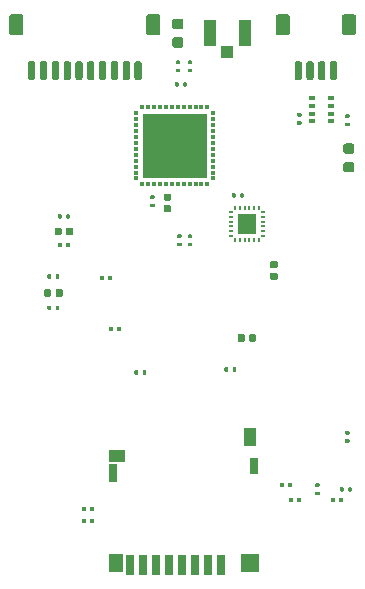
<source format=gbr>
G04 #@! TF.GenerationSoftware,KiCad,Pcbnew,(5.1.4)-1*
G04 #@! TF.CreationDate,2019-11-16T16:05:54+01:00*
G04 #@! TF.ProjectId,V3S_ESP32_Feather,5633535f-4553-4503-9332-5f4665617468,rev?*
G04 #@! TF.SameCoordinates,Original*
G04 #@! TF.FileFunction,Paste,Top*
G04 #@! TF.FilePolarity,Positive*
%FSLAX46Y46*%
G04 Gerber Fmt 4.6, Leading zero omitted, Abs format (unit mm)*
G04 Created by KiCad (PCBNEW (5.1.4)-1) date 2019-11-16 16:05:54*
%MOMM*%
%LPD*%
G04 APERTURE LIST*
%ADD10C,0.100000*%
%ADD11C,0.318000*%
%ADD12C,0.590000*%
%ADD13R,0.250000X0.350000*%
%ADD14R,0.350000X0.250000*%
%ADD15R,1.540000X1.700000*%
%ADD16C,1.200000*%
%ADD17C,0.600000*%
%ADD18C,0.875000*%
%ADD19R,0.500000X0.350000*%
%ADD20R,1.000000X1.550000*%
%ADD21R,1.500000X1.500000*%
%ADD22R,0.700000X1.750000*%
%ADD23R,0.800000X1.400000*%
%ADD24R,1.450000X1.000000*%
%ADD25R,0.800000X1.500000*%
%ADD26R,1.300000X1.500000*%
%ADD27R,1.050000X1.100000*%
%ADD28R,1.100000X2.250000*%
%ADD29R,0.350000X0.450000*%
%ADD30R,0.450000X0.350000*%
%ADD31R,5.400000X5.400000*%
G04 APERTURE END LIST*
D10*
G36*
X39643000Y-32399000D02*
G01*
X39643000Y-34309000D01*
X37733000Y-34309000D01*
X37733000Y-32399000D01*
X39643000Y-32399000D01*
G37*
G36*
X37733000Y-29699000D02*
G01*
X39643000Y-29699000D01*
X39643000Y-31609000D01*
X37733000Y-31609000D01*
X37733000Y-29699000D01*
G37*
G36*
X35033000Y-31609000D02*
G01*
X35033000Y-29699000D01*
X36943000Y-29699000D01*
X36943000Y-31609000D01*
X35033000Y-31609000D01*
G37*
G36*
X36943000Y-34309000D02*
G01*
X35033000Y-34309000D01*
X35033000Y-32399000D01*
X36943000Y-32399000D01*
X36943000Y-34309000D01*
G37*
G36*
X52051292Y-56138383D02*
G01*
X52059010Y-56139528D01*
X52066578Y-56141423D01*
X52073923Y-56144052D01*
X52080976Y-56147387D01*
X52087668Y-56151398D01*
X52093934Y-56156046D01*
X52099715Y-56161285D01*
X52104954Y-56167066D01*
X52109602Y-56173332D01*
X52113613Y-56180024D01*
X52116948Y-56187077D01*
X52119577Y-56194422D01*
X52121472Y-56201990D01*
X52122617Y-56209708D01*
X52123000Y-56217500D01*
X52123000Y-56376500D01*
X52122617Y-56384292D01*
X52121472Y-56392010D01*
X52119577Y-56399578D01*
X52116948Y-56406923D01*
X52113613Y-56413976D01*
X52109602Y-56420668D01*
X52104954Y-56426934D01*
X52099715Y-56432715D01*
X52093934Y-56437954D01*
X52087668Y-56442602D01*
X52080976Y-56446613D01*
X52073923Y-56449948D01*
X52066578Y-56452577D01*
X52059010Y-56454472D01*
X52051292Y-56455617D01*
X52043500Y-56456000D01*
X51842500Y-56456000D01*
X51834708Y-56455617D01*
X51826990Y-56454472D01*
X51819422Y-56452577D01*
X51812077Y-56449948D01*
X51805024Y-56446613D01*
X51798332Y-56442602D01*
X51792066Y-56437954D01*
X51786285Y-56432715D01*
X51781046Y-56426934D01*
X51776398Y-56420668D01*
X51772387Y-56413976D01*
X51769052Y-56406923D01*
X51766423Y-56399578D01*
X51764528Y-56392010D01*
X51763383Y-56384292D01*
X51763000Y-56376500D01*
X51763000Y-56217500D01*
X51763383Y-56209708D01*
X51764528Y-56201990D01*
X51766423Y-56194422D01*
X51769052Y-56187077D01*
X51772387Y-56180024D01*
X51776398Y-56173332D01*
X51781046Y-56167066D01*
X51786285Y-56161285D01*
X51792066Y-56156046D01*
X51798332Y-56151398D01*
X51805024Y-56147387D01*
X51812077Y-56144052D01*
X51819422Y-56141423D01*
X51826990Y-56139528D01*
X51834708Y-56138383D01*
X51842500Y-56138000D01*
X52043500Y-56138000D01*
X52051292Y-56138383D01*
X52051292Y-56138383D01*
G37*
D11*
X51943000Y-56297000D03*
D10*
G36*
X52051292Y-56828383D02*
G01*
X52059010Y-56829528D01*
X52066578Y-56831423D01*
X52073923Y-56834052D01*
X52080976Y-56837387D01*
X52087668Y-56841398D01*
X52093934Y-56846046D01*
X52099715Y-56851285D01*
X52104954Y-56857066D01*
X52109602Y-56863332D01*
X52113613Y-56870024D01*
X52116948Y-56877077D01*
X52119577Y-56884422D01*
X52121472Y-56891990D01*
X52122617Y-56899708D01*
X52123000Y-56907500D01*
X52123000Y-57066500D01*
X52122617Y-57074292D01*
X52121472Y-57082010D01*
X52119577Y-57089578D01*
X52116948Y-57096923D01*
X52113613Y-57103976D01*
X52109602Y-57110668D01*
X52104954Y-57116934D01*
X52099715Y-57122715D01*
X52093934Y-57127954D01*
X52087668Y-57132602D01*
X52080976Y-57136613D01*
X52073923Y-57139948D01*
X52066578Y-57142577D01*
X52059010Y-57144472D01*
X52051292Y-57145617D01*
X52043500Y-57146000D01*
X51842500Y-57146000D01*
X51834708Y-57145617D01*
X51826990Y-57144472D01*
X51819422Y-57142577D01*
X51812077Y-57139948D01*
X51805024Y-57136613D01*
X51798332Y-57132602D01*
X51792066Y-57127954D01*
X51786285Y-57122715D01*
X51781046Y-57116934D01*
X51776398Y-57110668D01*
X51772387Y-57103976D01*
X51769052Y-57096923D01*
X51766423Y-57089578D01*
X51764528Y-57082010D01*
X51763383Y-57074292D01*
X51763000Y-57066500D01*
X51763000Y-56907500D01*
X51763383Y-56899708D01*
X51764528Y-56891990D01*
X51766423Y-56884422D01*
X51769052Y-56877077D01*
X51772387Y-56870024D01*
X51776398Y-56863332D01*
X51781046Y-56857066D01*
X51786285Y-56851285D01*
X51792066Y-56846046D01*
X51798332Y-56841398D01*
X51805024Y-56837387D01*
X51812077Y-56834052D01*
X51819422Y-56831423D01*
X51826990Y-56829528D01*
X51834708Y-56828383D01*
X51842500Y-56828000D01*
X52043500Y-56828000D01*
X52051292Y-56828383D01*
X52051292Y-56828383D01*
G37*
D11*
X51943000Y-56987000D03*
D10*
G36*
X38278292Y-26617383D02*
G01*
X38286010Y-26618528D01*
X38293578Y-26620423D01*
X38300923Y-26623052D01*
X38307976Y-26626387D01*
X38314668Y-26630398D01*
X38320934Y-26635046D01*
X38326715Y-26640285D01*
X38331954Y-26646066D01*
X38336602Y-26652332D01*
X38340613Y-26659024D01*
X38343948Y-26666077D01*
X38346577Y-26673422D01*
X38348472Y-26680990D01*
X38349617Y-26688708D01*
X38350000Y-26696500D01*
X38350000Y-26897500D01*
X38349617Y-26905292D01*
X38348472Y-26913010D01*
X38346577Y-26920578D01*
X38343948Y-26927923D01*
X38340613Y-26934976D01*
X38336602Y-26941668D01*
X38331954Y-26947934D01*
X38326715Y-26953715D01*
X38320934Y-26958954D01*
X38314668Y-26963602D01*
X38307976Y-26967613D01*
X38300923Y-26970948D01*
X38293578Y-26973577D01*
X38286010Y-26975472D01*
X38278292Y-26976617D01*
X38270500Y-26977000D01*
X38111500Y-26977000D01*
X38103708Y-26976617D01*
X38095990Y-26975472D01*
X38088422Y-26973577D01*
X38081077Y-26970948D01*
X38074024Y-26967613D01*
X38067332Y-26963602D01*
X38061066Y-26958954D01*
X38055285Y-26953715D01*
X38050046Y-26947934D01*
X38045398Y-26941668D01*
X38041387Y-26934976D01*
X38038052Y-26927923D01*
X38035423Y-26920578D01*
X38033528Y-26913010D01*
X38032383Y-26905292D01*
X38032000Y-26897500D01*
X38032000Y-26696500D01*
X38032383Y-26688708D01*
X38033528Y-26680990D01*
X38035423Y-26673422D01*
X38038052Y-26666077D01*
X38041387Y-26659024D01*
X38045398Y-26652332D01*
X38050046Y-26646066D01*
X38055285Y-26640285D01*
X38061066Y-26635046D01*
X38067332Y-26630398D01*
X38074024Y-26626387D01*
X38081077Y-26623052D01*
X38088422Y-26620423D01*
X38095990Y-26618528D01*
X38103708Y-26617383D01*
X38111500Y-26617000D01*
X38270500Y-26617000D01*
X38278292Y-26617383D01*
X38278292Y-26617383D01*
G37*
D11*
X38191000Y-26797000D03*
D10*
G36*
X37588292Y-26617383D02*
G01*
X37596010Y-26618528D01*
X37603578Y-26620423D01*
X37610923Y-26623052D01*
X37617976Y-26626387D01*
X37624668Y-26630398D01*
X37630934Y-26635046D01*
X37636715Y-26640285D01*
X37641954Y-26646066D01*
X37646602Y-26652332D01*
X37650613Y-26659024D01*
X37653948Y-26666077D01*
X37656577Y-26673422D01*
X37658472Y-26680990D01*
X37659617Y-26688708D01*
X37660000Y-26696500D01*
X37660000Y-26897500D01*
X37659617Y-26905292D01*
X37658472Y-26913010D01*
X37656577Y-26920578D01*
X37653948Y-26927923D01*
X37650613Y-26934976D01*
X37646602Y-26941668D01*
X37641954Y-26947934D01*
X37636715Y-26953715D01*
X37630934Y-26958954D01*
X37624668Y-26963602D01*
X37617976Y-26967613D01*
X37610923Y-26970948D01*
X37603578Y-26973577D01*
X37596010Y-26975472D01*
X37588292Y-26976617D01*
X37580500Y-26977000D01*
X37421500Y-26977000D01*
X37413708Y-26976617D01*
X37405990Y-26975472D01*
X37398422Y-26973577D01*
X37391077Y-26970948D01*
X37384024Y-26967613D01*
X37377332Y-26963602D01*
X37371066Y-26958954D01*
X37365285Y-26953715D01*
X37360046Y-26947934D01*
X37355398Y-26941668D01*
X37351387Y-26934976D01*
X37348052Y-26927923D01*
X37345423Y-26920578D01*
X37343528Y-26913010D01*
X37342383Y-26905292D01*
X37342000Y-26897500D01*
X37342000Y-26696500D01*
X37342383Y-26688708D01*
X37343528Y-26680990D01*
X37345423Y-26673422D01*
X37348052Y-26666077D01*
X37351387Y-26659024D01*
X37355398Y-26652332D01*
X37360046Y-26646066D01*
X37365285Y-26640285D01*
X37371066Y-26635046D01*
X37377332Y-26630398D01*
X37384024Y-26626387D01*
X37391077Y-26623052D01*
X37398422Y-26620423D01*
X37405990Y-26618528D01*
X37413708Y-26617383D01*
X37421500Y-26617000D01*
X37580500Y-26617000D01*
X37588292Y-26617383D01*
X37588292Y-26617383D01*
G37*
D11*
X37501000Y-26797000D03*
D10*
G36*
X34849292Y-51001383D02*
G01*
X34857010Y-51002528D01*
X34864578Y-51004423D01*
X34871923Y-51007052D01*
X34878976Y-51010387D01*
X34885668Y-51014398D01*
X34891934Y-51019046D01*
X34897715Y-51024285D01*
X34902954Y-51030066D01*
X34907602Y-51036332D01*
X34911613Y-51043024D01*
X34914948Y-51050077D01*
X34917577Y-51057422D01*
X34919472Y-51064990D01*
X34920617Y-51072708D01*
X34921000Y-51080500D01*
X34921000Y-51281500D01*
X34920617Y-51289292D01*
X34919472Y-51297010D01*
X34917577Y-51304578D01*
X34914948Y-51311923D01*
X34911613Y-51318976D01*
X34907602Y-51325668D01*
X34902954Y-51331934D01*
X34897715Y-51337715D01*
X34891934Y-51342954D01*
X34885668Y-51347602D01*
X34878976Y-51351613D01*
X34871923Y-51354948D01*
X34864578Y-51357577D01*
X34857010Y-51359472D01*
X34849292Y-51360617D01*
X34841500Y-51361000D01*
X34682500Y-51361000D01*
X34674708Y-51360617D01*
X34666990Y-51359472D01*
X34659422Y-51357577D01*
X34652077Y-51354948D01*
X34645024Y-51351613D01*
X34638332Y-51347602D01*
X34632066Y-51342954D01*
X34626285Y-51337715D01*
X34621046Y-51331934D01*
X34616398Y-51325668D01*
X34612387Y-51318976D01*
X34609052Y-51311923D01*
X34606423Y-51304578D01*
X34604528Y-51297010D01*
X34603383Y-51289292D01*
X34603000Y-51281500D01*
X34603000Y-51080500D01*
X34603383Y-51072708D01*
X34604528Y-51064990D01*
X34606423Y-51057422D01*
X34609052Y-51050077D01*
X34612387Y-51043024D01*
X34616398Y-51036332D01*
X34621046Y-51030066D01*
X34626285Y-51024285D01*
X34632066Y-51019046D01*
X34638332Y-51014398D01*
X34645024Y-51010387D01*
X34652077Y-51007052D01*
X34659422Y-51004423D01*
X34666990Y-51002528D01*
X34674708Y-51001383D01*
X34682500Y-51001000D01*
X34841500Y-51001000D01*
X34849292Y-51001383D01*
X34849292Y-51001383D01*
G37*
D11*
X34762000Y-51181000D03*
D10*
G36*
X34159292Y-51001383D02*
G01*
X34167010Y-51002528D01*
X34174578Y-51004423D01*
X34181923Y-51007052D01*
X34188976Y-51010387D01*
X34195668Y-51014398D01*
X34201934Y-51019046D01*
X34207715Y-51024285D01*
X34212954Y-51030066D01*
X34217602Y-51036332D01*
X34221613Y-51043024D01*
X34224948Y-51050077D01*
X34227577Y-51057422D01*
X34229472Y-51064990D01*
X34230617Y-51072708D01*
X34231000Y-51080500D01*
X34231000Y-51281500D01*
X34230617Y-51289292D01*
X34229472Y-51297010D01*
X34227577Y-51304578D01*
X34224948Y-51311923D01*
X34221613Y-51318976D01*
X34217602Y-51325668D01*
X34212954Y-51331934D01*
X34207715Y-51337715D01*
X34201934Y-51342954D01*
X34195668Y-51347602D01*
X34188976Y-51351613D01*
X34181923Y-51354948D01*
X34174578Y-51357577D01*
X34167010Y-51359472D01*
X34159292Y-51360617D01*
X34151500Y-51361000D01*
X33992500Y-51361000D01*
X33984708Y-51360617D01*
X33976990Y-51359472D01*
X33969422Y-51357577D01*
X33962077Y-51354948D01*
X33955024Y-51351613D01*
X33948332Y-51347602D01*
X33942066Y-51342954D01*
X33936285Y-51337715D01*
X33931046Y-51331934D01*
X33926398Y-51325668D01*
X33922387Y-51318976D01*
X33919052Y-51311923D01*
X33916423Y-51304578D01*
X33914528Y-51297010D01*
X33913383Y-51289292D01*
X33913000Y-51281500D01*
X33913000Y-51080500D01*
X33913383Y-51072708D01*
X33914528Y-51064990D01*
X33916423Y-51057422D01*
X33919052Y-51050077D01*
X33922387Y-51043024D01*
X33926398Y-51036332D01*
X33931046Y-51030066D01*
X33936285Y-51024285D01*
X33942066Y-51019046D01*
X33948332Y-51014398D01*
X33955024Y-51010387D01*
X33962077Y-51007052D01*
X33969422Y-51004423D01*
X33976990Y-51002528D01*
X33984708Y-51001383D01*
X33992500Y-51001000D01*
X34151500Y-51001000D01*
X34159292Y-51001383D01*
X34159292Y-51001383D01*
G37*
D11*
X34072000Y-51181000D03*
D10*
G36*
X27682292Y-37793383D02*
G01*
X27690010Y-37794528D01*
X27697578Y-37796423D01*
X27704923Y-37799052D01*
X27711976Y-37802387D01*
X27718668Y-37806398D01*
X27724934Y-37811046D01*
X27730715Y-37816285D01*
X27735954Y-37822066D01*
X27740602Y-37828332D01*
X27744613Y-37835024D01*
X27747948Y-37842077D01*
X27750577Y-37849422D01*
X27752472Y-37856990D01*
X27753617Y-37864708D01*
X27754000Y-37872500D01*
X27754000Y-38073500D01*
X27753617Y-38081292D01*
X27752472Y-38089010D01*
X27750577Y-38096578D01*
X27747948Y-38103923D01*
X27744613Y-38110976D01*
X27740602Y-38117668D01*
X27735954Y-38123934D01*
X27730715Y-38129715D01*
X27724934Y-38134954D01*
X27718668Y-38139602D01*
X27711976Y-38143613D01*
X27704923Y-38146948D01*
X27697578Y-38149577D01*
X27690010Y-38151472D01*
X27682292Y-38152617D01*
X27674500Y-38153000D01*
X27515500Y-38153000D01*
X27507708Y-38152617D01*
X27499990Y-38151472D01*
X27492422Y-38149577D01*
X27485077Y-38146948D01*
X27478024Y-38143613D01*
X27471332Y-38139602D01*
X27465066Y-38134954D01*
X27459285Y-38129715D01*
X27454046Y-38123934D01*
X27449398Y-38117668D01*
X27445387Y-38110976D01*
X27442052Y-38103923D01*
X27439423Y-38096578D01*
X27437528Y-38089010D01*
X27436383Y-38081292D01*
X27436000Y-38073500D01*
X27436000Y-37872500D01*
X27436383Y-37864708D01*
X27437528Y-37856990D01*
X27439423Y-37849422D01*
X27442052Y-37842077D01*
X27445387Y-37835024D01*
X27449398Y-37828332D01*
X27454046Y-37822066D01*
X27459285Y-37816285D01*
X27465066Y-37811046D01*
X27471332Y-37806398D01*
X27478024Y-37802387D01*
X27485077Y-37799052D01*
X27492422Y-37796423D01*
X27499990Y-37794528D01*
X27507708Y-37793383D01*
X27515500Y-37793000D01*
X27674500Y-37793000D01*
X27682292Y-37793383D01*
X27682292Y-37793383D01*
G37*
D11*
X27595000Y-37973000D03*
D10*
G36*
X28372292Y-37793383D02*
G01*
X28380010Y-37794528D01*
X28387578Y-37796423D01*
X28394923Y-37799052D01*
X28401976Y-37802387D01*
X28408668Y-37806398D01*
X28414934Y-37811046D01*
X28420715Y-37816285D01*
X28425954Y-37822066D01*
X28430602Y-37828332D01*
X28434613Y-37835024D01*
X28437948Y-37842077D01*
X28440577Y-37849422D01*
X28442472Y-37856990D01*
X28443617Y-37864708D01*
X28444000Y-37872500D01*
X28444000Y-38073500D01*
X28443617Y-38081292D01*
X28442472Y-38089010D01*
X28440577Y-38096578D01*
X28437948Y-38103923D01*
X28434613Y-38110976D01*
X28430602Y-38117668D01*
X28425954Y-38123934D01*
X28420715Y-38129715D01*
X28414934Y-38134954D01*
X28408668Y-38139602D01*
X28401976Y-38143613D01*
X28394923Y-38146948D01*
X28387578Y-38149577D01*
X28380010Y-38151472D01*
X28372292Y-38152617D01*
X28364500Y-38153000D01*
X28205500Y-38153000D01*
X28197708Y-38152617D01*
X28189990Y-38151472D01*
X28182422Y-38149577D01*
X28175077Y-38146948D01*
X28168024Y-38143613D01*
X28161332Y-38139602D01*
X28155066Y-38134954D01*
X28149285Y-38129715D01*
X28144046Y-38123934D01*
X28139398Y-38117668D01*
X28135387Y-38110976D01*
X28132052Y-38103923D01*
X28129423Y-38096578D01*
X28127528Y-38089010D01*
X28126383Y-38081292D01*
X28126000Y-38073500D01*
X28126000Y-37872500D01*
X28126383Y-37864708D01*
X28127528Y-37856990D01*
X28129423Y-37849422D01*
X28132052Y-37842077D01*
X28135387Y-37835024D01*
X28139398Y-37828332D01*
X28144046Y-37822066D01*
X28149285Y-37816285D01*
X28155066Y-37811046D01*
X28161332Y-37806398D01*
X28168024Y-37802387D01*
X28175077Y-37799052D01*
X28182422Y-37796423D01*
X28189990Y-37794528D01*
X28197708Y-37793383D01*
X28205500Y-37793000D01*
X28364500Y-37793000D01*
X28372292Y-37793383D01*
X28372292Y-37793383D01*
G37*
D11*
X28285000Y-37973000D03*
D10*
G36*
X31238292Y-43000383D02*
G01*
X31246010Y-43001528D01*
X31253578Y-43003423D01*
X31260923Y-43006052D01*
X31267976Y-43009387D01*
X31274668Y-43013398D01*
X31280934Y-43018046D01*
X31286715Y-43023285D01*
X31291954Y-43029066D01*
X31296602Y-43035332D01*
X31300613Y-43042024D01*
X31303948Y-43049077D01*
X31306577Y-43056422D01*
X31308472Y-43063990D01*
X31309617Y-43071708D01*
X31310000Y-43079500D01*
X31310000Y-43280500D01*
X31309617Y-43288292D01*
X31308472Y-43296010D01*
X31306577Y-43303578D01*
X31303948Y-43310923D01*
X31300613Y-43317976D01*
X31296602Y-43324668D01*
X31291954Y-43330934D01*
X31286715Y-43336715D01*
X31280934Y-43341954D01*
X31274668Y-43346602D01*
X31267976Y-43350613D01*
X31260923Y-43353948D01*
X31253578Y-43356577D01*
X31246010Y-43358472D01*
X31238292Y-43359617D01*
X31230500Y-43360000D01*
X31071500Y-43360000D01*
X31063708Y-43359617D01*
X31055990Y-43358472D01*
X31048422Y-43356577D01*
X31041077Y-43353948D01*
X31034024Y-43350613D01*
X31027332Y-43346602D01*
X31021066Y-43341954D01*
X31015285Y-43336715D01*
X31010046Y-43330934D01*
X31005398Y-43324668D01*
X31001387Y-43317976D01*
X30998052Y-43310923D01*
X30995423Y-43303578D01*
X30993528Y-43296010D01*
X30992383Y-43288292D01*
X30992000Y-43280500D01*
X30992000Y-43079500D01*
X30992383Y-43071708D01*
X30993528Y-43063990D01*
X30995423Y-43056422D01*
X30998052Y-43049077D01*
X31001387Y-43042024D01*
X31005398Y-43035332D01*
X31010046Y-43029066D01*
X31015285Y-43023285D01*
X31021066Y-43018046D01*
X31027332Y-43013398D01*
X31034024Y-43009387D01*
X31041077Y-43006052D01*
X31048422Y-43003423D01*
X31055990Y-43001528D01*
X31063708Y-43000383D01*
X31071500Y-43000000D01*
X31230500Y-43000000D01*
X31238292Y-43000383D01*
X31238292Y-43000383D01*
G37*
D11*
X31151000Y-43180000D03*
D10*
G36*
X31928292Y-43000383D02*
G01*
X31936010Y-43001528D01*
X31943578Y-43003423D01*
X31950923Y-43006052D01*
X31957976Y-43009387D01*
X31964668Y-43013398D01*
X31970934Y-43018046D01*
X31976715Y-43023285D01*
X31981954Y-43029066D01*
X31986602Y-43035332D01*
X31990613Y-43042024D01*
X31993948Y-43049077D01*
X31996577Y-43056422D01*
X31998472Y-43063990D01*
X31999617Y-43071708D01*
X32000000Y-43079500D01*
X32000000Y-43280500D01*
X31999617Y-43288292D01*
X31998472Y-43296010D01*
X31996577Y-43303578D01*
X31993948Y-43310923D01*
X31990613Y-43317976D01*
X31986602Y-43324668D01*
X31981954Y-43330934D01*
X31976715Y-43336715D01*
X31970934Y-43341954D01*
X31964668Y-43346602D01*
X31957976Y-43350613D01*
X31950923Y-43353948D01*
X31943578Y-43356577D01*
X31936010Y-43358472D01*
X31928292Y-43359617D01*
X31920500Y-43360000D01*
X31761500Y-43360000D01*
X31753708Y-43359617D01*
X31745990Y-43358472D01*
X31738422Y-43356577D01*
X31731077Y-43353948D01*
X31724024Y-43350613D01*
X31717332Y-43346602D01*
X31711066Y-43341954D01*
X31705285Y-43336715D01*
X31700046Y-43330934D01*
X31695398Y-43324668D01*
X31691387Y-43317976D01*
X31688052Y-43310923D01*
X31685423Y-43303578D01*
X31683528Y-43296010D01*
X31682383Y-43288292D01*
X31682000Y-43280500D01*
X31682000Y-43079500D01*
X31682383Y-43071708D01*
X31683528Y-43063990D01*
X31685423Y-43056422D01*
X31688052Y-43049077D01*
X31691387Y-43042024D01*
X31695398Y-43035332D01*
X31700046Y-43029066D01*
X31705285Y-43023285D01*
X31711066Y-43018046D01*
X31717332Y-43013398D01*
X31724024Y-43009387D01*
X31731077Y-43006052D01*
X31738422Y-43003423D01*
X31745990Y-43001528D01*
X31753708Y-43000383D01*
X31761500Y-43000000D01*
X31920500Y-43000000D01*
X31928292Y-43000383D01*
X31928292Y-43000383D01*
G37*
D11*
X31841000Y-43180000D03*
D10*
G36*
X36889958Y-37020710D02*
G01*
X36904276Y-37022834D01*
X36918317Y-37026351D01*
X36931946Y-37031228D01*
X36945031Y-37037417D01*
X36957447Y-37044858D01*
X36969073Y-37053481D01*
X36979798Y-37063202D01*
X36989519Y-37073927D01*
X36998142Y-37085553D01*
X37005583Y-37097969D01*
X37011772Y-37111054D01*
X37016649Y-37124683D01*
X37020166Y-37138724D01*
X37022290Y-37153042D01*
X37023000Y-37167500D01*
X37023000Y-37462500D01*
X37022290Y-37476958D01*
X37020166Y-37491276D01*
X37016649Y-37505317D01*
X37011772Y-37518946D01*
X37005583Y-37532031D01*
X36998142Y-37544447D01*
X36989519Y-37556073D01*
X36979798Y-37566798D01*
X36969073Y-37576519D01*
X36957447Y-37585142D01*
X36945031Y-37592583D01*
X36931946Y-37598772D01*
X36918317Y-37603649D01*
X36904276Y-37607166D01*
X36889958Y-37609290D01*
X36875500Y-37610000D01*
X36530500Y-37610000D01*
X36516042Y-37609290D01*
X36501724Y-37607166D01*
X36487683Y-37603649D01*
X36474054Y-37598772D01*
X36460969Y-37592583D01*
X36448553Y-37585142D01*
X36436927Y-37576519D01*
X36426202Y-37566798D01*
X36416481Y-37556073D01*
X36407858Y-37544447D01*
X36400417Y-37532031D01*
X36394228Y-37518946D01*
X36389351Y-37505317D01*
X36385834Y-37491276D01*
X36383710Y-37476958D01*
X36383000Y-37462500D01*
X36383000Y-37167500D01*
X36383710Y-37153042D01*
X36385834Y-37138724D01*
X36389351Y-37124683D01*
X36394228Y-37111054D01*
X36400417Y-37097969D01*
X36407858Y-37085553D01*
X36416481Y-37073927D01*
X36426202Y-37063202D01*
X36436927Y-37053481D01*
X36448553Y-37044858D01*
X36460969Y-37037417D01*
X36474054Y-37031228D01*
X36487683Y-37026351D01*
X36501724Y-37022834D01*
X36516042Y-37020710D01*
X36530500Y-37020000D01*
X36875500Y-37020000D01*
X36889958Y-37020710D01*
X36889958Y-37020710D01*
G37*
D12*
X36703000Y-37315000D03*
D10*
G36*
X36889958Y-36050710D02*
G01*
X36904276Y-36052834D01*
X36918317Y-36056351D01*
X36931946Y-36061228D01*
X36945031Y-36067417D01*
X36957447Y-36074858D01*
X36969073Y-36083481D01*
X36979798Y-36093202D01*
X36989519Y-36103927D01*
X36998142Y-36115553D01*
X37005583Y-36127969D01*
X37011772Y-36141054D01*
X37016649Y-36154683D01*
X37020166Y-36168724D01*
X37022290Y-36183042D01*
X37023000Y-36197500D01*
X37023000Y-36492500D01*
X37022290Y-36506958D01*
X37020166Y-36521276D01*
X37016649Y-36535317D01*
X37011772Y-36548946D01*
X37005583Y-36562031D01*
X36998142Y-36574447D01*
X36989519Y-36586073D01*
X36979798Y-36596798D01*
X36969073Y-36606519D01*
X36957447Y-36615142D01*
X36945031Y-36622583D01*
X36931946Y-36628772D01*
X36918317Y-36633649D01*
X36904276Y-36637166D01*
X36889958Y-36639290D01*
X36875500Y-36640000D01*
X36530500Y-36640000D01*
X36516042Y-36639290D01*
X36501724Y-36637166D01*
X36487683Y-36633649D01*
X36474054Y-36628772D01*
X36460969Y-36622583D01*
X36448553Y-36615142D01*
X36436927Y-36606519D01*
X36426202Y-36596798D01*
X36416481Y-36586073D01*
X36407858Y-36574447D01*
X36400417Y-36562031D01*
X36394228Y-36548946D01*
X36389351Y-36535317D01*
X36385834Y-36521276D01*
X36383710Y-36506958D01*
X36383000Y-36492500D01*
X36383000Y-36197500D01*
X36383710Y-36183042D01*
X36385834Y-36168724D01*
X36389351Y-36154683D01*
X36394228Y-36141054D01*
X36400417Y-36127969D01*
X36407858Y-36115553D01*
X36416481Y-36103927D01*
X36426202Y-36093202D01*
X36436927Y-36083481D01*
X36448553Y-36074858D01*
X36460969Y-36067417D01*
X36474054Y-36061228D01*
X36487683Y-36056351D01*
X36501724Y-36052834D01*
X36516042Y-36050710D01*
X36530500Y-36050000D01*
X36875500Y-36050000D01*
X36889958Y-36050710D01*
X36889958Y-36050710D01*
G37*
D12*
X36703000Y-36345000D03*
D10*
G36*
X50796292Y-61796383D02*
G01*
X50804010Y-61797528D01*
X50811578Y-61799423D01*
X50818923Y-61802052D01*
X50825976Y-61805387D01*
X50832668Y-61809398D01*
X50838934Y-61814046D01*
X50844715Y-61819285D01*
X50849954Y-61825066D01*
X50854602Y-61831332D01*
X50858613Y-61838024D01*
X50861948Y-61845077D01*
X50864577Y-61852422D01*
X50866472Y-61859990D01*
X50867617Y-61867708D01*
X50868000Y-61875500D01*
X50868000Y-62076500D01*
X50867617Y-62084292D01*
X50866472Y-62092010D01*
X50864577Y-62099578D01*
X50861948Y-62106923D01*
X50858613Y-62113976D01*
X50854602Y-62120668D01*
X50849954Y-62126934D01*
X50844715Y-62132715D01*
X50838934Y-62137954D01*
X50832668Y-62142602D01*
X50825976Y-62146613D01*
X50818923Y-62149948D01*
X50811578Y-62152577D01*
X50804010Y-62154472D01*
X50796292Y-62155617D01*
X50788500Y-62156000D01*
X50629500Y-62156000D01*
X50621708Y-62155617D01*
X50613990Y-62154472D01*
X50606422Y-62152577D01*
X50599077Y-62149948D01*
X50592024Y-62146613D01*
X50585332Y-62142602D01*
X50579066Y-62137954D01*
X50573285Y-62132715D01*
X50568046Y-62126934D01*
X50563398Y-62120668D01*
X50559387Y-62113976D01*
X50556052Y-62106923D01*
X50553423Y-62099578D01*
X50551528Y-62092010D01*
X50550383Y-62084292D01*
X50550000Y-62076500D01*
X50550000Y-61875500D01*
X50550383Y-61867708D01*
X50551528Y-61859990D01*
X50553423Y-61852422D01*
X50556052Y-61845077D01*
X50559387Y-61838024D01*
X50563398Y-61831332D01*
X50568046Y-61825066D01*
X50573285Y-61819285D01*
X50579066Y-61814046D01*
X50585332Y-61809398D01*
X50592024Y-61805387D01*
X50599077Y-61802052D01*
X50606422Y-61799423D01*
X50613990Y-61797528D01*
X50621708Y-61796383D01*
X50629500Y-61796000D01*
X50788500Y-61796000D01*
X50796292Y-61796383D01*
X50796292Y-61796383D01*
G37*
D11*
X50709000Y-61976000D03*
D10*
G36*
X51486292Y-61796383D02*
G01*
X51494010Y-61797528D01*
X51501578Y-61799423D01*
X51508923Y-61802052D01*
X51515976Y-61805387D01*
X51522668Y-61809398D01*
X51528934Y-61814046D01*
X51534715Y-61819285D01*
X51539954Y-61825066D01*
X51544602Y-61831332D01*
X51548613Y-61838024D01*
X51551948Y-61845077D01*
X51554577Y-61852422D01*
X51556472Y-61859990D01*
X51557617Y-61867708D01*
X51558000Y-61875500D01*
X51558000Y-62076500D01*
X51557617Y-62084292D01*
X51556472Y-62092010D01*
X51554577Y-62099578D01*
X51551948Y-62106923D01*
X51548613Y-62113976D01*
X51544602Y-62120668D01*
X51539954Y-62126934D01*
X51534715Y-62132715D01*
X51528934Y-62137954D01*
X51522668Y-62142602D01*
X51515976Y-62146613D01*
X51508923Y-62149948D01*
X51501578Y-62152577D01*
X51494010Y-62154472D01*
X51486292Y-62155617D01*
X51478500Y-62156000D01*
X51319500Y-62156000D01*
X51311708Y-62155617D01*
X51303990Y-62154472D01*
X51296422Y-62152577D01*
X51289077Y-62149948D01*
X51282024Y-62146613D01*
X51275332Y-62142602D01*
X51269066Y-62137954D01*
X51263285Y-62132715D01*
X51258046Y-62126934D01*
X51253398Y-62120668D01*
X51249387Y-62113976D01*
X51246052Y-62106923D01*
X51243423Y-62099578D01*
X51241528Y-62092010D01*
X51240383Y-62084292D01*
X51240000Y-62076500D01*
X51240000Y-61875500D01*
X51240383Y-61867708D01*
X51241528Y-61859990D01*
X51243423Y-61852422D01*
X51246052Y-61845077D01*
X51249387Y-61838024D01*
X51253398Y-61831332D01*
X51258046Y-61825066D01*
X51263285Y-61819285D01*
X51269066Y-61814046D01*
X51275332Y-61809398D01*
X51282024Y-61805387D01*
X51289077Y-61802052D01*
X51296422Y-61799423D01*
X51303990Y-61797528D01*
X51311708Y-61796383D01*
X51319500Y-61796000D01*
X51478500Y-61796000D01*
X51486292Y-61796383D01*
X51486292Y-61796383D01*
G37*
D11*
X51399000Y-61976000D03*
D10*
G36*
X49511292Y-60583383D02*
G01*
X49519010Y-60584528D01*
X49526578Y-60586423D01*
X49533923Y-60589052D01*
X49540976Y-60592387D01*
X49547668Y-60596398D01*
X49553934Y-60601046D01*
X49559715Y-60606285D01*
X49564954Y-60612066D01*
X49569602Y-60618332D01*
X49573613Y-60625024D01*
X49576948Y-60632077D01*
X49579577Y-60639422D01*
X49581472Y-60646990D01*
X49582617Y-60654708D01*
X49583000Y-60662500D01*
X49583000Y-60821500D01*
X49582617Y-60829292D01*
X49581472Y-60837010D01*
X49579577Y-60844578D01*
X49576948Y-60851923D01*
X49573613Y-60858976D01*
X49569602Y-60865668D01*
X49564954Y-60871934D01*
X49559715Y-60877715D01*
X49553934Y-60882954D01*
X49547668Y-60887602D01*
X49540976Y-60891613D01*
X49533923Y-60894948D01*
X49526578Y-60897577D01*
X49519010Y-60899472D01*
X49511292Y-60900617D01*
X49503500Y-60901000D01*
X49302500Y-60901000D01*
X49294708Y-60900617D01*
X49286990Y-60899472D01*
X49279422Y-60897577D01*
X49272077Y-60894948D01*
X49265024Y-60891613D01*
X49258332Y-60887602D01*
X49252066Y-60882954D01*
X49246285Y-60877715D01*
X49241046Y-60871934D01*
X49236398Y-60865668D01*
X49232387Y-60858976D01*
X49229052Y-60851923D01*
X49226423Y-60844578D01*
X49224528Y-60837010D01*
X49223383Y-60829292D01*
X49223000Y-60821500D01*
X49223000Y-60662500D01*
X49223383Y-60654708D01*
X49224528Y-60646990D01*
X49226423Y-60639422D01*
X49229052Y-60632077D01*
X49232387Y-60625024D01*
X49236398Y-60618332D01*
X49241046Y-60612066D01*
X49246285Y-60606285D01*
X49252066Y-60601046D01*
X49258332Y-60596398D01*
X49265024Y-60592387D01*
X49272077Y-60589052D01*
X49279422Y-60586423D01*
X49286990Y-60584528D01*
X49294708Y-60583383D01*
X49302500Y-60583000D01*
X49503500Y-60583000D01*
X49511292Y-60583383D01*
X49511292Y-60583383D01*
G37*
D11*
X49403000Y-60742000D03*
D10*
G36*
X49511292Y-61273383D02*
G01*
X49519010Y-61274528D01*
X49526578Y-61276423D01*
X49533923Y-61279052D01*
X49540976Y-61282387D01*
X49547668Y-61286398D01*
X49553934Y-61291046D01*
X49559715Y-61296285D01*
X49564954Y-61302066D01*
X49569602Y-61308332D01*
X49573613Y-61315024D01*
X49576948Y-61322077D01*
X49579577Y-61329422D01*
X49581472Y-61336990D01*
X49582617Y-61344708D01*
X49583000Y-61352500D01*
X49583000Y-61511500D01*
X49582617Y-61519292D01*
X49581472Y-61527010D01*
X49579577Y-61534578D01*
X49576948Y-61541923D01*
X49573613Y-61548976D01*
X49569602Y-61555668D01*
X49564954Y-61561934D01*
X49559715Y-61567715D01*
X49553934Y-61572954D01*
X49547668Y-61577602D01*
X49540976Y-61581613D01*
X49533923Y-61584948D01*
X49526578Y-61587577D01*
X49519010Y-61589472D01*
X49511292Y-61590617D01*
X49503500Y-61591000D01*
X49302500Y-61591000D01*
X49294708Y-61590617D01*
X49286990Y-61589472D01*
X49279422Y-61587577D01*
X49272077Y-61584948D01*
X49265024Y-61581613D01*
X49258332Y-61577602D01*
X49252066Y-61572954D01*
X49246285Y-61567715D01*
X49241046Y-61561934D01*
X49236398Y-61555668D01*
X49232387Y-61548976D01*
X49229052Y-61541923D01*
X49226423Y-61534578D01*
X49224528Y-61527010D01*
X49223383Y-61519292D01*
X49223000Y-61511500D01*
X49223000Y-61352500D01*
X49223383Y-61344708D01*
X49224528Y-61336990D01*
X49226423Y-61329422D01*
X49229052Y-61322077D01*
X49232387Y-61315024D01*
X49236398Y-61308332D01*
X49241046Y-61302066D01*
X49246285Y-61296285D01*
X49252066Y-61291046D01*
X49258332Y-61286398D01*
X49265024Y-61282387D01*
X49272077Y-61279052D01*
X49279422Y-61276423D01*
X49286990Y-61274528D01*
X49294708Y-61273383D01*
X49302500Y-61273000D01*
X49503500Y-61273000D01*
X49511292Y-61273383D01*
X49511292Y-61273383D01*
G37*
D11*
X49403000Y-61432000D03*
D10*
G36*
X47930292Y-61796383D02*
G01*
X47938010Y-61797528D01*
X47945578Y-61799423D01*
X47952923Y-61802052D01*
X47959976Y-61805387D01*
X47966668Y-61809398D01*
X47972934Y-61814046D01*
X47978715Y-61819285D01*
X47983954Y-61825066D01*
X47988602Y-61831332D01*
X47992613Y-61838024D01*
X47995948Y-61845077D01*
X47998577Y-61852422D01*
X48000472Y-61859990D01*
X48001617Y-61867708D01*
X48002000Y-61875500D01*
X48002000Y-62076500D01*
X48001617Y-62084292D01*
X48000472Y-62092010D01*
X47998577Y-62099578D01*
X47995948Y-62106923D01*
X47992613Y-62113976D01*
X47988602Y-62120668D01*
X47983954Y-62126934D01*
X47978715Y-62132715D01*
X47972934Y-62137954D01*
X47966668Y-62142602D01*
X47959976Y-62146613D01*
X47952923Y-62149948D01*
X47945578Y-62152577D01*
X47938010Y-62154472D01*
X47930292Y-62155617D01*
X47922500Y-62156000D01*
X47763500Y-62156000D01*
X47755708Y-62155617D01*
X47747990Y-62154472D01*
X47740422Y-62152577D01*
X47733077Y-62149948D01*
X47726024Y-62146613D01*
X47719332Y-62142602D01*
X47713066Y-62137954D01*
X47707285Y-62132715D01*
X47702046Y-62126934D01*
X47697398Y-62120668D01*
X47693387Y-62113976D01*
X47690052Y-62106923D01*
X47687423Y-62099578D01*
X47685528Y-62092010D01*
X47684383Y-62084292D01*
X47684000Y-62076500D01*
X47684000Y-61875500D01*
X47684383Y-61867708D01*
X47685528Y-61859990D01*
X47687423Y-61852422D01*
X47690052Y-61845077D01*
X47693387Y-61838024D01*
X47697398Y-61831332D01*
X47702046Y-61825066D01*
X47707285Y-61819285D01*
X47713066Y-61814046D01*
X47719332Y-61809398D01*
X47726024Y-61805387D01*
X47733077Y-61802052D01*
X47740422Y-61799423D01*
X47747990Y-61797528D01*
X47755708Y-61796383D01*
X47763500Y-61796000D01*
X47922500Y-61796000D01*
X47930292Y-61796383D01*
X47930292Y-61796383D01*
G37*
D11*
X47843000Y-61976000D03*
D10*
G36*
X47240292Y-61796383D02*
G01*
X47248010Y-61797528D01*
X47255578Y-61799423D01*
X47262923Y-61802052D01*
X47269976Y-61805387D01*
X47276668Y-61809398D01*
X47282934Y-61814046D01*
X47288715Y-61819285D01*
X47293954Y-61825066D01*
X47298602Y-61831332D01*
X47302613Y-61838024D01*
X47305948Y-61845077D01*
X47308577Y-61852422D01*
X47310472Y-61859990D01*
X47311617Y-61867708D01*
X47312000Y-61875500D01*
X47312000Y-62076500D01*
X47311617Y-62084292D01*
X47310472Y-62092010D01*
X47308577Y-62099578D01*
X47305948Y-62106923D01*
X47302613Y-62113976D01*
X47298602Y-62120668D01*
X47293954Y-62126934D01*
X47288715Y-62132715D01*
X47282934Y-62137954D01*
X47276668Y-62142602D01*
X47269976Y-62146613D01*
X47262923Y-62149948D01*
X47255578Y-62152577D01*
X47248010Y-62154472D01*
X47240292Y-62155617D01*
X47232500Y-62156000D01*
X47073500Y-62156000D01*
X47065708Y-62155617D01*
X47057990Y-62154472D01*
X47050422Y-62152577D01*
X47043077Y-62149948D01*
X47036024Y-62146613D01*
X47029332Y-62142602D01*
X47023066Y-62137954D01*
X47017285Y-62132715D01*
X47012046Y-62126934D01*
X47007398Y-62120668D01*
X47003387Y-62113976D01*
X47000052Y-62106923D01*
X46997423Y-62099578D01*
X46995528Y-62092010D01*
X46994383Y-62084292D01*
X46994000Y-62076500D01*
X46994000Y-61875500D01*
X46994383Y-61867708D01*
X46995528Y-61859990D01*
X46997423Y-61852422D01*
X47000052Y-61845077D01*
X47003387Y-61838024D01*
X47007398Y-61831332D01*
X47012046Y-61825066D01*
X47017285Y-61819285D01*
X47023066Y-61814046D01*
X47029332Y-61809398D01*
X47036024Y-61805387D01*
X47043077Y-61802052D01*
X47050422Y-61799423D01*
X47057990Y-61797528D01*
X47065708Y-61796383D01*
X47073500Y-61796000D01*
X47232500Y-61796000D01*
X47240292Y-61796383D01*
X47240292Y-61796383D01*
G37*
D11*
X47153000Y-61976000D03*
D10*
G36*
X46478292Y-60526383D02*
G01*
X46486010Y-60527528D01*
X46493578Y-60529423D01*
X46500923Y-60532052D01*
X46507976Y-60535387D01*
X46514668Y-60539398D01*
X46520934Y-60544046D01*
X46526715Y-60549285D01*
X46531954Y-60555066D01*
X46536602Y-60561332D01*
X46540613Y-60568024D01*
X46543948Y-60575077D01*
X46546577Y-60582422D01*
X46548472Y-60589990D01*
X46549617Y-60597708D01*
X46550000Y-60605500D01*
X46550000Y-60806500D01*
X46549617Y-60814292D01*
X46548472Y-60822010D01*
X46546577Y-60829578D01*
X46543948Y-60836923D01*
X46540613Y-60843976D01*
X46536602Y-60850668D01*
X46531954Y-60856934D01*
X46526715Y-60862715D01*
X46520934Y-60867954D01*
X46514668Y-60872602D01*
X46507976Y-60876613D01*
X46500923Y-60879948D01*
X46493578Y-60882577D01*
X46486010Y-60884472D01*
X46478292Y-60885617D01*
X46470500Y-60886000D01*
X46311500Y-60886000D01*
X46303708Y-60885617D01*
X46295990Y-60884472D01*
X46288422Y-60882577D01*
X46281077Y-60879948D01*
X46274024Y-60876613D01*
X46267332Y-60872602D01*
X46261066Y-60867954D01*
X46255285Y-60862715D01*
X46250046Y-60856934D01*
X46245398Y-60850668D01*
X46241387Y-60843976D01*
X46238052Y-60836923D01*
X46235423Y-60829578D01*
X46233528Y-60822010D01*
X46232383Y-60814292D01*
X46232000Y-60806500D01*
X46232000Y-60605500D01*
X46232383Y-60597708D01*
X46233528Y-60589990D01*
X46235423Y-60582422D01*
X46238052Y-60575077D01*
X46241387Y-60568024D01*
X46245398Y-60561332D01*
X46250046Y-60555066D01*
X46255285Y-60549285D01*
X46261066Y-60544046D01*
X46267332Y-60539398D01*
X46274024Y-60535387D01*
X46281077Y-60532052D01*
X46288422Y-60529423D01*
X46295990Y-60527528D01*
X46303708Y-60526383D01*
X46311500Y-60526000D01*
X46470500Y-60526000D01*
X46478292Y-60526383D01*
X46478292Y-60526383D01*
G37*
D11*
X46391000Y-60706000D03*
D10*
G36*
X47168292Y-60526383D02*
G01*
X47176010Y-60527528D01*
X47183578Y-60529423D01*
X47190923Y-60532052D01*
X47197976Y-60535387D01*
X47204668Y-60539398D01*
X47210934Y-60544046D01*
X47216715Y-60549285D01*
X47221954Y-60555066D01*
X47226602Y-60561332D01*
X47230613Y-60568024D01*
X47233948Y-60575077D01*
X47236577Y-60582422D01*
X47238472Y-60589990D01*
X47239617Y-60597708D01*
X47240000Y-60605500D01*
X47240000Y-60806500D01*
X47239617Y-60814292D01*
X47238472Y-60822010D01*
X47236577Y-60829578D01*
X47233948Y-60836923D01*
X47230613Y-60843976D01*
X47226602Y-60850668D01*
X47221954Y-60856934D01*
X47216715Y-60862715D01*
X47210934Y-60867954D01*
X47204668Y-60872602D01*
X47197976Y-60876613D01*
X47190923Y-60879948D01*
X47183578Y-60882577D01*
X47176010Y-60884472D01*
X47168292Y-60885617D01*
X47160500Y-60886000D01*
X47001500Y-60886000D01*
X46993708Y-60885617D01*
X46985990Y-60884472D01*
X46978422Y-60882577D01*
X46971077Y-60879948D01*
X46964024Y-60876613D01*
X46957332Y-60872602D01*
X46951066Y-60867954D01*
X46945285Y-60862715D01*
X46940046Y-60856934D01*
X46935398Y-60850668D01*
X46931387Y-60843976D01*
X46928052Y-60836923D01*
X46925423Y-60829578D01*
X46923528Y-60822010D01*
X46922383Y-60814292D01*
X46922000Y-60806500D01*
X46922000Y-60605500D01*
X46922383Y-60597708D01*
X46923528Y-60589990D01*
X46925423Y-60582422D01*
X46928052Y-60575077D01*
X46931387Y-60568024D01*
X46935398Y-60561332D01*
X46940046Y-60555066D01*
X46945285Y-60549285D01*
X46951066Y-60544046D01*
X46957332Y-60539398D01*
X46964024Y-60535387D01*
X46971077Y-60532052D01*
X46978422Y-60529423D01*
X46985990Y-60527528D01*
X46993708Y-60526383D01*
X47001500Y-60526000D01*
X47160500Y-60526000D01*
X47168292Y-60526383D01*
X47168292Y-60526383D01*
G37*
D11*
X47081000Y-60706000D03*
D13*
X42434000Y-37258000D03*
X42834000Y-37258000D03*
X43234000Y-37258000D03*
X44434000Y-37258000D03*
X44034000Y-37258000D03*
X43634000Y-37258000D03*
X44434000Y-39958000D03*
X44034000Y-39958000D03*
X42434000Y-39958000D03*
X42834000Y-39958000D03*
X43234000Y-39958000D03*
X43634000Y-39958000D03*
D14*
X44784000Y-37608000D03*
X44784000Y-38008000D03*
X44784000Y-38408000D03*
X44784000Y-38808000D03*
X44784000Y-39208000D03*
X44784000Y-39608000D03*
X42084000Y-37608000D03*
X42084000Y-38008000D03*
X42084000Y-38408000D03*
X42084000Y-39608000D03*
X42084000Y-39208000D03*
X42084000Y-38808000D03*
D15*
X43434000Y-38608000D03*
D10*
G36*
X46850505Y-20848204D02*
G01*
X46874773Y-20851804D01*
X46898572Y-20857765D01*
X46921671Y-20866030D01*
X46943850Y-20876520D01*
X46964893Y-20889132D01*
X46984599Y-20903747D01*
X47002777Y-20920223D01*
X47019253Y-20938401D01*
X47033868Y-20958107D01*
X47046480Y-20979150D01*
X47056970Y-21001329D01*
X47065235Y-21024428D01*
X47071196Y-21048227D01*
X47074796Y-21072495D01*
X47076000Y-21096999D01*
X47076000Y-22397001D01*
X47074796Y-22421505D01*
X47071196Y-22445773D01*
X47065235Y-22469572D01*
X47056970Y-22492671D01*
X47046480Y-22514850D01*
X47033868Y-22535893D01*
X47019253Y-22555599D01*
X47002777Y-22573777D01*
X46984599Y-22590253D01*
X46964893Y-22604868D01*
X46943850Y-22617480D01*
X46921671Y-22627970D01*
X46898572Y-22636235D01*
X46874773Y-22642196D01*
X46850505Y-22645796D01*
X46826001Y-22647000D01*
X46125999Y-22647000D01*
X46101495Y-22645796D01*
X46077227Y-22642196D01*
X46053428Y-22636235D01*
X46030329Y-22627970D01*
X46008150Y-22617480D01*
X45987107Y-22604868D01*
X45967401Y-22590253D01*
X45949223Y-22573777D01*
X45932747Y-22555599D01*
X45918132Y-22535893D01*
X45905520Y-22514850D01*
X45895030Y-22492671D01*
X45886765Y-22469572D01*
X45880804Y-22445773D01*
X45877204Y-22421505D01*
X45876000Y-22397001D01*
X45876000Y-21096999D01*
X45877204Y-21072495D01*
X45880804Y-21048227D01*
X45886765Y-21024428D01*
X45895030Y-21001329D01*
X45905520Y-20979150D01*
X45918132Y-20958107D01*
X45932747Y-20938401D01*
X45949223Y-20920223D01*
X45967401Y-20903747D01*
X45987107Y-20889132D01*
X46008150Y-20876520D01*
X46030329Y-20866030D01*
X46053428Y-20857765D01*
X46077227Y-20851804D01*
X46101495Y-20848204D01*
X46125999Y-20847000D01*
X46826001Y-20847000D01*
X46850505Y-20848204D01*
X46850505Y-20848204D01*
G37*
D16*
X46476000Y-21747000D03*
D10*
G36*
X52450505Y-20848204D02*
G01*
X52474773Y-20851804D01*
X52498572Y-20857765D01*
X52521671Y-20866030D01*
X52543850Y-20876520D01*
X52564893Y-20889132D01*
X52584599Y-20903747D01*
X52602777Y-20920223D01*
X52619253Y-20938401D01*
X52633868Y-20958107D01*
X52646480Y-20979150D01*
X52656970Y-21001329D01*
X52665235Y-21024428D01*
X52671196Y-21048227D01*
X52674796Y-21072495D01*
X52676000Y-21096999D01*
X52676000Y-22397001D01*
X52674796Y-22421505D01*
X52671196Y-22445773D01*
X52665235Y-22469572D01*
X52656970Y-22492671D01*
X52646480Y-22514850D01*
X52633868Y-22535893D01*
X52619253Y-22555599D01*
X52602777Y-22573777D01*
X52584599Y-22590253D01*
X52564893Y-22604868D01*
X52543850Y-22617480D01*
X52521671Y-22627970D01*
X52498572Y-22636235D01*
X52474773Y-22642196D01*
X52450505Y-22645796D01*
X52426001Y-22647000D01*
X51725999Y-22647000D01*
X51701495Y-22645796D01*
X51677227Y-22642196D01*
X51653428Y-22636235D01*
X51630329Y-22627970D01*
X51608150Y-22617480D01*
X51587107Y-22604868D01*
X51567401Y-22590253D01*
X51549223Y-22573777D01*
X51532747Y-22555599D01*
X51518132Y-22535893D01*
X51505520Y-22514850D01*
X51495030Y-22492671D01*
X51486765Y-22469572D01*
X51480804Y-22445773D01*
X51477204Y-22421505D01*
X51476000Y-22397001D01*
X51476000Y-21096999D01*
X51477204Y-21072495D01*
X51480804Y-21048227D01*
X51486765Y-21024428D01*
X51495030Y-21001329D01*
X51505520Y-20979150D01*
X51518132Y-20958107D01*
X51532747Y-20938401D01*
X51549223Y-20920223D01*
X51567401Y-20903747D01*
X51587107Y-20889132D01*
X51608150Y-20876520D01*
X51630329Y-20866030D01*
X51653428Y-20857765D01*
X51677227Y-20851804D01*
X51701495Y-20848204D01*
X51725999Y-20847000D01*
X52426001Y-20847000D01*
X52450505Y-20848204D01*
X52450505Y-20848204D01*
G37*
D16*
X52076000Y-21747000D03*
D10*
G36*
X47940703Y-24847722D02*
G01*
X47955264Y-24849882D01*
X47969543Y-24853459D01*
X47983403Y-24858418D01*
X47996710Y-24864712D01*
X48009336Y-24872280D01*
X48021159Y-24881048D01*
X48032066Y-24890934D01*
X48041952Y-24901841D01*
X48050720Y-24913664D01*
X48058288Y-24926290D01*
X48064582Y-24939597D01*
X48069541Y-24953457D01*
X48073118Y-24967736D01*
X48075278Y-24982297D01*
X48076000Y-24997000D01*
X48076000Y-26247000D01*
X48075278Y-26261703D01*
X48073118Y-26276264D01*
X48069541Y-26290543D01*
X48064582Y-26304403D01*
X48058288Y-26317710D01*
X48050720Y-26330336D01*
X48041952Y-26342159D01*
X48032066Y-26353066D01*
X48021159Y-26362952D01*
X48009336Y-26371720D01*
X47996710Y-26379288D01*
X47983403Y-26385582D01*
X47969543Y-26390541D01*
X47955264Y-26394118D01*
X47940703Y-26396278D01*
X47926000Y-26397000D01*
X47626000Y-26397000D01*
X47611297Y-26396278D01*
X47596736Y-26394118D01*
X47582457Y-26390541D01*
X47568597Y-26385582D01*
X47555290Y-26379288D01*
X47542664Y-26371720D01*
X47530841Y-26362952D01*
X47519934Y-26353066D01*
X47510048Y-26342159D01*
X47501280Y-26330336D01*
X47493712Y-26317710D01*
X47487418Y-26304403D01*
X47482459Y-26290543D01*
X47478882Y-26276264D01*
X47476722Y-26261703D01*
X47476000Y-26247000D01*
X47476000Y-24997000D01*
X47476722Y-24982297D01*
X47478882Y-24967736D01*
X47482459Y-24953457D01*
X47487418Y-24939597D01*
X47493712Y-24926290D01*
X47501280Y-24913664D01*
X47510048Y-24901841D01*
X47519934Y-24890934D01*
X47530841Y-24881048D01*
X47542664Y-24872280D01*
X47555290Y-24864712D01*
X47568597Y-24858418D01*
X47582457Y-24853459D01*
X47596736Y-24849882D01*
X47611297Y-24847722D01*
X47626000Y-24847000D01*
X47926000Y-24847000D01*
X47940703Y-24847722D01*
X47940703Y-24847722D01*
G37*
D17*
X47776000Y-25622000D03*
D10*
G36*
X48940703Y-24847722D02*
G01*
X48955264Y-24849882D01*
X48969543Y-24853459D01*
X48983403Y-24858418D01*
X48996710Y-24864712D01*
X49009336Y-24872280D01*
X49021159Y-24881048D01*
X49032066Y-24890934D01*
X49041952Y-24901841D01*
X49050720Y-24913664D01*
X49058288Y-24926290D01*
X49064582Y-24939597D01*
X49069541Y-24953457D01*
X49073118Y-24967736D01*
X49075278Y-24982297D01*
X49076000Y-24997000D01*
X49076000Y-26247000D01*
X49075278Y-26261703D01*
X49073118Y-26276264D01*
X49069541Y-26290543D01*
X49064582Y-26304403D01*
X49058288Y-26317710D01*
X49050720Y-26330336D01*
X49041952Y-26342159D01*
X49032066Y-26353066D01*
X49021159Y-26362952D01*
X49009336Y-26371720D01*
X48996710Y-26379288D01*
X48983403Y-26385582D01*
X48969543Y-26390541D01*
X48955264Y-26394118D01*
X48940703Y-26396278D01*
X48926000Y-26397000D01*
X48626000Y-26397000D01*
X48611297Y-26396278D01*
X48596736Y-26394118D01*
X48582457Y-26390541D01*
X48568597Y-26385582D01*
X48555290Y-26379288D01*
X48542664Y-26371720D01*
X48530841Y-26362952D01*
X48519934Y-26353066D01*
X48510048Y-26342159D01*
X48501280Y-26330336D01*
X48493712Y-26317710D01*
X48487418Y-26304403D01*
X48482459Y-26290543D01*
X48478882Y-26276264D01*
X48476722Y-26261703D01*
X48476000Y-26247000D01*
X48476000Y-24997000D01*
X48476722Y-24982297D01*
X48478882Y-24967736D01*
X48482459Y-24953457D01*
X48487418Y-24939597D01*
X48493712Y-24926290D01*
X48501280Y-24913664D01*
X48510048Y-24901841D01*
X48519934Y-24890934D01*
X48530841Y-24881048D01*
X48542664Y-24872280D01*
X48555290Y-24864712D01*
X48568597Y-24858418D01*
X48582457Y-24853459D01*
X48596736Y-24849882D01*
X48611297Y-24847722D01*
X48626000Y-24847000D01*
X48926000Y-24847000D01*
X48940703Y-24847722D01*
X48940703Y-24847722D01*
G37*
D17*
X48776000Y-25622000D03*
D10*
G36*
X49940703Y-24847722D02*
G01*
X49955264Y-24849882D01*
X49969543Y-24853459D01*
X49983403Y-24858418D01*
X49996710Y-24864712D01*
X50009336Y-24872280D01*
X50021159Y-24881048D01*
X50032066Y-24890934D01*
X50041952Y-24901841D01*
X50050720Y-24913664D01*
X50058288Y-24926290D01*
X50064582Y-24939597D01*
X50069541Y-24953457D01*
X50073118Y-24967736D01*
X50075278Y-24982297D01*
X50076000Y-24997000D01*
X50076000Y-26247000D01*
X50075278Y-26261703D01*
X50073118Y-26276264D01*
X50069541Y-26290543D01*
X50064582Y-26304403D01*
X50058288Y-26317710D01*
X50050720Y-26330336D01*
X50041952Y-26342159D01*
X50032066Y-26353066D01*
X50021159Y-26362952D01*
X50009336Y-26371720D01*
X49996710Y-26379288D01*
X49983403Y-26385582D01*
X49969543Y-26390541D01*
X49955264Y-26394118D01*
X49940703Y-26396278D01*
X49926000Y-26397000D01*
X49626000Y-26397000D01*
X49611297Y-26396278D01*
X49596736Y-26394118D01*
X49582457Y-26390541D01*
X49568597Y-26385582D01*
X49555290Y-26379288D01*
X49542664Y-26371720D01*
X49530841Y-26362952D01*
X49519934Y-26353066D01*
X49510048Y-26342159D01*
X49501280Y-26330336D01*
X49493712Y-26317710D01*
X49487418Y-26304403D01*
X49482459Y-26290543D01*
X49478882Y-26276264D01*
X49476722Y-26261703D01*
X49476000Y-26247000D01*
X49476000Y-24997000D01*
X49476722Y-24982297D01*
X49478882Y-24967736D01*
X49482459Y-24953457D01*
X49487418Y-24939597D01*
X49493712Y-24926290D01*
X49501280Y-24913664D01*
X49510048Y-24901841D01*
X49519934Y-24890934D01*
X49530841Y-24881048D01*
X49542664Y-24872280D01*
X49555290Y-24864712D01*
X49568597Y-24858418D01*
X49582457Y-24853459D01*
X49596736Y-24849882D01*
X49611297Y-24847722D01*
X49626000Y-24847000D01*
X49926000Y-24847000D01*
X49940703Y-24847722D01*
X49940703Y-24847722D01*
G37*
D17*
X49776000Y-25622000D03*
D10*
G36*
X50940703Y-24847722D02*
G01*
X50955264Y-24849882D01*
X50969543Y-24853459D01*
X50983403Y-24858418D01*
X50996710Y-24864712D01*
X51009336Y-24872280D01*
X51021159Y-24881048D01*
X51032066Y-24890934D01*
X51041952Y-24901841D01*
X51050720Y-24913664D01*
X51058288Y-24926290D01*
X51064582Y-24939597D01*
X51069541Y-24953457D01*
X51073118Y-24967736D01*
X51075278Y-24982297D01*
X51076000Y-24997000D01*
X51076000Y-26247000D01*
X51075278Y-26261703D01*
X51073118Y-26276264D01*
X51069541Y-26290543D01*
X51064582Y-26304403D01*
X51058288Y-26317710D01*
X51050720Y-26330336D01*
X51041952Y-26342159D01*
X51032066Y-26353066D01*
X51021159Y-26362952D01*
X51009336Y-26371720D01*
X50996710Y-26379288D01*
X50983403Y-26385582D01*
X50969543Y-26390541D01*
X50955264Y-26394118D01*
X50940703Y-26396278D01*
X50926000Y-26397000D01*
X50626000Y-26397000D01*
X50611297Y-26396278D01*
X50596736Y-26394118D01*
X50582457Y-26390541D01*
X50568597Y-26385582D01*
X50555290Y-26379288D01*
X50542664Y-26371720D01*
X50530841Y-26362952D01*
X50519934Y-26353066D01*
X50510048Y-26342159D01*
X50501280Y-26330336D01*
X50493712Y-26317710D01*
X50487418Y-26304403D01*
X50482459Y-26290543D01*
X50478882Y-26276264D01*
X50476722Y-26261703D01*
X50476000Y-26247000D01*
X50476000Y-24997000D01*
X50476722Y-24982297D01*
X50478882Y-24967736D01*
X50482459Y-24953457D01*
X50487418Y-24939597D01*
X50493712Y-24926290D01*
X50501280Y-24913664D01*
X50510048Y-24901841D01*
X50519934Y-24890934D01*
X50530841Y-24881048D01*
X50542664Y-24872280D01*
X50555290Y-24864712D01*
X50568597Y-24858418D01*
X50582457Y-24853459D01*
X50596736Y-24849882D01*
X50611297Y-24847722D01*
X50626000Y-24847000D01*
X50926000Y-24847000D01*
X50940703Y-24847722D01*
X50940703Y-24847722D01*
G37*
D17*
X50776000Y-25622000D03*
D10*
G36*
X24292505Y-20848204D02*
G01*
X24316773Y-20851804D01*
X24340572Y-20857765D01*
X24363671Y-20866030D01*
X24385850Y-20876520D01*
X24406893Y-20889132D01*
X24426599Y-20903747D01*
X24444777Y-20920223D01*
X24461253Y-20938401D01*
X24475868Y-20958107D01*
X24488480Y-20979150D01*
X24498970Y-21001329D01*
X24507235Y-21024428D01*
X24513196Y-21048227D01*
X24516796Y-21072495D01*
X24518000Y-21096999D01*
X24518000Y-22397001D01*
X24516796Y-22421505D01*
X24513196Y-22445773D01*
X24507235Y-22469572D01*
X24498970Y-22492671D01*
X24488480Y-22514850D01*
X24475868Y-22535893D01*
X24461253Y-22555599D01*
X24444777Y-22573777D01*
X24426599Y-22590253D01*
X24406893Y-22604868D01*
X24385850Y-22617480D01*
X24363671Y-22627970D01*
X24340572Y-22636235D01*
X24316773Y-22642196D01*
X24292505Y-22645796D01*
X24268001Y-22647000D01*
X23567999Y-22647000D01*
X23543495Y-22645796D01*
X23519227Y-22642196D01*
X23495428Y-22636235D01*
X23472329Y-22627970D01*
X23450150Y-22617480D01*
X23429107Y-22604868D01*
X23409401Y-22590253D01*
X23391223Y-22573777D01*
X23374747Y-22555599D01*
X23360132Y-22535893D01*
X23347520Y-22514850D01*
X23337030Y-22492671D01*
X23328765Y-22469572D01*
X23322804Y-22445773D01*
X23319204Y-22421505D01*
X23318000Y-22397001D01*
X23318000Y-21096999D01*
X23319204Y-21072495D01*
X23322804Y-21048227D01*
X23328765Y-21024428D01*
X23337030Y-21001329D01*
X23347520Y-20979150D01*
X23360132Y-20958107D01*
X23374747Y-20938401D01*
X23391223Y-20920223D01*
X23409401Y-20903747D01*
X23429107Y-20889132D01*
X23450150Y-20876520D01*
X23472329Y-20866030D01*
X23495428Y-20857765D01*
X23519227Y-20851804D01*
X23543495Y-20848204D01*
X23567999Y-20847000D01*
X24268001Y-20847000D01*
X24292505Y-20848204D01*
X24292505Y-20848204D01*
G37*
D16*
X23918000Y-21747000D03*
D10*
G36*
X35892505Y-20848204D02*
G01*
X35916773Y-20851804D01*
X35940572Y-20857765D01*
X35963671Y-20866030D01*
X35985850Y-20876520D01*
X36006893Y-20889132D01*
X36026599Y-20903747D01*
X36044777Y-20920223D01*
X36061253Y-20938401D01*
X36075868Y-20958107D01*
X36088480Y-20979150D01*
X36098970Y-21001329D01*
X36107235Y-21024428D01*
X36113196Y-21048227D01*
X36116796Y-21072495D01*
X36118000Y-21096999D01*
X36118000Y-22397001D01*
X36116796Y-22421505D01*
X36113196Y-22445773D01*
X36107235Y-22469572D01*
X36098970Y-22492671D01*
X36088480Y-22514850D01*
X36075868Y-22535893D01*
X36061253Y-22555599D01*
X36044777Y-22573777D01*
X36026599Y-22590253D01*
X36006893Y-22604868D01*
X35985850Y-22617480D01*
X35963671Y-22627970D01*
X35940572Y-22636235D01*
X35916773Y-22642196D01*
X35892505Y-22645796D01*
X35868001Y-22647000D01*
X35167999Y-22647000D01*
X35143495Y-22645796D01*
X35119227Y-22642196D01*
X35095428Y-22636235D01*
X35072329Y-22627970D01*
X35050150Y-22617480D01*
X35029107Y-22604868D01*
X35009401Y-22590253D01*
X34991223Y-22573777D01*
X34974747Y-22555599D01*
X34960132Y-22535893D01*
X34947520Y-22514850D01*
X34937030Y-22492671D01*
X34928765Y-22469572D01*
X34922804Y-22445773D01*
X34919204Y-22421505D01*
X34918000Y-22397001D01*
X34918000Y-21096999D01*
X34919204Y-21072495D01*
X34922804Y-21048227D01*
X34928765Y-21024428D01*
X34937030Y-21001329D01*
X34947520Y-20979150D01*
X34960132Y-20958107D01*
X34974747Y-20938401D01*
X34991223Y-20920223D01*
X35009401Y-20903747D01*
X35029107Y-20889132D01*
X35050150Y-20876520D01*
X35072329Y-20866030D01*
X35095428Y-20857765D01*
X35119227Y-20851804D01*
X35143495Y-20848204D01*
X35167999Y-20847000D01*
X35868001Y-20847000D01*
X35892505Y-20848204D01*
X35892505Y-20848204D01*
G37*
D16*
X35518000Y-21747000D03*
D10*
G36*
X25382703Y-24847722D02*
G01*
X25397264Y-24849882D01*
X25411543Y-24853459D01*
X25425403Y-24858418D01*
X25438710Y-24864712D01*
X25451336Y-24872280D01*
X25463159Y-24881048D01*
X25474066Y-24890934D01*
X25483952Y-24901841D01*
X25492720Y-24913664D01*
X25500288Y-24926290D01*
X25506582Y-24939597D01*
X25511541Y-24953457D01*
X25515118Y-24967736D01*
X25517278Y-24982297D01*
X25518000Y-24997000D01*
X25518000Y-26247000D01*
X25517278Y-26261703D01*
X25515118Y-26276264D01*
X25511541Y-26290543D01*
X25506582Y-26304403D01*
X25500288Y-26317710D01*
X25492720Y-26330336D01*
X25483952Y-26342159D01*
X25474066Y-26353066D01*
X25463159Y-26362952D01*
X25451336Y-26371720D01*
X25438710Y-26379288D01*
X25425403Y-26385582D01*
X25411543Y-26390541D01*
X25397264Y-26394118D01*
X25382703Y-26396278D01*
X25368000Y-26397000D01*
X25068000Y-26397000D01*
X25053297Y-26396278D01*
X25038736Y-26394118D01*
X25024457Y-26390541D01*
X25010597Y-26385582D01*
X24997290Y-26379288D01*
X24984664Y-26371720D01*
X24972841Y-26362952D01*
X24961934Y-26353066D01*
X24952048Y-26342159D01*
X24943280Y-26330336D01*
X24935712Y-26317710D01*
X24929418Y-26304403D01*
X24924459Y-26290543D01*
X24920882Y-26276264D01*
X24918722Y-26261703D01*
X24918000Y-26247000D01*
X24918000Y-24997000D01*
X24918722Y-24982297D01*
X24920882Y-24967736D01*
X24924459Y-24953457D01*
X24929418Y-24939597D01*
X24935712Y-24926290D01*
X24943280Y-24913664D01*
X24952048Y-24901841D01*
X24961934Y-24890934D01*
X24972841Y-24881048D01*
X24984664Y-24872280D01*
X24997290Y-24864712D01*
X25010597Y-24858418D01*
X25024457Y-24853459D01*
X25038736Y-24849882D01*
X25053297Y-24847722D01*
X25068000Y-24847000D01*
X25368000Y-24847000D01*
X25382703Y-24847722D01*
X25382703Y-24847722D01*
G37*
D17*
X25218000Y-25622000D03*
D10*
G36*
X26382703Y-24847722D02*
G01*
X26397264Y-24849882D01*
X26411543Y-24853459D01*
X26425403Y-24858418D01*
X26438710Y-24864712D01*
X26451336Y-24872280D01*
X26463159Y-24881048D01*
X26474066Y-24890934D01*
X26483952Y-24901841D01*
X26492720Y-24913664D01*
X26500288Y-24926290D01*
X26506582Y-24939597D01*
X26511541Y-24953457D01*
X26515118Y-24967736D01*
X26517278Y-24982297D01*
X26518000Y-24997000D01*
X26518000Y-26247000D01*
X26517278Y-26261703D01*
X26515118Y-26276264D01*
X26511541Y-26290543D01*
X26506582Y-26304403D01*
X26500288Y-26317710D01*
X26492720Y-26330336D01*
X26483952Y-26342159D01*
X26474066Y-26353066D01*
X26463159Y-26362952D01*
X26451336Y-26371720D01*
X26438710Y-26379288D01*
X26425403Y-26385582D01*
X26411543Y-26390541D01*
X26397264Y-26394118D01*
X26382703Y-26396278D01*
X26368000Y-26397000D01*
X26068000Y-26397000D01*
X26053297Y-26396278D01*
X26038736Y-26394118D01*
X26024457Y-26390541D01*
X26010597Y-26385582D01*
X25997290Y-26379288D01*
X25984664Y-26371720D01*
X25972841Y-26362952D01*
X25961934Y-26353066D01*
X25952048Y-26342159D01*
X25943280Y-26330336D01*
X25935712Y-26317710D01*
X25929418Y-26304403D01*
X25924459Y-26290543D01*
X25920882Y-26276264D01*
X25918722Y-26261703D01*
X25918000Y-26247000D01*
X25918000Y-24997000D01*
X25918722Y-24982297D01*
X25920882Y-24967736D01*
X25924459Y-24953457D01*
X25929418Y-24939597D01*
X25935712Y-24926290D01*
X25943280Y-24913664D01*
X25952048Y-24901841D01*
X25961934Y-24890934D01*
X25972841Y-24881048D01*
X25984664Y-24872280D01*
X25997290Y-24864712D01*
X26010597Y-24858418D01*
X26024457Y-24853459D01*
X26038736Y-24849882D01*
X26053297Y-24847722D01*
X26068000Y-24847000D01*
X26368000Y-24847000D01*
X26382703Y-24847722D01*
X26382703Y-24847722D01*
G37*
D17*
X26218000Y-25622000D03*
D10*
G36*
X27382703Y-24847722D02*
G01*
X27397264Y-24849882D01*
X27411543Y-24853459D01*
X27425403Y-24858418D01*
X27438710Y-24864712D01*
X27451336Y-24872280D01*
X27463159Y-24881048D01*
X27474066Y-24890934D01*
X27483952Y-24901841D01*
X27492720Y-24913664D01*
X27500288Y-24926290D01*
X27506582Y-24939597D01*
X27511541Y-24953457D01*
X27515118Y-24967736D01*
X27517278Y-24982297D01*
X27518000Y-24997000D01*
X27518000Y-26247000D01*
X27517278Y-26261703D01*
X27515118Y-26276264D01*
X27511541Y-26290543D01*
X27506582Y-26304403D01*
X27500288Y-26317710D01*
X27492720Y-26330336D01*
X27483952Y-26342159D01*
X27474066Y-26353066D01*
X27463159Y-26362952D01*
X27451336Y-26371720D01*
X27438710Y-26379288D01*
X27425403Y-26385582D01*
X27411543Y-26390541D01*
X27397264Y-26394118D01*
X27382703Y-26396278D01*
X27368000Y-26397000D01*
X27068000Y-26397000D01*
X27053297Y-26396278D01*
X27038736Y-26394118D01*
X27024457Y-26390541D01*
X27010597Y-26385582D01*
X26997290Y-26379288D01*
X26984664Y-26371720D01*
X26972841Y-26362952D01*
X26961934Y-26353066D01*
X26952048Y-26342159D01*
X26943280Y-26330336D01*
X26935712Y-26317710D01*
X26929418Y-26304403D01*
X26924459Y-26290543D01*
X26920882Y-26276264D01*
X26918722Y-26261703D01*
X26918000Y-26247000D01*
X26918000Y-24997000D01*
X26918722Y-24982297D01*
X26920882Y-24967736D01*
X26924459Y-24953457D01*
X26929418Y-24939597D01*
X26935712Y-24926290D01*
X26943280Y-24913664D01*
X26952048Y-24901841D01*
X26961934Y-24890934D01*
X26972841Y-24881048D01*
X26984664Y-24872280D01*
X26997290Y-24864712D01*
X27010597Y-24858418D01*
X27024457Y-24853459D01*
X27038736Y-24849882D01*
X27053297Y-24847722D01*
X27068000Y-24847000D01*
X27368000Y-24847000D01*
X27382703Y-24847722D01*
X27382703Y-24847722D01*
G37*
D17*
X27218000Y-25622000D03*
D10*
G36*
X28382703Y-24847722D02*
G01*
X28397264Y-24849882D01*
X28411543Y-24853459D01*
X28425403Y-24858418D01*
X28438710Y-24864712D01*
X28451336Y-24872280D01*
X28463159Y-24881048D01*
X28474066Y-24890934D01*
X28483952Y-24901841D01*
X28492720Y-24913664D01*
X28500288Y-24926290D01*
X28506582Y-24939597D01*
X28511541Y-24953457D01*
X28515118Y-24967736D01*
X28517278Y-24982297D01*
X28518000Y-24997000D01*
X28518000Y-26247000D01*
X28517278Y-26261703D01*
X28515118Y-26276264D01*
X28511541Y-26290543D01*
X28506582Y-26304403D01*
X28500288Y-26317710D01*
X28492720Y-26330336D01*
X28483952Y-26342159D01*
X28474066Y-26353066D01*
X28463159Y-26362952D01*
X28451336Y-26371720D01*
X28438710Y-26379288D01*
X28425403Y-26385582D01*
X28411543Y-26390541D01*
X28397264Y-26394118D01*
X28382703Y-26396278D01*
X28368000Y-26397000D01*
X28068000Y-26397000D01*
X28053297Y-26396278D01*
X28038736Y-26394118D01*
X28024457Y-26390541D01*
X28010597Y-26385582D01*
X27997290Y-26379288D01*
X27984664Y-26371720D01*
X27972841Y-26362952D01*
X27961934Y-26353066D01*
X27952048Y-26342159D01*
X27943280Y-26330336D01*
X27935712Y-26317710D01*
X27929418Y-26304403D01*
X27924459Y-26290543D01*
X27920882Y-26276264D01*
X27918722Y-26261703D01*
X27918000Y-26247000D01*
X27918000Y-24997000D01*
X27918722Y-24982297D01*
X27920882Y-24967736D01*
X27924459Y-24953457D01*
X27929418Y-24939597D01*
X27935712Y-24926290D01*
X27943280Y-24913664D01*
X27952048Y-24901841D01*
X27961934Y-24890934D01*
X27972841Y-24881048D01*
X27984664Y-24872280D01*
X27997290Y-24864712D01*
X28010597Y-24858418D01*
X28024457Y-24853459D01*
X28038736Y-24849882D01*
X28053297Y-24847722D01*
X28068000Y-24847000D01*
X28368000Y-24847000D01*
X28382703Y-24847722D01*
X28382703Y-24847722D01*
G37*
D17*
X28218000Y-25622000D03*
D10*
G36*
X29382703Y-24847722D02*
G01*
X29397264Y-24849882D01*
X29411543Y-24853459D01*
X29425403Y-24858418D01*
X29438710Y-24864712D01*
X29451336Y-24872280D01*
X29463159Y-24881048D01*
X29474066Y-24890934D01*
X29483952Y-24901841D01*
X29492720Y-24913664D01*
X29500288Y-24926290D01*
X29506582Y-24939597D01*
X29511541Y-24953457D01*
X29515118Y-24967736D01*
X29517278Y-24982297D01*
X29518000Y-24997000D01*
X29518000Y-26247000D01*
X29517278Y-26261703D01*
X29515118Y-26276264D01*
X29511541Y-26290543D01*
X29506582Y-26304403D01*
X29500288Y-26317710D01*
X29492720Y-26330336D01*
X29483952Y-26342159D01*
X29474066Y-26353066D01*
X29463159Y-26362952D01*
X29451336Y-26371720D01*
X29438710Y-26379288D01*
X29425403Y-26385582D01*
X29411543Y-26390541D01*
X29397264Y-26394118D01*
X29382703Y-26396278D01*
X29368000Y-26397000D01*
X29068000Y-26397000D01*
X29053297Y-26396278D01*
X29038736Y-26394118D01*
X29024457Y-26390541D01*
X29010597Y-26385582D01*
X28997290Y-26379288D01*
X28984664Y-26371720D01*
X28972841Y-26362952D01*
X28961934Y-26353066D01*
X28952048Y-26342159D01*
X28943280Y-26330336D01*
X28935712Y-26317710D01*
X28929418Y-26304403D01*
X28924459Y-26290543D01*
X28920882Y-26276264D01*
X28918722Y-26261703D01*
X28918000Y-26247000D01*
X28918000Y-24997000D01*
X28918722Y-24982297D01*
X28920882Y-24967736D01*
X28924459Y-24953457D01*
X28929418Y-24939597D01*
X28935712Y-24926290D01*
X28943280Y-24913664D01*
X28952048Y-24901841D01*
X28961934Y-24890934D01*
X28972841Y-24881048D01*
X28984664Y-24872280D01*
X28997290Y-24864712D01*
X29010597Y-24858418D01*
X29024457Y-24853459D01*
X29038736Y-24849882D01*
X29053297Y-24847722D01*
X29068000Y-24847000D01*
X29368000Y-24847000D01*
X29382703Y-24847722D01*
X29382703Y-24847722D01*
G37*
D17*
X29218000Y-25622000D03*
D10*
G36*
X30382703Y-24847722D02*
G01*
X30397264Y-24849882D01*
X30411543Y-24853459D01*
X30425403Y-24858418D01*
X30438710Y-24864712D01*
X30451336Y-24872280D01*
X30463159Y-24881048D01*
X30474066Y-24890934D01*
X30483952Y-24901841D01*
X30492720Y-24913664D01*
X30500288Y-24926290D01*
X30506582Y-24939597D01*
X30511541Y-24953457D01*
X30515118Y-24967736D01*
X30517278Y-24982297D01*
X30518000Y-24997000D01*
X30518000Y-26247000D01*
X30517278Y-26261703D01*
X30515118Y-26276264D01*
X30511541Y-26290543D01*
X30506582Y-26304403D01*
X30500288Y-26317710D01*
X30492720Y-26330336D01*
X30483952Y-26342159D01*
X30474066Y-26353066D01*
X30463159Y-26362952D01*
X30451336Y-26371720D01*
X30438710Y-26379288D01*
X30425403Y-26385582D01*
X30411543Y-26390541D01*
X30397264Y-26394118D01*
X30382703Y-26396278D01*
X30368000Y-26397000D01*
X30068000Y-26397000D01*
X30053297Y-26396278D01*
X30038736Y-26394118D01*
X30024457Y-26390541D01*
X30010597Y-26385582D01*
X29997290Y-26379288D01*
X29984664Y-26371720D01*
X29972841Y-26362952D01*
X29961934Y-26353066D01*
X29952048Y-26342159D01*
X29943280Y-26330336D01*
X29935712Y-26317710D01*
X29929418Y-26304403D01*
X29924459Y-26290543D01*
X29920882Y-26276264D01*
X29918722Y-26261703D01*
X29918000Y-26247000D01*
X29918000Y-24997000D01*
X29918722Y-24982297D01*
X29920882Y-24967736D01*
X29924459Y-24953457D01*
X29929418Y-24939597D01*
X29935712Y-24926290D01*
X29943280Y-24913664D01*
X29952048Y-24901841D01*
X29961934Y-24890934D01*
X29972841Y-24881048D01*
X29984664Y-24872280D01*
X29997290Y-24864712D01*
X30010597Y-24858418D01*
X30024457Y-24853459D01*
X30038736Y-24849882D01*
X30053297Y-24847722D01*
X30068000Y-24847000D01*
X30368000Y-24847000D01*
X30382703Y-24847722D01*
X30382703Y-24847722D01*
G37*
D17*
X30218000Y-25622000D03*
D10*
G36*
X31382703Y-24847722D02*
G01*
X31397264Y-24849882D01*
X31411543Y-24853459D01*
X31425403Y-24858418D01*
X31438710Y-24864712D01*
X31451336Y-24872280D01*
X31463159Y-24881048D01*
X31474066Y-24890934D01*
X31483952Y-24901841D01*
X31492720Y-24913664D01*
X31500288Y-24926290D01*
X31506582Y-24939597D01*
X31511541Y-24953457D01*
X31515118Y-24967736D01*
X31517278Y-24982297D01*
X31518000Y-24997000D01*
X31518000Y-26247000D01*
X31517278Y-26261703D01*
X31515118Y-26276264D01*
X31511541Y-26290543D01*
X31506582Y-26304403D01*
X31500288Y-26317710D01*
X31492720Y-26330336D01*
X31483952Y-26342159D01*
X31474066Y-26353066D01*
X31463159Y-26362952D01*
X31451336Y-26371720D01*
X31438710Y-26379288D01*
X31425403Y-26385582D01*
X31411543Y-26390541D01*
X31397264Y-26394118D01*
X31382703Y-26396278D01*
X31368000Y-26397000D01*
X31068000Y-26397000D01*
X31053297Y-26396278D01*
X31038736Y-26394118D01*
X31024457Y-26390541D01*
X31010597Y-26385582D01*
X30997290Y-26379288D01*
X30984664Y-26371720D01*
X30972841Y-26362952D01*
X30961934Y-26353066D01*
X30952048Y-26342159D01*
X30943280Y-26330336D01*
X30935712Y-26317710D01*
X30929418Y-26304403D01*
X30924459Y-26290543D01*
X30920882Y-26276264D01*
X30918722Y-26261703D01*
X30918000Y-26247000D01*
X30918000Y-24997000D01*
X30918722Y-24982297D01*
X30920882Y-24967736D01*
X30924459Y-24953457D01*
X30929418Y-24939597D01*
X30935712Y-24926290D01*
X30943280Y-24913664D01*
X30952048Y-24901841D01*
X30961934Y-24890934D01*
X30972841Y-24881048D01*
X30984664Y-24872280D01*
X30997290Y-24864712D01*
X31010597Y-24858418D01*
X31024457Y-24853459D01*
X31038736Y-24849882D01*
X31053297Y-24847722D01*
X31068000Y-24847000D01*
X31368000Y-24847000D01*
X31382703Y-24847722D01*
X31382703Y-24847722D01*
G37*
D17*
X31218000Y-25622000D03*
D10*
G36*
X32382703Y-24847722D02*
G01*
X32397264Y-24849882D01*
X32411543Y-24853459D01*
X32425403Y-24858418D01*
X32438710Y-24864712D01*
X32451336Y-24872280D01*
X32463159Y-24881048D01*
X32474066Y-24890934D01*
X32483952Y-24901841D01*
X32492720Y-24913664D01*
X32500288Y-24926290D01*
X32506582Y-24939597D01*
X32511541Y-24953457D01*
X32515118Y-24967736D01*
X32517278Y-24982297D01*
X32518000Y-24997000D01*
X32518000Y-26247000D01*
X32517278Y-26261703D01*
X32515118Y-26276264D01*
X32511541Y-26290543D01*
X32506582Y-26304403D01*
X32500288Y-26317710D01*
X32492720Y-26330336D01*
X32483952Y-26342159D01*
X32474066Y-26353066D01*
X32463159Y-26362952D01*
X32451336Y-26371720D01*
X32438710Y-26379288D01*
X32425403Y-26385582D01*
X32411543Y-26390541D01*
X32397264Y-26394118D01*
X32382703Y-26396278D01*
X32368000Y-26397000D01*
X32068000Y-26397000D01*
X32053297Y-26396278D01*
X32038736Y-26394118D01*
X32024457Y-26390541D01*
X32010597Y-26385582D01*
X31997290Y-26379288D01*
X31984664Y-26371720D01*
X31972841Y-26362952D01*
X31961934Y-26353066D01*
X31952048Y-26342159D01*
X31943280Y-26330336D01*
X31935712Y-26317710D01*
X31929418Y-26304403D01*
X31924459Y-26290543D01*
X31920882Y-26276264D01*
X31918722Y-26261703D01*
X31918000Y-26247000D01*
X31918000Y-24997000D01*
X31918722Y-24982297D01*
X31920882Y-24967736D01*
X31924459Y-24953457D01*
X31929418Y-24939597D01*
X31935712Y-24926290D01*
X31943280Y-24913664D01*
X31952048Y-24901841D01*
X31961934Y-24890934D01*
X31972841Y-24881048D01*
X31984664Y-24872280D01*
X31997290Y-24864712D01*
X32010597Y-24858418D01*
X32024457Y-24853459D01*
X32038736Y-24849882D01*
X32053297Y-24847722D01*
X32068000Y-24847000D01*
X32368000Y-24847000D01*
X32382703Y-24847722D01*
X32382703Y-24847722D01*
G37*
D17*
X32218000Y-25622000D03*
D10*
G36*
X33382703Y-24847722D02*
G01*
X33397264Y-24849882D01*
X33411543Y-24853459D01*
X33425403Y-24858418D01*
X33438710Y-24864712D01*
X33451336Y-24872280D01*
X33463159Y-24881048D01*
X33474066Y-24890934D01*
X33483952Y-24901841D01*
X33492720Y-24913664D01*
X33500288Y-24926290D01*
X33506582Y-24939597D01*
X33511541Y-24953457D01*
X33515118Y-24967736D01*
X33517278Y-24982297D01*
X33518000Y-24997000D01*
X33518000Y-26247000D01*
X33517278Y-26261703D01*
X33515118Y-26276264D01*
X33511541Y-26290543D01*
X33506582Y-26304403D01*
X33500288Y-26317710D01*
X33492720Y-26330336D01*
X33483952Y-26342159D01*
X33474066Y-26353066D01*
X33463159Y-26362952D01*
X33451336Y-26371720D01*
X33438710Y-26379288D01*
X33425403Y-26385582D01*
X33411543Y-26390541D01*
X33397264Y-26394118D01*
X33382703Y-26396278D01*
X33368000Y-26397000D01*
X33068000Y-26397000D01*
X33053297Y-26396278D01*
X33038736Y-26394118D01*
X33024457Y-26390541D01*
X33010597Y-26385582D01*
X32997290Y-26379288D01*
X32984664Y-26371720D01*
X32972841Y-26362952D01*
X32961934Y-26353066D01*
X32952048Y-26342159D01*
X32943280Y-26330336D01*
X32935712Y-26317710D01*
X32929418Y-26304403D01*
X32924459Y-26290543D01*
X32920882Y-26276264D01*
X32918722Y-26261703D01*
X32918000Y-26247000D01*
X32918000Y-24997000D01*
X32918722Y-24982297D01*
X32920882Y-24967736D01*
X32924459Y-24953457D01*
X32929418Y-24939597D01*
X32935712Y-24926290D01*
X32943280Y-24913664D01*
X32952048Y-24901841D01*
X32961934Y-24890934D01*
X32972841Y-24881048D01*
X32984664Y-24872280D01*
X32997290Y-24864712D01*
X33010597Y-24858418D01*
X33024457Y-24853459D01*
X33038736Y-24849882D01*
X33053297Y-24847722D01*
X33068000Y-24847000D01*
X33368000Y-24847000D01*
X33382703Y-24847722D01*
X33382703Y-24847722D01*
G37*
D17*
X33218000Y-25622000D03*
D10*
G36*
X34382703Y-24847722D02*
G01*
X34397264Y-24849882D01*
X34411543Y-24853459D01*
X34425403Y-24858418D01*
X34438710Y-24864712D01*
X34451336Y-24872280D01*
X34463159Y-24881048D01*
X34474066Y-24890934D01*
X34483952Y-24901841D01*
X34492720Y-24913664D01*
X34500288Y-24926290D01*
X34506582Y-24939597D01*
X34511541Y-24953457D01*
X34515118Y-24967736D01*
X34517278Y-24982297D01*
X34518000Y-24997000D01*
X34518000Y-26247000D01*
X34517278Y-26261703D01*
X34515118Y-26276264D01*
X34511541Y-26290543D01*
X34506582Y-26304403D01*
X34500288Y-26317710D01*
X34492720Y-26330336D01*
X34483952Y-26342159D01*
X34474066Y-26353066D01*
X34463159Y-26362952D01*
X34451336Y-26371720D01*
X34438710Y-26379288D01*
X34425403Y-26385582D01*
X34411543Y-26390541D01*
X34397264Y-26394118D01*
X34382703Y-26396278D01*
X34368000Y-26397000D01*
X34068000Y-26397000D01*
X34053297Y-26396278D01*
X34038736Y-26394118D01*
X34024457Y-26390541D01*
X34010597Y-26385582D01*
X33997290Y-26379288D01*
X33984664Y-26371720D01*
X33972841Y-26362952D01*
X33961934Y-26353066D01*
X33952048Y-26342159D01*
X33943280Y-26330336D01*
X33935712Y-26317710D01*
X33929418Y-26304403D01*
X33924459Y-26290543D01*
X33920882Y-26276264D01*
X33918722Y-26261703D01*
X33918000Y-26247000D01*
X33918000Y-24997000D01*
X33918722Y-24982297D01*
X33920882Y-24967736D01*
X33924459Y-24953457D01*
X33929418Y-24939597D01*
X33935712Y-24926290D01*
X33943280Y-24913664D01*
X33952048Y-24901841D01*
X33961934Y-24890934D01*
X33972841Y-24881048D01*
X33984664Y-24872280D01*
X33997290Y-24864712D01*
X34010597Y-24858418D01*
X34024457Y-24853459D01*
X34038736Y-24849882D01*
X34053297Y-24847722D01*
X34068000Y-24847000D01*
X34368000Y-24847000D01*
X34382703Y-24847722D01*
X34382703Y-24847722D01*
G37*
D17*
X34218000Y-25622000D03*
D10*
G36*
X37869691Y-22804553D02*
G01*
X37890926Y-22807703D01*
X37911750Y-22812919D01*
X37931962Y-22820151D01*
X37951368Y-22829330D01*
X37969781Y-22840366D01*
X37987024Y-22853154D01*
X38002930Y-22867570D01*
X38017346Y-22883476D01*
X38030134Y-22900719D01*
X38041170Y-22919132D01*
X38050349Y-22938538D01*
X38057581Y-22958750D01*
X38062797Y-22979574D01*
X38065947Y-23000809D01*
X38067000Y-23022250D01*
X38067000Y-23459750D01*
X38065947Y-23481191D01*
X38062797Y-23502426D01*
X38057581Y-23523250D01*
X38050349Y-23543462D01*
X38041170Y-23562868D01*
X38030134Y-23581281D01*
X38017346Y-23598524D01*
X38002930Y-23614430D01*
X37987024Y-23628846D01*
X37969781Y-23641634D01*
X37951368Y-23652670D01*
X37931962Y-23661849D01*
X37911750Y-23669081D01*
X37890926Y-23674297D01*
X37869691Y-23677447D01*
X37848250Y-23678500D01*
X37335750Y-23678500D01*
X37314309Y-23677447D01*
X37293074Y-23674297D01*
X37272250Y-23669081D01*
X37252038Y-23661849D01*
X37232632Y-23652670D01*
X37214219Y-23641634D01*
X37196976Y-23628846D01*
X37181070Y-23614430D01*
X37166654Y-23598524D01*
X37153866Y-23581281D01*
X37142830Y-23562868D01*
X37133651Y-23543462D01*
X37126419Y-23523250D01*
X37121203Y-23502426D01*
X37118053Y-23481191D01*
X37117000Y-23459750D01*
X37117000Y-23022250D01*
X37118053Y-23000809D01*
X37121203Y-22979574D01*
X37126419Y-22958750D01*
X37133651Y-22938538D01*
X37142830Y-22919132D01*
X37153866Y-22900719D01*
X37166654Y-22883476D01*
X37181070Y-22867570D01*
X37196976Y-22853154D01*
X37214219Y-22840366D01*
X37232632Y-22829330D01*
X37252038Y-22820151D01*
X37272250Y-22812919D01*
X37293074Y-22807703D01*
X37314309Y-22804553D01*
X37335750Y-22803500D01*
X37848250Y-22803500D01*
X37869691Y-22804553D01*
X37869691Y-22804553D01*
G37*
D18*
X37592000Y-23241000D03*
D10*
G36*
X37869691Y-21229553D02*
G01*
X37890926Y-21232703D01*
X37911750Y-21237919D01*
X37931962Y-21245151D01*
X37951368Y-21254330D01*
X37969781Y-21265366D01*
X37987024Y-21278154D01*
X38002930Y-21292570D01*
X38017346Y-21308476D01*
X38030134Y-21325719D01*
X38041170Y-21344132D01*
X38050349Y-21363538D01*
X38057581Y-21383750D01*
X38062797Y-21404574D01*
X38065947Y-21425809D01*
X38067000Y-21447250D01*
X38067000Y-21884750D01*
X38065947Y-21906191D01*
X38062797Y-21927426D01*
X38057581Y-21948250D01*
X38050349Y-21968462D01*
X38041170Y-21987868D01*
X38030134Y-22006281D01*
X38017346Y-22023524D01*
X38002930Y-22039430D01*
X37987024Y-22053846D01*
X37969781Y-22066634D01*
X37951368Y-22077670D01*
X37931962Y-22086849D01*
X37911750Y-22094081D01*
X37890926Y-22099297D01*
X37869691Y-22102447D01*
X37848250Y-22103500D01*
X37335750Y-22103500D01*
X37314309Y-22102447D01*
X37293074Y-22099297D01*
X37272250Y-22094081D01*
X37252038Y-22086849D01*
X37232632Y-22077670D01*
X37214219Y-22066634D01*
X37196976Y-22053846D01*
X37181070Y-22039430D01*
X37166654Y-22023524D01*
X37153866Y-22006281D01*
X37142830Y-21987868D01*
X37133651Y-21968462D01*
X37126419Y-21948250D01*
X37121203Y-21927426D01*
X37118053Y-21906191D01*
X37117000Y-21884750D01*
X37117000Y-21447250D01*
X37118053Y-21425809D01*
X37121203Y-21404574D01*
X37126419Y-21383750D01*
X37133651Y-21363538D01*
X37142830Y-21344132D01*
X37153866Y-21325719D01*
X37166654Y-21308476D01*
X37181070Y-21292570D01*
X37196976Y-21278154D01*
X37214219Y-21265366D01*
X37232632Y-21254330D01*
X37252038Y-21245151D01*
X37272250Y-21237919D01*
X37293074Y-21232703D01*
X37314309Y-21229553D01*
X37335750Y-21228500D01*
X37848250Y-21228500D01*
X37869691Y-21229553D01*
X37869691Y-21229553D01*
G37*
D18*
X37592000Y-21666000D03*
D10*
G36*
X52347691Y-33371053D02*
G01*
X52368926Y-33374203D01*
X52389750Y-33379419D01*
X52409962Y-33386651D01*
X52429368Y-33395830D01*
X52447781Y-33406866D01*
X52465024Y-33419654D01*
X52480930Y-33434070D01*
X52495346Y-33449976D01*
X52508134Y-33467219D01*
X52519170Y-33485632D01*
X52528349Y-33505038D01*
X52535581Y-33525250D01*
X52540797Y-33546074D01*
X52543947Y-33567309D01*
X52545000Y-33588750D01*
X52545000Y-34026250D01*
X52543947Y-34047691D01*
X52540797Y-34068926D01*
X52535581Y-34089750D01*
X52528349Y-34109962D01*
X52519170Y-34129368D01*
X52508134Y-34147781D01*
X52495346Y-34165024D01*
X52480930Y-34180930D01*
X52465024Y-34195346D01*
X52447781Y-34208134D01*
X52429368Y-34219170D01*
X52409962Y-34228349D01*
X52389750Y-34235581D01*
X52368926Y-34240797D01*
X52347691Y-34243947D01*
X52326250Y-34245000D01*
X51813750Y-34245000D01*
X51792309Y-34243947D01*
X51771074Y-34240797D01*
X51750250Y-34235581D01*
X51730038Y-34228349D01*
X51710632Y-34219170D01*
X51692219Y-34208134D01*
X51674976Y-34195346D01*
X51659070Y-34180930D01*
X51644654Y-34165024D01*
X51631866Y-34147781D01*
X51620830Y-34129368D01*
X51611651Y-34109962D01*
X51604419Y-34089750D01*
X51599203Y-34068926D01*
X51596053Y-34047691D01*
X51595000Y-34026250D01*
X51595000Y-33588750D01*
X51596053Y-33567309D01*
X51599203Y-33546074D01*
X51604419Y-33525250D01*
X51611651Y-33505038D01*
X51620830Y-33485632D01*
X51631866Y-33467219D01*
X51644654Y-33449976D01*
X51659070Y-33434070D01*
X51674976Y-33419654D01*
X51692219Y-33406866D01*
X51710632Y-33395830D01*
X51730038Y-33386651D01*
X51750250Y-33379419D01*
X51771074Y-33374203D01*
X51792309Y-33371053D01*
X51813750Y-33370000D01*
X52326250Y-33370000D01*
X52347691Y-33371053D01*
X52347691Y-33371053D01*
G37*
D18*
X52070000Y-33807500D03*
D10*
G36*
X52347691Y-31796053D02*
G01*
X52368926Y-31799203D01*
X52389750Y-31804419D01*
X52409962Y-31811651D01*
X52429368Y-31820830D01*
X52447781Y-31831866D01*
X52465024Y-31844654D01*
X52480930Y-31859070D01*
X52495346Y-31874976D01*
X52508134Y-31892219D01*
X52519170Y-31910632D01*
X52528349Y-31930038D01*
X52535581Y-31950250D01*
X52540797Y-31971074D01*
X52543947Y-31992309D01*
X52545000Y-32013750D01*
X52545000Y-32451250D01*
X52543947Y-32472691D01*
X52540797Y-32493926D01*
X52535581Y-32514750D01*
X52528349Y-32534962D01*
X52519170Y-32554368D01*
X52508134Y-32572781D01*
X52495346Y-32590024D01*
X52480930Y-32605930D01*
X52465024Y-32620346D01*
X52447781Y-32633134D01*
X52429368Y-32644170D01*
X52409962Y-32653349D01*
X52389750Y-32660581D01*
X52368926Y-32665797D01*
X52347691Y-32668947D01*
X52326250Y-32670000D01*
X51813750Y-32670000D01*
X51792309Y-32668947D01*
X51771074Y-32665797D01*
X51750250Y-32660581D01*
X51730038Y-32653349D01*
X51710632Y-32644170D01*
X51692219Y-32633134D01*
X51674976Y-32620346D01*
X51659070Y-32605930D01*
X51644654Y-32590024D01*
X51631866Y-32572781D01*
X51620830Y-32554368D01*
X51611651Y-32534962D01*
X51604419Y-32514750D01*
X51599203Y-32493926D01*
X51596053Y-32472691D01*
X51595000Y-32451250D01*
X51595000Y-32013750D01*
X51596053Y-31992309D01*
X51599203Y-31971074D01*
X51604419Y-31950250D01*
X51611651Y-31930038D01*
X51620830Y-31910632D01*
X51631866Y-31892219D01*
X51644654Y-31874976D01*
X51659070Y-31859070D01*
X51674976Y-31844654D01*
X51692219Y-31831866D01*
X51710632Y-31820830D01*
X51730038Y-31811651D01*
X51750250Y-31804419D01*
X51771074Y-31799203D01*
X51792309Y-31796053D01*
X51813750Y-31795000D01*
X52326250Y-31795000D01*
X52347691Y-31796053D01*
X52347691Y-31796053D01*
G37*
D18*
X52070000Y-32232500D03*
D10*
G36*
X26793292Y-42873383D02*
G01*
X26801010Y-42874528D01*
X26808578Y-42876423D01*
X26815923Y-42879052D01*
X26822976Y-42882387D01*
X26829668Y-42886398D01*
X26835934Y-42891046D01*
X26841715Y-42896285D01*
X26846954Y-42902066D01*
X26851602Y-42908332D01*
X26855613Y-42915024D01*
X26858948Y-42922077D01*
X26861577Y-42929422D01*
X26863472Y-42936990D01*
X26864617Y-42944708D01*
X26865000Y-42952500D01*
X26865000Y-43153500D01*
X26864617Y-43161292D01*
X26863472Y-43169010D01*
X26861577Y-43176578D01*
X26858948Y-43183923D01*
X26855613Y-43190976D01*
X26851602Y-43197668D01*
X26846954Y-43203934D01*
X26841715Y-43209715D01*
X26835934Y-43214954D01*
X26829668Y-43219602D01*
X26822976Y-43223613D01*
X26815923Y-43226948D01*
X26808578Y-43229577D01*
X26801010Y-43231472D01*
X26793292Y-43232617D01*
X26785500Y-43233000D01*
X26626500Y-43233000D01*
X26618708Y-43232617D01*
X26610990Y-43231472D01*
X26603422Y-43229577D01*
X26596077Y-43226948D01*
X26589024Y-43223613D01*
X26582332Y-43219602D01*
X26576066Y-43214954D01*
X26570285Y-43209715D01*
X26565046Y-43203934D01*
X26560398Y-43197668D01*
X26556387Y-43190976D01*
X26553052Y-43183923D01*
X26550423Y-43176578D01*
X26548528Y-43169010D01*
X26547383Y-43161292D01*
X26547000Y-43153500D01*
X26547000Y-42952500D01*
X26547383Y-42944708D01*
X26548528Y-42936990D01*
X26550423Y-42929422D01*
X26553052Y-42922077D01*
X26556387Y-42915024D01*
X26560398Y-42908332D01*
X26565046Y-42902066D01*
X26570285Y-42896285D01*
X26576066Y-42891046D01*
X26582332Y-42886398D01*
X26589024Y-42882387D01*
X26596077Y-42879052D01*
X26603422Y-42876423D01*
X26610990Y-42874528D01*
X26618708Y-42873383D01*
X26626500Y-42873000D01*
X26785500Y-42873000D01*
X26793292Y-42873383D01*
X26793292Y-42873383D01*
G37*
D11*
X26706000Y-43053000D03*
D10*
G36*
X27483292Y-42873383D02*
G01*
X27491010Y-42874528D01*
X27498578Y-42876423D01*
X27505923Y-42879052D01*
X27512976Y-42882387D01*
X27519668Y-42886398D01*
X27525934Y-42891046D01*
X27531715Y-42896285D01*
X27536954Y-42902066D01*
X27541602Y-42908332D01*
X27545613Y-42915024D01*
X27548948Y-42922077D01*
X27551577Y-42929422D01*
X27553472Y-42936990D01*
X27554617Y-42944708D01*
X27555000Y-42952500D01*
X27555000Y-43153500D01*
X27554617Y-43161292D01*
X27553472Y-43169010D01*
X27551577Y-43176578D01*
X27548948Y-43183923D01*
X27545613Y-43190976D01*
X27541602Y-43197668D01*
X27536954Y-43203934D01*
X27531715Y-43209715D01*
X27525934Y-43214954D01*
X27519668Y-43219602D01*
X27512976Y-43223613D01*
X27505923Y-43226948D01*
X27498578Y-43229577D01*
X27491010Y-43231472D01*
X27483292Y-43232617D01*
X27475500Y-43233000D01*
X27316500Y-43233000D01*
X27308708Y-43232617D01*
X27300990Y-43231472D01*
X27293422Y-43229577D01*
X27286077Y-43226948D01*
X27279024Y-43223613D01*
X27272332Y-43219602D01*
X27266066Y-43214954D01*
X27260285Y-43209715D01*
X27255046Y-43203934D01*
X27250398Y-43197668D01*
X27246387Y-43190976D01*
X27243052Y-43183923D01*
X27240423Y-43176578D01*
X27238528Y-43169010D01*
X27237383Y-43161292D01*
X27237000Y-43153500D01*
X27237000Y-42952500D01*
X27237383Y-42944708D01*
X27238528Y-42936990D01*
X27240423Y-42929422D01*
X27243052Y-42922077D01*
X27246387Y-42915024D01*
X27250398Y-42908332D01*
X27255046Y-42902066D01*
X27260285Y-42896285D01*
X27266066Y-42891046D01*
X27272332Y-42886398D01*
X27279024Y-42882387D01*
X27286077Y-42879052D01*
X27293422Y-42876423D01*
X27300990Y-42874528D01*
X27308708Y-42873383D01*
X27316500Y-42873000D01*
X27475500Y-42873000D01*
X27483292Y-42873383D01*
X27483292Y-42873383D01*
G37*
D11*
X27396000Y-43053000D03*
D10*
G36*
X35541292Y-36889383D02*
G01*
X35549010Y-36890528D01*
X35556578Y-36892423D01*
X35563923Y-36895052D01*
X35570976Y-36898387D01*
X35577668Y-36902398D01*
X35583934Y-36907046D01*
X35589715Y-36912285D01*
X35594954Y-36918066D01*
X35599602Y-36924332D01*
X35603613Y-36931024D01*
X35606948Y-36938077D01*
X35609577Y-36945422D01*
X35611472Y-36952990D01*
X35612617Y-36960708D01*
X35613000Y-36968500D01*
X35613000Y-37127500D01*
X35612617Y-37135292D01*
X35611472Y-37143010D01*
X35609577Y-37150578D01*
X35606948Y-37157923D01*
X35603613Y-37164976D01*
X35599602Y-37171668D01*
X35594954Y-37177934D01*
X35589715Y-37183715D01*
X35583934Y-37188954D01*
X35577668Y-37193602D01*
X35570976Y-37197613D01*
X35563923Y-37200948D01*
X35556578Y-37203577D01*
X35549010Y-37205472D01*
X35541292Y-37206617D01*
X35533500Y-37207000D01*
X35332500Y-37207000D01*
X35324708Y-37206617D01*
X35316990Y-37205472D01*
X35309422Y-37203577D01*
X35302077Y-37200948D01*
X35295024Y-37197613D01*
X35288332Y-37193602D01*
X35282066Y-37188954D01*
X35276285Y-37183715D01*
X35271046Y-37177934D01*
X35266398Y-37171668D01*
X35262387Y-37164976D01*
X35259052Y-37157923D01*
X35256423Y-37150578D01*
X35254528Y-37143010D01*
X35253383Y-37135292D01*
X35253000Y-37127500D01*
X35253000Y-36968500D01*
X35253383Y-36960708D01*
X35254528Y-36952990D01*
X35256423Y-36945422D01*
X35259052Y-36938077D01*
X35262387Y-36931024D01*
X35266398Y-36924332D01*
X35271046Y-36918066D01*
X35276285Y-36912285D01*
X35282066Y-36907046D01*
X35288332Y-36902398D01*
X35295024Y-36898387D01*
X35302077Y-36895052D01*
X35309422Y-36892423D01*
X35316990Y-36890528D01*
X35324708Y-36889383D01*
X35332500Y-36889000D01*
X35533500Y-36889000D01*
X35541292Y-36889383D01*
X35541292Y-36889383D01*
G37*
D11*
X35433000Y-37048000D03*
D10*
G36*
X35541292Y-36199383D02*
G01*
X35549010Y-36200528D01*
X35556578Y-36202423D01*
X35563923Y-36205052D01*
X35570976Y-36208387D01*
X35577668Y-36212398D01*
X35583934Y-36217046D01*
X35589715Y-36222285D01*
X35594954Y-36228066D01*
X35599602Y-36234332D01*
X35603613Y-36241024D01*
X35606948Y-36248077D01*
X35609577Y-36255422D01*
X35611472Y-36262990D01*
X35612617Y-36270708D01*
X35613000Y-36278500D01*
X35613000Y-36437500D01*
X35612617Y-36445292D01*
X35611472Y-36453010D01*
X35609577Y-36460578D01*
X35606948Y-36467923D01*
X35603613Y-36474976D01*
X35599602Y-36481668D01*
X35594954Y-36487934D01*
X35589715Y-36493715D01*
X35583934Y-36498954D01*
X35577668Y-36503602D01*
X35570976Y-36507613D01*
X35563923Y-36510948D01*
X35556578Y-36513577D01*
X35549010Y-36515472D01*
X35541292Y-36516617D01*
X35533500Y-36517000D01*
X35332500Y-36517000D01*
X35324708Y-36516617D01*
X35316990Y-36515472D01*
X35309422Y-36513577D01*
X35302077Y-36510948D01*
X35295024Y-36507613D01*
X35288332Y-36503602D01*
X35282066Y-36498954D01*
X35276285Y-36493715D01*
X35271046Y-36487934D01*
X35266398Y-36481668D01*
X35262387Y-36474976D01*
X35259052Y-36467923D01*
X35256423Y-36460578D01*
X35254528Y-36453010D01*
X35253383Y-36445292D01*
X35253000Y-36437500D01*
X35253000Y-36278500D01*
X35253383Y-36270708D01*
X35254528Y-36262990D01*
X35256423Y-36255422D01*
X35259052Y-36248077D01*
X35262387Y-36241024D01*
X35266398Y-36234332D01*
X35271046Y-36228066D01*
X35276285Y-36222285D01*
X35282066Y-36217046D01*
X35288332Y-36212398D01*
X35295024Y-36208387D01*
X35302077Y-36205052D01*
X35309422Y-36202423D01*
X35316990Y-36200528D01*
X35324708Y-36199383D01*
X35332500Y-36199000D01*
X35533500Y-36199000D01*
X35541292Y-36199383D01*
X35541292Y-36199383D01*
G37*
D11*
X35433000Y-36358000D03*
D10*
G36*
X43110958Y-47940710D02*
G01*
X43125276Y-47942834D01*
X43139317Y-47946351D01*
X43152946Y-47951228D01*
X43166031Y-47957417D01*
X43178447Y-47964858D01*
X43190073Y-47973481D01*
X43200798Y-47983202D01*
X43210519Y-47993927D01*
X43219142Y-48005553D01*
X43226583Y-48017969D01*
X43232772Y-48031054D01*
X43237649Y-48044683D01*
X43241166Y-48058724D01*
X43243290Y-48073042D01*
X43244000Y-48087500D01*
X43244000Y-48432500D01*
X43243290Y-48446958D01*
X43241166Y-48461276D01*
X43237649Y-48475317D01*
X43232772Y-48488946D01*
X43226583Y-48502031D01*
X43219142Y-48514447D01*
X43210519Y-48526073D01*
X43200798Y-48536798D01*
X43190073Y-48546519D01*
X43178447Y-48555142D01*
X43166031Y-48562583D01*
X43152946Y-48568772D01*
X43139317Y-48573649D01*
X43125276Y-48577166D01*
X43110958Y-48579290D01*
X43096500Y-48580000D01*
X42801500Y-48580000D01*
X42787042Y-48579290D01*
X42772724Y-48577166D01*
X42758683Y-48573649D01*
X42745054Y-48568772D01*
X42731969Y-48562583D01*
X42719553Y-48555142D01*
X42707927Y-48546519D01*
X42697202Y-48536798D01*
X42687481Y-48526073D01*
X42678858Y-48514447D01*
X42671417Y-48502031D01*
X42665228Y-48488946D01*
X42660351Y-48475317D01*
X42656834Y-48461276D01*
X42654710Y-48446958D01*
X42654000Y-48432500D01*
X42654000Y-48087500D01*
X42654710Y-48073042D01*
X42656834Y-48058724D01*
X42660351Y-48044683D01*
X42665228Y-48031054D01*
X42671417Y-48017969D01*
X42678858Y-48005553D01*
X42687481Y-47993927D01*
X42697202Y-47983202D01*
X42707927Y-47973481D01*
X42719553Y-47964858D01*
X42731969Y-47957417D01*
X42745054Y-47951228D01*
X42758683Y-47946351D01*
X42772724Y-47942834D01*
X42787042Y-47940710D01*
X42801500Y-47940000D01*
X43096500Y-47940000D01*
X43110958Y-47940710D01*
X43110958Y-47940710D01*
G37*
D12*
X42949000Y-48260000D03*
D10*
G36*
X44080958Y-47940710D02*
G01*
X44095276Y-47942834D01*
X44109317Y-47946351D01*
X44122946Y-47951228D01*
X44136031Y-47957417D01*
X44148447Y-47964858D01*
X44160073Y-47973481D01*
X44170798Y-47983202D01*
X44180519Y-47993927D01*
X44189142Y-48005553D01*
X44196583Y-48017969D01*
X44202772Y-48031054D01*
X44207649Y-48044683D01*
X44211166Y-48058724D01*
X44213290Y-48073042D01*
X44214000Y-48087500D01*
X44214000Y-48432500D01*
X44213290Y-48446958D01*
X44211166Y-48461276D01*
X44207649Y-48475317D01*
X44202772Y-48488946D01*
X44196583Y-48502031D01*
X44189142Y-48514447D01*
X44180519Y-48526073D01*
X44170798Y-48536798D01*
X44160073Y-48546519D01*
X44148447Y-48555142D01*
X44136031Y-48562583D01*
X44122946Y-48568772D01*
X44109317Y-48573649D01*
X44095276Y-48577166D01*
X44080958Y-48579290D01*
X44066500Y-48580000D01*
X43771500Y-48580000D01*
X43757042Y-48579290D01*
X43742724Y-48577166D01*
X43728683Y-48573649D01*
X43715054Y-48568772D01*
X43701969Y-48562583D01*
X43689553Y-48555142D01*
X43677927Y-48546519D01*
X43667202Y-48536798D01*
X43657481Y-48526073D01*
X43648858Y-48514447D01*
X43641417Y-48502031D01*
X43635228Y-48488946D01*
X43630351Y-48475317D01*
X43626834Y-48461276D01*
X43624710Y-48446958D01*
X43624000Y-48432500D01*
X43624000Y-48087500D01*
X43624710Y-48073042D01*
X43626834Y-48058724D01*
X43630351Y-48044683D01*
X43635228Y-48031054D01*
X43641417Y-48017969D01*
X43648858Y-48005553D01*
X43657481Y-47993927D01*
X43667202Y-47983202D01*
X43677927Y-47973481D01*
X43689553Y-47964858D01*
X43701969Y-47957417D01*
X43715054Y-47951228D01*
X43728683Y-47946351D01*
X43742724Y-47942834D01*
X43757042Y-47940710D01*
X43771500Y-47940000D01*
X44066500Y-47940000D01*
X44080958Y-47940710D01*
X44080958Y-47940710D01*
G37*
D12*
X43919000Y-48260000D03*
D10*
G36*
X26727958Y-44130710D02*
G01*
X26742276Y-44132834D01*
X26756317Y-44136351D01*
X26769946Y-44141228D01*
X26783031Y-44147417D01*
X26795447Y-44154858D01*
X26807073Y-44163481D01*
X26817798Y-44173202D01*
X26827519Y-44183927D01*
X26836142Y-44195553D01*
X26843583Y-44207969D01*
X26849772Y-44221054D01*
X26854649Y-44234683D01*
X26858166Y-44248724D01*
X26860290Y-44263042D01*
X26861000Y-44277500D01*
X26861000Y-44622500D01*
X26860290Y-44636958D01*
X26858166Y-44651276D01*
X26854649Y-44665317D01*
X26849772Y-44678946D01*
X26843583Y-44692031D01*
X26836142Y-44704447D01*
X26827519Y-44716073D01*
X26817798Y-44726798D01*
X26807073Y-44736519D01*
X26795447Y-44745142D01*
X26783031Y-44752583D01*
X26769946Y-44758772D01*
X26756317Y-44763649D01*
X26742276Y-44767166D01*
X26727958Y-44769290D01*
X26713500Y-44770000D01*
X26418500Y-44770000D01*
X26404042Y-44769290D01*
X26389724Y-44767166D01*
X26375683Y-44763649D01*
X26362054Y-44758772D01*
X26348969Y-44752583D01*
X26336553Y-44745142D01*
X26324927Y-44736519D01*
X26314202Y-44726798D01*
X26304481Y-44716073D01*
X26295858Y-44704447D01*
X26288417Y-44692031D01*
X26282228Y-44678946D01*
X26277351Y-44665317D01*
X26273834Y-44651276D01*
X26271710Y-44636958D01*
X26271000Y-44622500D01*
X26271000Y-44277500D01*
X26271710Y-44263042D01*
X26273834Y-44248724D01*
X26277351Y-44234683D01*
X26282228Y-44221054D01*
X26288417Y-44207969D01*
X26295858Y-44195553D01*
X26304481Y-44183927D01*
X26314202Y-44173202D01*
X26324927Y-44163481D01*
X26336553Y-44154858D01*
X26348969Y-44147417D01*
X26362054Y-44141228D01*
X26375683Y-44136351D01*
X26389724Y-44132834D01*
X26404042Y-44130710D01*
X26418500Y-44130000D01*
X26713500Y-44130000D01*
X26727958Y-44130710D01*
X26727958Y-44130710D01*
G37*
D12*
X26566000Y-44450000D03*
D10*
G36*
X27697958Y-44130710D02*
G01*
X27712276Y-44132834D01*
X27726317Y-44136351D01*
X27739946Y-44141228D01*
X27753031Y-44147417D01*
X27765447Y-44154858D01*
X27777073Y-44163481D01*
X27787798Y-44173202D01*
X27797519Y-44183927D01*
X27806142Y-44195553D01*
X27813583Y-44207969D01*
X27819772Y-44221054D01*
X27824649Y-44234683D01*
X27828166Y-44248724D01*
X27830290Y-44263042D01*
X27831000Y-44277500D01*
X27831000Y-44622500D01*
X27830290Y-44636958D01*
X27828166Y-44651276D01*
X27824649Y-44665317D01*
X27819772Y-44678946D01*
X27813583Y-44692031D01*
X27806142Y-44704447D01*
X27797519Y-44716073D01*
X27787798Y-44726798D01*
X27777073Y-44736519D01*
X27765447Y-44745142D01*
X27753031Y-44752583D01*
X27739946Y-44758772D01*
X27726317Y-44763649D01*
X27712276Y-44767166D01*
X27697958Y-44769290D01*
X27683500Y-44770000D01*
X27388500Y-44770000D01*
X27374042Y-44769290D01*
X27359724Y-44767166D01*
X27345683Y-44763649D01*
X27332054Y-44758772D01*
X27318969Y-44752583D01*
X27306553Y-44745142D01*
X27294927Y-44736519D01*
X27284202Y-44726798D01*
X27274481Y-44716073D01*
X27265858Y-44704447D01*
X27258417Y-44692031D01*
X27252228Y-44678946D01*
X27247351Y-44665317D01*
X27243834Y-44651276D01*
X27241710Y-44636958D01*
X27241000Y-44622500D01*
X27241000Y-44277500D01*
X27241710Y-44263042D01*
X27243834Y-44248724D01*
X27247351Y-44234683D01*
X27252228Y-44221054D01*
X27258417Y-44207969D01*
X27265858Y-44195553D01*
X27274481Y-44183927D01*
X27284202Y-44173202D01*
X27294927Y-44163481D01*
X27306553Y-44154858D01*
X27318969Y-44147417D01*
X27332054Y-44141228D01*
X27345683Y-44136351D01*
X27359724Y-44132834D01*
X27374042Y-44130710D01*
X27388500Y-44130000D01*
X27683500Y-44130000D01*
X27697958Y-44130710D01*
X27697958Y-44130710D01*
G37*
D12*
X27536000Y-44450000D03*
D10*
G36*
X45906958Y-41765710D02*
G01*
X45921276Y-41767834D01*
X45935317Y-41771351D01*
X45948946Y-41776228D01*
X45962031Y-41782417D01*
X45974447Y-41789858D01*
X45986073Y-41798481D01*
X45996798Y-41808202D01*
X46006519Y-41818927D01*
X46015142Y-41830553D01*
X46022583Y-41842969D01*
X46028772Y-41856054D01*
X46033649Y-41869683D01*
X46037166Y-41883724D01*
X46039290Y-41898042D01*
X46040000Y-41912500D01*
X46040000Y-42207500D01*
X46039290Y-42221958D01*
X46037166Y-42236276D01*
X46033649Y-42250317D01*
X46028772Y-42263946D01*
X46022583Y-42277031D01*
X46015142Y-42289447D01*
X46006519Y-42301073D01*
X45996798Y-42311798D01*
X45986073Y-42321519D01*
X45974447Y-42330142D01*
X45962031Y-42337583D01*
X45948946Y-42343772D01*
X45935317Y-42348649D01*
X45921276Y-42352166D01*
X45906958Y-42354290D01*
X45892500Y-42355000D01*
X45547500Y-42355000D01*
X45533042Y-42354290D01*
X45518724Y-42352166D01*
X45504683Y-42348649D01*
X45491054Y-42343772D01*
X45477969Y-42337583D01*
X45465553Y-42330142D01*
X45453927Y-42321519D01*
X45443202Y-42311798D01*
X45433481Y-42301073D01*
X45424858Y-42289447D01*
X45417417Y-42277031D01*
X45411228Y-42263946D01*
X45406351Y-42250317D01*
X45402834Y-42236276D01*
X45400710Y-42221958D01*
X45400000Y-42207500D01*
X45400000Y-41912500D01*
X45400710Y-41898042D01*
X45402834Y-41883724D01*
X45406351Y-41869683D01*
X45411228Y-41856054D01*
X45417417Y-41842969D01*
X45424858Y-41830553D01*
X45433481Y-41818927D01*
X45443202Y-41808202D01*
X45453927Y-41798481D01*
X45465553Y-41789858D01*
X45477969Y-41782417D01*
X45491054Y-41776228D01*
X45504683Y-41771351D01*
X45518724Y-41767834D01*
X45533042Y-41765710D01*
X45547500Y-41765000D01*
X45892500Y-41765000D01*
X45906958Y-41765710D01*
X45906958Y-41765710D01*
G37*
D12*
X45720000Y-42060000D03*
D10*
G36*
X45906958Y-42735710D02*
G01*
X45921276Y-42737834D01*
X45935317Y-42741351D01*
X45948946Y-42746228D01*
X45962031Y-42752417D01*
X45974447Y-42759858D01*
X45986073Y-42768481D01*
X45996798Y-42778202D01*
X46006519Y-42788927D01*
X46015142Y-42800553D01*
X46022583Y-42812969D01*
X46028772Y-42826054D01*
X46033649Y-42839683D01*
X46037166Y-42853724D01*
X46039290Y-42868042D01*
X46040000Y-42882500D01*
X46040000Y-43177500D01*
X46039290Y-43191958D01*
X46037166Y-43206276D01*
X46033649Y-43220317D01*
X46028772Y-43233946D01*
X46022583Y-43247031D01*
X46015142Y-43259447D01*
X46006519Y-43271073D01*
X45996798Y-43281798D01*
X45986073Y-43291519D01*
X45974447Y-43300142D01*
X45962031Y-43307583D01*
X45948946Y-43313772D01*
X45935317Y-43318649D01*
X45921276Y-43322166D01*
X45906958Y-43324290D01*
X45892500Y-43325000D01*
X45547500Y-43325000D01*
X45533042Y-43324290D01*
X45518724Y-43322166D01*
X45504683Y-43318649D01*
X45491054Y-43313772D01*
X45477969Y-43307583D01*
X45465553Y-43300142D01*
X45453927Y-43291519D01*
X45443202Y-43281798D01*
X45433481Y-43271073D01*
X45424858Y-43259447D01*
X45417417Y-43247031D01*
X45411228Y-43233946D01*
X45406351Y-43220317D01*
X45402834Y-43206276D01*
X45400710Y-43191958D01*
X45400000Y-43177500D01*
X45400000Y-42882500D01*
X45400710Y-42868042D01*
X45402834Y-42853724D01*
X45406351Y-42839683D01*
X45411228Y-42826054D01*
X45417417Y-42812969D01*
X45424858Y-42800553D01*
X45433481Y-42788927D01*
X45443202Y-42778202D01*
X45453927Y-42768481D01*
X45465553Y-42759858D01*
X45477969Y-42752417D01*
X45491054Y-42746228D01*
X45504683Y-42741351D01*
X45518724Y-42737834D01*
X45533042Y-42735710D01*
X45547500Y-42735000D01*
X45892500Y-42735000D01*
X45906958Y-42735710D01*
X45906958Y-42735710D01*
G37*
D12*
X45720000Y-43030000D03*
D10*
G36*
X27616958Y-38923710D02*
G01*
X27631276Y-38925834D01*
X27645317Y-38929351D01*
X27658946Y-38934228D01*
X27672031Y-38940417D01*
X27684447Y-38947858D01*
X27696073Y-38956481D01*
X27706798Y-38966202D01*
X27716519Y-38976927D01*
X27725142Y-38988553D01*
X27732583Y-39000969D01*
X27738772Y-39014054D01*
X27743649Y-39027683D01*
X27747166Y-39041724D01*
X27749290Y-39056042D01*
X27750000Y-39070500D01*
X27750000Y-39415500D01*
X27749290Y-39429958D01*
X27747166Y-39444276D01*
X27743649Y-39458317D01*
X27738772Y-39471946D01*
X27732583Y-39485031D01*
X27725142Y-39497447D01*
X27716519Y-39509073D01*
X27706798Y-39519798D01*
X27696073Y-39529519D01*
X27684447Y-39538142D01*
X27672031Y-39545583D01*
X27658946Y-39551772D01*
X27645317Y-39556649D01*
X27631276Y-39560166D01*
X27616958Y-39562290D01*
X27602500Y-39563000D01*
X27307500Y-39563000D01*
X27293042Y-39562290D01*
X27278724Y-39560166D01*
X27264683Y-39556649D01*
X27251054Y-39551772D01*
X27237969Y-39545583D01*
X27225553Y-39538142D01*
X27213927Y-39529519D01*
X27203202Y-39519798D01*
X27193481Y-39509073D01*
X27184858Y-39497447D01*
X27177417Y-39485031D01*
X27171228Y-39471946D01*
X27166351Y-39458317D01*
X27162834Y-39444276D01*
X27160710Y-39429958D01*
X27160000Y-39415500D01*
X27160000Y-39070500D01*
X27160710Y-39056042D01*
X27162834Y-39041724D01*
X27166351Y-39027683D01*
X27171228Y-39014054D01*
X27177417Y-39000969D01*
X27184858Y-38988553D01*
X27193481Y-38976927D01*
X27203202Y-38966202D01*
X27213927Y-38956481D01*
X27225553Y-38947858D01*
X27237969Y-38940417D01*
X27251054Y-38934228D01*
X27264683Y-38929351D01*
X27278724Y-38925834D01*
X27293042Y-38923710D01*
X27307500Y-38923000D01*
X27602500Y-38923000D01*
X27616958Y-38923710D01*
X27616958Y-38923710D01*
G37*
D12*
X27455000Y-39243000D03*
D10*
G36*
X28586958Y-38923710D02*
G01*
X28601276Y-38925834D01*
X28615317Y-38929351D01*
X28628946Y-38934228D01*
X28642031Y-38940417D01*
X28654447Y-38947858D01*
X28666073Y-38956481D01*
X28676798Y-38966202D01*
X28686519Y-38976927D01*
X28695142Y-38988553D01*
X28702583Y-39000969D01*
X28708772Y-39014054D01*
X28713649Y-39027683D01*
X28717166Y-39041724D01*
X28719290Y-39056042D01*
X28720000Y-39070500D01*
X28720000Y-39415500D01*
X28719290Y-39429958D01*
X28717166Y-39444276D01*
X28713649Y-39458317D01*
X28708772Y-39471946D01*
X28702583Y-39485031D01*
X28695142Y-39497447D01*
X28686519Y-39509073D01*
X28676798Y-39519798D01*
X28666073Y-39529519D01*
X28654447Y-39538142D01*
X28642031Y-39545583D01*
X28628946Y-39551772D01*
X28615317Y-39556649D01*
X28601276Y-39560166D01*
X28586958Y-39562290D01*
X28572500Y-39563000D01*
X28277500Y-39563000D01*
X28263042Y-39562290D01*
X28248724Y-39560166D01*
X28234683Y-39556649D01*
X28221054Y-39551772D01*
X28207969Y-39545583D01*
X28195553Y-39538142D01*
X28183927Y-39529519D01*
X28173202Y-39519798D01*
X28163481Y-39509073D01*
X28154858Y-39497447D01*
X28147417Y-39485031D01*
X28141228Y-39471946D01*
X28136351Y-39458317D01*
X28132834Y-39444276D01*
X28130710Y-39429958D01*
X28130000Y-39415500D01*
X28130000Y-39070500D01*
X28130710Y-39056042D01*
X28132834Y-39041724D01*
X28136351Y-39027683D01*
X28141228Y-39014054D01*
X28147417Y-39000969D01*
X28154858Y-38988553D01*
X28163481Y-38976927D01*
X28173202Y-38966202D01*
X28183927Y-38956481D01*
X28195553Y-38947858D01*
X28207969Y-38940417D01*
X28221054Y-38934228D01*
X28234683Y-38929351D01*
X28248724Y-38925834D01*
X28263042Y-38923710D01*
X28277500Y-38923000D01*
X28572500Y-38923000D01*
X28586958Y-38923710D01*
X28586958Y-38923710D01*
G37*
D12*
X28425000Y-39243000D03*
D10*
G36*
X47987292Y-29904383D02*
G01*
X47995010Y-29905528D01*
X48002578Y-29907423D01*
X48009923Y-29910052D01*
X48016976Y-29913387D01*
X48023668Y-29917398D01*
X48029934Y-29922046D01*
X48035715Y-29927285D01*
X48040954Y-29933066D01*
X48045602Y-29939332D01*
X48049613Y-29946024D01*
X48052948Y-29953077D01*
X48055577Y-29960422D01*
X48057472Y-29967990D01*
X48058617Y-29975708D01*
X48059000Y-29983500D01*
X48059000Y-30142500D01*
X48058617Y-30150292D01*
X48057472Y-30158010D01*
X48055577Y-30165578D01*
X48052948Y-30172923D01*
X48049613Y-30179976D01*
X48045602Y-30186668D01*
X48040954Y-30192934D01*
X48035715Y-30198715D01*
X48029934Y-30203954D01*
X48023668Y-30208602D01*
X48016976Y-30212613D01*
X48009923Y-30215948D01*
X48002578Y-30218577D01*
X47995010Y-30220472D01*
X47987292Y-30221617D01*
X47979500Y-30222000D01*
X47778500Y-30222000D01*
X47770708Y-30221617D01*
X47762990Y-30220472D01*
X47755422Y-30218577D01*
X47748077Y-30215948D01*
X47741024Y-30212613D01*
X47734332Y-30208602D01*
X47728066Y-30203954D01*
X47722285Y-30198715D01*
X47717046Y-30192934D01*
X47712398Y-30186668D01*
X47708387Y-30179976D01*
X47705052Y-30172923D01*
X47702423Y-30165578D01*
X47700528Y-30158010D01*
X47699383Y-30150292D01*
X47699000Y-30142500D01*
X47699000Y-29983500D01*
X47699383Y-29975708D01*
X47700528Y-29967990D01*
X47702423Y-29960422D01*
X47705052Y-29953077D01*
X47708387Y-29946024D01*
X47712398Y-29939332D01*
X47717046Y-29933066D01*
X47722285Y-29927285D01*
X47728066Y-29922046D01*
X47734332Y-29917398D01*
X47741024Y-29913387D01*
X47748077Y-29910052D01*
X47755422Y-29907423D01*
X47762990Y-29905528D01*
X47770708Y-29904383D01*
X47778500Y-29904000D01*
X47979500Y-29904000D01*
X47987292Y-29904383D01*
X47987292Y-29904383D01*
G37*
D11*
X47879000Y-30063000D03*
D10*
G36*
X47987292Y-29214383D02*
G01*
X47995010Y-29215528D01*
X48002578Y-29217423D01*
X48009923Y-29220052D01*
X48016976Y-29223387D01*
X48023668Y-29227398D01*
X48029934Y-29232046D01*
X48035715Y-29237285D01*
X48040954Y-29243066D01*
X48045602Y-29249332D01*
X48049613Y-29256024D01*
X48052948Y-29263077D01*
X48055577Y-29270422D01*
X48057472Y-29277990D01*
X48058617Y-29285708D01*
X48059000Y-29293500D01*
X48059000Y-29452500D01*
X48058617Y-29460292D01*
X48057472Y-29468010D01*
X48055577Y-29475578D01*
X48052948Y-29482923D01*
X48049613Y-29489976D01*
X48045602Y-29496668D01*
X48040954Y-29502934D01*
X48035715Y-29508715D01*
X48029934Y-29513954D01*
X48023668Y-29518602D01*
X48016976Y-29522613D01*
X48009923Y-29525948D01*
X48002578Y-29528577D01*
X47995010Y-29530472D01*
X47987292Y-29531617D01*
X47979500Y-29532000D01*
X47778500Y-29532000D01*
X47770708Y-29531617D01*
X47762990Y-29530472D01*
X47755422Y-29528577D01*
X47748077Y-29525948D01*
X47741024Y-29522613D01*
X47734332Y-29518602D01*
X47728066Y-29513954D01*
X47722285Y-29508715D01*
X47717046Y-29502934D01*
X47712398Y-29496668D01*
X47708387Y-29489976D01*
X47705052Y-29482923D01*
X47702423Y-29475578D01*
X47700528Y-29468010D01*
X47699383Y-29460292D01*
X47699000Y-29452500D01*
X47699000Y-29293500D01*
X47699383Y-29285708D01*
X47700528Y-29277990D01*
X47702423Y-29270422D01*
X47705052Y-29263077D01*
X47708387Y-29256024D01*
X47712398Y-29249332D01*
X47717046Y-29243066D01*
X47722285Y-29237285D01*
X47728066Y-29232046D01*
X47734332Y-29227398D01*
X47741024Y-29223387D01*
X47748077Y-29220052D01*
X47755422Y-29217423D01*
X47762990Y-29215528D01*
X47770708Y-29214383D01*
X47778500Y-29214000D01*
X47979500Y-29214000D01*
X47987292Y-29214383D01*
X47987292Y-29214383D01*
G37*
D11*
X47879000Y-29373000D03*
D10*
G36*
X52051292Y-29341383D02*
G01*
X52059010Y-29342528D01*
X52066578Y-29344423D01*
X52073923Y-29347052D01*
X52080976Y-29350387D01*
X52087668Y-29354398D01*
X52093934Y-29359046D01*
X52099715Y-29364285D01*
X52104954Y-29370066D01*
X52109602Y-29376332D01*
X52113613Y-29383024D01*
X52116948Y-29390077D01*
X52119577Y-29397422D01*
X52121472Y-29404990D01*
X52122617Y-29412708D01*
X52123000Y-29420500D01*
X52123000Y-29579500D01*
X52122617Y-29587292D01*
X52121472Y-29595010D01*
X52119577Y-29602578D01*
X52116948Y-29609923D01*
X52113613Y-29616976D01*
X52109602Y-29623668D01*
X52104954Y-29629934D01*
X52099715Y-29635715D01*
X52093934Y-29640954D01*
X52087668Y-29645602D01*
X52080976Y-29649613D01*
X52073923Y-29652948D01*
X52066578Y-29655577D01*
X52059010Y-29657472D01*
X52051292Y-29658617D01*
X52043500Y-29659000D01*
X51842500Y-29659000D01*
X51834708Y-29658617D01*
X51826990Y-29657472D01*
X51819422Y-29655577D01*
X51812077Y-29652948D01*
X51805024Y-29649613D01*
X51798332Y-29645602D01*
X51792066Y-29640954D01*
X51786285Y-29635715D01*
X51781046Y-29629934D01*
X51776398Y-29623668D01*
X51772387Y-29616976D01*
X51769052Y-29609923D01*
X51766423Y-29602578D01*
X51764528Y-29595010D01*
X51763383Y-29587292D01*
X51763000Y-29579500D01*
X51763000Y-29420500D01*
X51763383Y-29412708D01*
X51764528Y-29404990D01*
X51766423Y-29397422D01*
X51769052Y-29390077D01*
X51772387Y-29383024D01*
X51776398Y-29376332D01*
X51781046Y-29370066D01*
X51786285Y-29364285D01*
X51792066Y-29359046D01*
X51798332Y-29354398D01*
X51805024Y-29350387D01*
X51812077Y-29347052D01*
X51819422Y-29344423D01*
X51826990Y-29342528D01*
X51834708Y-29341383D01*
X51842500Y-29341000D01*
X52043500Y-29341000D01*
X52051292Y-29341383D01*
X52051292Y-29341383D01*
G37*
D11*
X51943000Y-29500000D03*
D10*
G36*
X52051292Y-30031383D02*
G01*
X52059010Y-30032528D01*
X52066578Y-30034423D01*
X52073923Y-30037052D01*
X52080976Y-30040387D01*
X52087668Y-30044398D01*
X52093934Y-30049046D01*
X52099715Y-30054285D01*
X52104954Y-30060066D01*
X52109602Y-30066332D01*
X52113613Y-30073024D01*
X52116948Y-30080077D01*
X52119577Y-30087422D01*
X52121472Y-30094990D01*
X52122617Y-30102708D01*
X52123000Y-30110500D01*
X52123000Y-30269500D01*
X52122617Y-30277292D01*
X52121472Y-30285010D01*
X52119577Y-30292578D01*
X52116948Y-30299923D01*
X52113613Y-30306976D01*
X52109602Y-30313668D01*
X52104954Y-30319934D01*
X52099715Y-30325715D01*
X52093934Y-30330954D01*
X52087668Y-30335602D01*
X52080976Y-30339613D01*
X52073923Y-30342948D01*
X52066578Y-30345577D01*
X52059010Y-30347472D01*
X52051292Y-30348617D01*
X52043500Y-30349000D01*
X51842500Y-30349000D01*
X51834708Y-30348617D01*
X51826990Y-30347472D01*
X51819422Y-30345577D01*
X51812077Y-30342948D01*
X51805024Y-30339613D01*
X51798332Y-30335602D01*
X51792066Y-30330954D01*
X51786285Y-30325715D01*
X51781046Y-30319934D01*
X51776398Y-30313668D01*
X51772387Y-30306976D01*
X51769052Y-30299923D01*
X51766423Y-30292578D01*
X51764528Y-30285010D01*
X51763383Y-30277292D01*
X51763000Y-30269500D01*
X51763000Y-30110500D01*
X51763383Y-30102708D01*
X51764528Y-30094990D01*
X51766423Y-30087422D01*
X51769052Y-30080077D01*
X51772387Y-30073024D01*
X51776398Y-30066332D01*
X51781046Y-30060066D01*
X51786285Y-30054285D01*
X51792066Y-30049046D01*
X51798332Y-30044398D01*
X51805024Y-30040387D01*
X51812077Y-30037052D01*
X51819422Y-30034423D01*
X51826990Y-30032528D01*
X51834708Y-30031383D01*
X51842500Y-30031000D01*
X52043500Y-30031000D01*
X52051292Y-30031383D01*
X52051292Y-30031383D01*
G37*
D11*
X51943000Y-30190000D03*
D10*
G36*
X37700292Y-24769383D02*
G01*
X37708010Y-24770528D01*
X37715578Y-24772423D01*
X37722923Y-24775052D01*
X37729976Y-24778387D01*
X37736668Y-24782398D01*
X37742934Y-24787046D01*
X37748715Y-24792285D01*
X37753954Y-24798066D01*
X37758602Y-24804332D01*
X37762613Y-24811024D01*
X37765948Y-24818077D01*
X37768577Y-24825422D01*
X37770472Y-24832990D01*
X37771617Y-24840708D01*
X37772000Y-24848500D01*
X37772000Y-25007500D01*
X37771617Y-25015292D01*
X37770472Y-25023010D01*
X37768577Y-25030578D01*
X37765948Y-25037923D01*
X37762613Y-25044976D01*
X37758602Y-25051668D01*
X37753954Y-25057934D01*
X37748715Y-25063715D01*
X37742934Y-25068954D01*
X37736668Y-25073602D01*
X37729976Y-25077613D01*
X37722923Y-25080948D01*
X37715578Y-25083577D01*
X37708010Y-25085472D01*
X37700292Y-25086617D01*
X37692500Y-25087000D01*
X37491500Y-25087000D01*
X37483708Y-25086617D01*
X37475990Y-25085472D01*
X37468422Y-25083577D01*
X37461077Y-25080948D01*
X37454024Y-25077613D01*
X37447332Y-25073602D01*
X37441066Y-25068954D01*
X37435285Y-25063715D01*
X37430046Y-25057934D01*
X37425398Y-25051668D01*
X37421387Y-25044976D01*
X37418052Y-25037923D01*
X37415423Y-25030578D01*
X37413528Y-25023010D01*
X37412383Y-25015292D01*
X37412000Y-25007500D01*
X37412000Y-24848500D01*
X37412383Y-24840708D01*
X37413528Y-24832990D01*
X37415423Y-24825422D01*
X37418052Y-24818077D01*
X37421387Y-24811024D01*
X37425398Y-24804332D01*
X37430046Y-24798066D01*
X37435285Y-24792285D01*
X37441066Y-24787046D01*
X37447332Y-24782398D01*
X37454024Y-24778387D01*
X37461077Y-24775052D01*
X37468422Y-24772423D01*
X37475990Y-24770528D01*
X37483708Y-24769383D01*
X37491500Y-24769000D01*
X37692500Y-24769000D01*
X37700292Y-24769383D01*
X37700292Y-24769383D01*
G37*
D11*
X37592000Y-24928000D03*
D10*
G36*
X37700292Y-25459383D02*
G01*
X37708010Y-25460528D01*
X37715578Y-25462423D01*
X37722923Y-25465052D01*
X37729976Y-25468387D01*
X37736668Y-25472398D01*
X37742934Y-25477046D01*
X37748715Y-25482285D01*
X37753954Y-25488066D01*
X37758602Y-25494332D01*
X37762613Y-25501024D01*
X37765948Y-25508077D01*
X37768577Y-25515422D01*
X37770472Y-25522990D01*
X37771617Y-25530708D01*
X37772000Y-25538500D01*
X37772000Y-25697500D01*
X37771617Y-25705292D01*
X37770472Y-25713010D01*
X37768577Y-25720578D01*
X37765948Y-25727923D01*
X37762613Y-25734976D01*
X37758602Y-25741668D01*
X37753954Y-25747934D01*
X37748715Y-25753715D01*
X37742934Y-25758954D01*
X37736668Y-25763602D01*
X37729976Y-25767613D01*
X37722923Y-25770948D01*
X37715578Y-25773577D01*
X37708010Y-25775472D01*
X37700292Y-25776617D01*
X37692500Y-25777000D01*
X37491500Y-25777000D01*
X37483708Y-25776617D01*
X37475990Y-25775472D01*
X37468422Y-25773577D01*
X37461077Y-25770948D01*
X37454024Y-25767613D01*
X37447332Y-25763602D01*
X37441066Y-25758954D01*
X37435285Y-25753715D01*
X37430046Y-25747934D01*
X37425398Y-25741668D01*
X37421387Y-25734976D01*
X37418052Y-25727923D01*
X37415423Y-25720578D01*
X37413528Y-25713010D01*
X37412383Y-25705292D01*
X37412000Y-25697500D01*
X37412000Y-25538500D01*
X37412383Y-25530708D01*
X37413528Y-25522990D01*
X37415423Y-25515422D01*
X37418052Y-25508077D01*
X37421387Y-25501024D01*
X37425398Y-25494332D01*
X37430046Y-25488066D01*
X37435285Y-25482285D01*
X37441066Y-25477046D01*
X37447332Y-25472398D01*
X37454024Y-25468387D01*
X37461077Y-25465052D01*
X37468422Y-25462423D01*
X37475990Y-25460528D01*
X37483708Y-25459383D01*
X37491500Y-25459000D01*
X37692500Y-25459000D01*
X37700292Y-25459383D01*
X37700292Y-25459383D01*
G37*
D11*
X37592000Y-25618000D03*
D10*
G36*
X38716292Y-25459383D02*
G01*
X38724010Y-25460528D01*
X38731578Y-25462423D01*
X38738923Y-25465052D01*
X38745976Y-25468387D01*
X38752668Y-25472398D01*
X38758934Y-25477046D01*
X38764715Y-25482285D01*
X38769954Y-25488066D01*
X38774602Y-25494332D01*
X38778613Y-25501024D01*
X38781948Y-25508077D01*
X38784577Y-25515422D01*
X38786472Y-25522990D01*
X38787617Y-25530708D01*
X38788000Y-25538500D01*
X38788000Y-25697500D01*
X38787617Y-25705292D01*
X38786472Y-25713010D01*
X38784577Y-25720578D01*
X38781948Y-25727923D01*
X38778613Y-25734976D01*
X38774602Y-25741668D01*
X38769954Y-25747934D01*
X38764715Y-25753715D01*
X38758934Y-25758954D01*
X38752668Y-25763602D01*
X38745976Y-25767613D01*
X38738923Y-25770948D01*
X38731578Y-25773577D01*
X38724010Y-25775472D01*
X38716292Y-25776617D01*
X38708500Y-25777000D01*
X38507500Y-25777000D01*
X38499708Y-25776617D01*
X38491990Y-25775472D01*
X38484422Y-25773577D01*
X38477077Y-25770948D01*
X38470024Y-25767613D01*
X38463332Y-25763602D01*
X38457066Y-25758954D01*
X38451285Y-25753715D01*
X38446046Y-25747934D01*
X38441398Y-25741668D01*
X38437387Y-25734976D01*
X38434052Y-25727923D01*
X38431423Y-25720578D01*
X38429528Y-25713010D01*
X38428383Y-25705292D01*
X38428000Y-25697500D01*
X38428000Y-25538500D01*
X38428383Y-25530708D01*
X38429528Y-25522990D01*
X38431423Y-25515422D01*
X38434052Y-25508077D01*
X38437387Y-25501024D01*
X38441398Y-25494332D01*
X38446046Y-25488066D01*
X38451285Y-25482285D01*
X38457066Y-25477046D01*
X38463332Y-25472398D01*
X38470024Y-25468387D01*
X38477077Y-25465052D01*
X38484422Y-25462423D01*
X38491990Y-25460528D01*
X38499708Y-25459383D01*
X38507500Y-25459000D01*
X38708500Y-25459000D01*
X38716292Y-25459383D01*
X38716292Y-25459383D01*
G37*
D11*
X38608000Y-25618000D03*
D10*
G36*
X38716292Y-24769383D02*
G01*
X38724010Y-24770528D01*
X38731578Y-24772423D01*
X38738923Y-24775052D01*
X38745976Y-24778387D01*
X38752668Y-24782398D01*
X38758934Y-24787046D01*
X38764715Y-24792285D01*
X38769954Y-24798066D01*
X38774602Y-24804332D01*
X38778613Y-24811024D01*
X38781948Y-24818077D01*
X38784577Y-24825422D01*
X38786472Y-24832990D01*
X38787617Y-24840708D01*
X38788000Y-24848500D01*
X38788000Y-25007500D01*
X38787617Y-25015292D01*
X38786472Y-25023010D01*
X38784577Y-25030578D01*
X38781948Y-25037923D01*
X38778613Y-25044976D01*
X38774602Y-25051668D01*
X38769954Y-25057934D01*
X38764715Y-25063715D01*
X38758934Y-25068954D01*
X38752668Y-25073602D01*
X38745976Y-25077613D01*
X38738923Y-25080948D01*
X38731578Y-25083577D01*
X38724010Y-25085472D01*
X38716292Y-25086617D01*
X38708500Y-25087000D01*
X38507500Y-25087000D01*
X38499708Y-25086617D01*
X38491990Y-25085472D01*
X38484422Y-25083577D01*
X38477077Y-25080948D01*
X38470024Y-25077613D01*
X38463332Y-25073602D01*
X38457066Y-25068954D01*
X38451285Y-25063715D01*
X38446046Y-25057934D01*
X38441398Y-25051668D01*
X38437387Y-25044976D01*
X38434052Y-25037923D01*
X38431423Y-25030578D01*
X38429528Y-25023010D01*
X38428383Y-25015292D01*
X38428000Y-25007500D01*
X38428000Y-24848500D01*
X38428383Y-24840708D01*
X38429528Y-24832990D01*
X38431423Y-24825422D01*
X38434052Y-24818077D01*
X38437387Y-24811024D01*
X38441398Y-24804332D01*
X38446046Y-24798066D01*
X38451285Y-24792285D01*
X38457066Y-24787046D01*
X38463332Y-24782398D01*
X38470024Y-24778387D01*
X38477077Y-24775052D01*
X38484422Y-24772423D01*
X38491990Y-24770528D01*
X38499708Y-24769383D01*
X38507500Y-24769000D01*
X38708500Y-24769000D01*
X38716292Y-24769383D01*
X38716292Y-24769383D01*
G37*
D11*
X38608000Y-24928000D03*
D10*
G36*
X43104292Y-36015383D02*
G01*
X43112010Y-36016528D01*
X43119578Y-36018423D01*
X43126923Y-36021052D01*
X43133976Y-36024387D01*
X43140668Y-36028398D01*
X43146934Y-36033046D01*
X43152715Y-36038285D01*
X43157954Y-36044066D01*
X43162602Y-36050332D01*
X43166613Y-36057024D01*
X43169948Y-36064077D01*
X43172577Y-36071422D01*
X43174472Y-36078990D01*
X43175617Y-36086708D01*
X43176000Y-36094500D01*
X43176000Y-36295500D01*
X43175617Y-36303292D01*
X43174472Y-36311010D01*
X43172577Y-36318578D01*
X43169948Y-36325923D01*
X43166613Y-36332976D01*
X43162602Y-36339668D01*
X43157954Y-36345934D01*
X43152715Y-36351715D01*
X43146934Y-36356954D01*
X43140668Y-36361602D01*
X43133976Y-36365613D01*
X43126923Y-36368948D01*
X43119578Y-36371577D01*
X43112010Y-36373472D01*
X43104292Y-36374617D01*
X43096500Y-36375000D01*
X42937500Y-36375000D01*
X42929708Y-36374617D01*
X42921990Y-36373472D01*
X42914422Y-36371577D01*
X42907077Y-36368948D01*
X42900024Y-36365613D01*
X42893332Y-36361602D01*
X42887066Y-36356954D01*
X42881285Y-36351715D01*
X42876046Y-36345934D01*
X42871398Y-36339668D01*
X42867387Y-36332976D01*
X42864052Y-36325923D01*
X42861423Y-36318578D01*
X42859528Y-36311010D01*
X42858383Y-36303292D01*
X42858000Y-36295500D01*
X42858000Y-36094500D01*
X42858383Y-36086708D01*
X42859528Y-36078990D01*
X42861423Y-36071422D01*
X42864052Y-36064077D01*
X42867387Y-36057024D01*
X42871398Y-36050332D01*
X42876046Y-36044066D01*
X42881285Y-36038285D01*
X42887066Y-36033046D01*
X42893332Y-36028398D01*
X42900024Y-36024387D01*
X42907077Y-36021052D01*
X42914422Y-36018423D01*
X42921990Y-36016528D01*
X42929708Y-36015383D01*
X42937500Y-36015000D01*
X43096500Y-36015000D01*
X43104292Y-36015383D01*
X43104292Y-36015383D01*
G37*
D11*
X43017000Y-36195000D03*
D10*
G36*
X42414292Y-36015383D02*
G01*
X42422010Y-36016528D01*
X42429578Y-36018423D01*
X42436923Y-36021052D01*
X42443976Y-36024387D01*
X42450668Y-36028398D01*
X42456934Y-36033046D01*
X42462715Y-36038285D01*
X42467954Y-36044066D01*
X42472602Y-36050332D01*
X42476613Y-36057024D01*
X42479948Y-36064077D01*
X42482577Y-36071422D01*
X42484472Y-36078990D01*
X42485617Y-36086708D01*
X42486000Y-36094500D01*
X42486000Y-36295500D01*
X42485617Y-36303292D01*
X42484472Y-36311010D01*
X42482577Y-36318578D01*
X42479948Y-36325923D01*
X42476613Y-36332976D01*
X42472602Y-36339668D01*
X42467954Y-36345934D01*
X42462715Y-36351715D01*
X42456934Y-36356954D01*
X42450668Y-36361602D01*
X42443976Y-36365613D01*
X42436923Y-36368948D01*
X42429578Y-36371577D01*
X42422010Y-36373472D01*
X42414292Y-36374617D01*
X42406500Y-36375000D01*
X42247500Y-36375000D01*
X42239708Y-36374617D01*
X42231990Y-36373472D01*
X42224422Y-36371577D01*
X42217077Y-36368948D01*
X42210024Y-36365613D01*
X42203332Y-36361602D01*
X42197066Y-36356954D01*
X42191285Y-36351715D01*
X42186046Y-36345934D01*
X42181398Y-36339668D01*
X42177387Y-36332976D01*
X42174052Y-36325923D01*
X42171423Y-36318578D01*
X42169528Y-36311010D01*
X42168383Y-36303292D01*
X42168000Y-36295500D01*
X42168000Y-36094500D01*
X42168383Y-36086708D01*
X42169528Y-36078990D01*
X42171423Y-36071422D01*
X42174052Y-36064077D01*
X42177387Y-36057024D01*
X42181398Y-36050332D01*
X42186046Y-36044066D01*
X42191285Y-36038285D01*
X42197066Y-36033046D01*
X42203332Y-36028398D01*
X42210024Y-36024387D01*
X42217077Y-36021052D01*
X42224422Y-36018423D01*
X42231990Y-36016528D01*
X42239708Y-36015383D01*
X42247500Y-36015000D01*
X42406500Y-36015000D01*
X42414292Y-36015383D01*
X42414292Y-36015383D01*
G37*
D11*
X42327000Y-36195000D03*
D10*
G36*
X38716292Y-40191383D02*
G01*
X38724010Y-40192528D01*
X38731578Y-40194423D01*
X38738923Y-40197052D01*
X38745976Y-40200387D01*
X38752668Y-40204398D01*
X38758934Y-40209046D01*
X38764715Y-40214285D01*
X38769954Y-40220066D01*
X38774602Y-40226332D01*
X38778613Y-40233024D01*
X38781948Y-40240077D01*
X38784577Y-40247422D01*
X38786472Y-40254990D01*
X38787617Y-40262708D01*
X38788000Y-40270500D01*
X38788000Y-40429500D01*
X38787617Y-40437292D01*
X38786472Y-40445010D01*
X38784577Y-40452578D01*
X38781948Y-40459923D01*
X38778613Y-40466976D01*
X38774602Y-40473668D01*
X38769954Y-40479934D01*
X38764715Y-40485715D01*
X38758934Y-40490954D01*
X38752668Y-40495602D01*
X38745976Y-40499613D01*
X38738923Y-40502948D01*
X38731578Y-40505577D01*
X38724010Y-40507472D01*
X38716292Y-40508617D01*
X38708500Y-40509000D01*
X38507500Y-40509000D01*
X38499708Y-40508617D01*
X38491990Y-40507472D01*
X38484422Y-40505577D01*
X38477077Y-40502948D01*
X38470024Y-40499613D01*
X38463332Y-40495602D01*
X38457066Y-40490954D01*
X38451285Y-40485715D01*
X38446046Y-40479934D01*
X38441398Y-40473668D01*
X38437387Y-40466976D01*
X38434052Y-40459923D01*
X38431423Y-40452578D01*
X38429528Y-40445010D01*
X38428383Y-40437292D01*
X38428000Y-40429500D01*
X38428000Y-40270500D01*
X38428383Y-40262708D01*
X38429528Y-40254990D01*
X38431423Y-40247422D01*
X38434052Y-40240077D01*
X38437387Y-40233024D01*
X38441398Y-40226332D01*
X38446046Y-40220066D01*
X38451285Y-40214285D01*
X38457066Y-40209046D01*
X38463332Y-40204398D01*
X38470024Y-40200387D01*
X38477077Y-40197052D01*
X38484422Y-40194423D01*
X38491990Y-40192528D01*
X38499708Y-40191383D01*
X38507500Y-40191000D01*
X38708500Y-40191000D01*
X38716292Y-40191383D01*
X38716292Y-40191383D01*
G37*
D11*
X38608000Y-40350000D03*
D10*
G36*
X38716292Y-39501383D02*
G01*
X38724010Y-39502528D01*
X38731578Y-39504423D01*
X38738923Y-39507052D01*
X38745976Y-39510387D01*
X38752668Y-39514398D01*
X38758934Y-39519046D01*
X38764715Y-39524285D01*
X38769954Y-39530066D01*
X38774602Y-39536332D01*
X38778613Y-39543024D01*
X38781948Y-39550077D01*
X38784577Y-39557422D01*
X38786472Y-39564990D01*
X38787617Y-39572708D01*
X38788000Y-39580500D01*
X38788000Y-39739500D01*
X38787617Y-39747292D01*
X38786472Y-39755010D01*
X38784577Y-39762578D01*
X38781948Y-39769923D01*
X38778613Y-39776976D01*
X38774602Y-39783668D01*
X38769954Y-39789934D01*
X38764715Y-39795715D01*
X38758934Y-39800954D01*
X38752668Y-39805602D01*
X38745976Y-39809613D01*
X38738923Y-39812948D01*
X38731578Y-39815577D01*
X38724010Y-39817472D01*
X38716292Y-39818617D01*
X38708500Y-39819000D01*
X38507500Y-39819000D01*
X38499708Y-39818617D01*
X38491990Y-39817472D01*
X38484422Y-39815577D01*
X38477077Y-39812948D01*
X38470024Y-39809613D01*
X38463332Y-39805602D01*
X38457066Y-39800954D01*
X38451285Y-39795715D01*
X38446046Y-39789934D01*
X38441398Y-39783668D01*
X38437387Y-39776976D01*
X38434052Y-39769923D01*
X38431423Y-39762578D01*
X38429528Y-39755010D01*
X38428383Y-39747292D01*
X38428000Y-39739500D01*
X38428000Y-39580500D01*
X38428383Y-39572708D01*
X38429528Y-39564990D01*
X38431423Y-39557422D01*
X38434052Y-39550077D01*
X38437387Y-39543024D01*
X38441398Y-39536332D01*
X38446046Y-39530066D01*
X38451285Y-39524285D01*
X38457066Y-39519046D01*
X38463332Y-39514398D01*
X38470024Y-39510387D01*
X38477077Y-39507052D01*
X38484422Y-39504423D01*
X38491990Y-39502528D01*
X38499708Y-39501383D01*
X38507500Y-39501000D01*
X38708500Y-39501000D01*
X38716292Y-39501383D01*
X38716292Y-39501383D01*
G37*
D11*
X38608000Y-39660000D03*
D10*
G36*
X37827292Y-40191383D02*
G01*
X37835010Y-40192528D01*
X37842578Y-40194423D01*
X37849923Y-40197052D01*
X37856976Y-40200387D01*
X37863668Y-40204398D01*
X37869934Y-40209046D01*
X37875715Y-40214285D01*
X37880954Y-40220066D01*
X37885602Y-40226332D01*
X37889613Y-40233024D01*
X37892948Y-40240077D01*
X37895577Y-40247422D01*
X37897472Y-40254990D01*
X37898617Y-40262708D01*
X37899000Y-40270500D01*
X37899000Y-40429500D01*
X37898617Y-40437292D01*
X37897472Y-40445010D01*
X37895577Y-40452578D01*
X37892948Y-40459923D01*
X37889613Y-40466976D01*
X37885602Y-40473668D01*
X37880954Y-40479934D01*
X37875715Y-40485715D01*
X37869934Y-40490954D01*
X37863668Y-40495602D01*
X37856976Y-40499613D01*
X37849923Y-40502948D01*
X37842578Y-40505577D01*
X37835010Y-40507472D01*
X37827292Y-40508617D01*
X37819500Y-40509000D01*
X37618500Y-40509000D01*
X37610708Y-40508617D01*
X37602990Y-40507472D01*
X37595422Y-40505577D01*
X37588077Y-40502948D01*
X37581024Y-40499613D01*
X37574332Y-40495602D01*
X37568066Y-40490954D01*
X37562285Y-40485715D01*
X37557046Y-40479934D01*
X37552398Y-40473668D01*
X37548387Y-40466976D01*
X37545052Y-40459923D01*
X37542423Y-40452578D01*
X37540528Y-40445010D01*
X37539383Y-40437292D01*
X37539000Y-40429500D01*
X37539000Y-40270500D01*
X37539383Y-40262708D01*
X37540528Y-40254990D01*
X37542423Y-40247422D01*
X37545052Y-40240077D01*
X37548387Y-40233024D01*
X37552398Y-40226332D01*
X37557046Y-40220066D01*
X37562285Y-40214285D01*
X37568066Y-40209046D01*
X37574332Y-40204398D01*
X37581024Y-40200387D01*
X37588077Y-40197052D01*
X37595422Y-40194423D01*
X37602990Y-40192528D01*
X37610708Y-40191383D01*
X37618500Y-40191000D01*
X37819500Y-40191000D01*
X37827292Y-40191383D01*
X37827292Y-40191383D01*
G37*
D11*
X37719000Y-40350000D03*
D10*
G36*
X37827292Y-39501383D02*
G01*
X37835010Y-39502528D01*
X37842578Y-39504423D01*
X37849923Y-39507052D01*
X37856976Y-39510387D01*
X37863668Y-39514398D01*
X37869934Y-39519046D01*
X37875715Y-39524285D01*
X37880954Y-39530066D01*
X37885602Y-39536332D01*
X37889613Y-39543024D01*
X37892948Y-39550077D01*
X37895577Y-39557422D01*
X37897472Y-39564990D01*
X37898617Y-39572708D01*
X37899000Y-39580500D01*
X37899000Y-39739500D01*
X37898617Y-39747292D01*
X37897472Y-39755010D01*
X37895577Y-39762578D01*
X37892948Y-39769923D01*
X37889613Y-39776976D01*
X37885602Y-39783668D01*
X37880954Y-39789934D01*
X37875715Y-39795715D01*
X37869934Y-39800954D01*
X37863668Y-39805602D01*
X37856976Y-39809613D01*
X37849923Y-39812948D01*
X37842578Y-39815577D01*
X37835010Y-39817472D01*
X37827292Y-39818617D01*
X37819500Y-39819000D01*
X37618500Y-39819000D01*
X37610708Y-39818617D01*
X37602990Y-39817472D01*
X37595422Y-39815577D01*
X37588077Y-39812948D01*
X37581024Y-39809613D01*
X37574332Y-39805602D01*
X37568066Y-39800954D01*
X37562285Y-39795715D01*
X37557046Y-39789934D01*
X37552398Y-39783668D01*
X37548387Y-39776976D01*
X37545052Y-39769923D01*
X37542423Y-39762578D01*
X37540528Y-39755010D01*
X37539383Y-39747292D01*
X37539000Y-39739500D01*
X37539000Y-39580500D01*
X37539383Y-39572708D01*
X37540528Y-39564990D01*
X37542423Y-39557422D01*
X37545052Y-39550077D01*
X37548387Y-39543024D01*
X37552398Y-39536332D01*
X37557046Y-39530066D01*
X37562285Y-39524285D01*
X37568066Y-39519046D01*
X37574332Y-39514398D01*
X37581024Y-39510387D01*
X37588077Y-39507052D01*
X37595422Y-39504423D01*
X37602990Y-39502528D01*
X37610708Y-39501383D01*
X37618500Y-39501000D01*
X37819500Y-39501000D01*
X37827292Y-39501383D01*
X37827292Y-39501383D01*
G37*
D11*
X37719000Y-39660000D03*
D10*
G36*
X29714292Y-63574383D02*
G01*
X29722010Y-63575528D01*
X29729578Y-63577423D01*
X29736923Y-63580052D01*
X29743976Y-63583387D01*
X29750668Y-63587398D01*
X29756934Y-63592046D01*
X29762715Y-63597285D01*
X29767954Y-63603066D01*
X29772602Y-63609332D01*
X29776613Y-63616024D01*
X29779948Y-63623077D01*
X29782577Y-63630422D01*
X29784472Y-63637990D01*
X29785617Y-63645708D01*
X29786000Y-63653500D01*
X29786000Y-63854500D01*
X29785617Y-63862292D01*
X29784472Y-63870010D01*
X29782577Y-63877578D01*
X29779948Y-63884923D01*
X29776613Y-63891976D01*
X29772602Y-63898668D01*
X29767954Y-63904934D01*
X29762715Y-63910715D01*
X29756934Y-63915954D01*
X29750668Y-63920602D01*
X29743976Y-63924613D01*
X29736923Y-63927948D01*
X29729578Y-63930577D01*
X29722010Y-63932472D01*
X29714292Y-63933617D01*
X29706500Y-63934000D01*
X29547500Y-63934000D01*
X29539708Y-63933617D01*
X29531990Y-63932472D01*
X29524422Y-63930577D01*
X29517077Y-63927948D01*
X29510024Y-63924613D01*
X29503332Y-63920602D01*
X29497066Y-63915954D01*
X29491285Y-63910715D01*
X29486046Y-63904934D01*
X29481398Y-63898668D01*
X29477387Y-63891976D01*
X29474052Y-63884923D01*
X29471423Y-63877578D01*
X29469528Y-63870010D01*
X29468383Y-63862292D01*
X29468000Y-63854500D01*
X29468000Y-63653500D01*
X29468383Y-63645708D01*
X29469528Y-63637990D01*
X29471423Y-63630422D01*
X29474052Y-63623077D01*
X29477387Y-63616024D01*
X29481398Y-63609332D01*
X29486046Y-63603066D01*
X29491285Y-63597285D01*
X29497066Y-63592046D01*
X29503332Y-63587398D01*
X29510024Y-63583387D01*
X29517077Y-63580052D01*
X29524422Y-63577423D01*
X29531990Y-63575528D01*
X29539708Y-63574383D01*
X29547500Y-63574000D01*
X29706500Y-63574000D01*
X29714292Y-63574383D01*
X29714292Y-63574383D01*
G37*
D11*
X29627000Y-63754000D03*
D10*
G36*
X30404292Y-63574383D02*
G01*
X30412010Y-63575528D01*
X30419578Y-63577423D01*
X30426923Y-63580052D01*
X30433976Y-63583387D01*
X30440668Y-63587398D01*
X30446934Y-63592046D01*
X30452715Y-63597285D01*
X30457954Y-63603066D01*
X30462602Y-63609332D01*
X30466613Y-63616024D01*
X30469948Y-63623077D01*
X30472577Y-63630422D01*
X30474472Y-63637990D01*
X30475617Y-63645708D01*
X30476000Y-63653500D01*
X30476000Y-63854500D01*
X30475617Y-63862292D01*
X30474472Y-63870010D01*
X30472577Y-63877578D01*
X30469948Y-63884923D01*
X30466613Y-63891976D01*
X30462602Y-63898668D01*
X30457954Y-63904934D01*
X30452715Y-63910715D01*
X30446934Y-63915954D01*
X30440668Y-63920602D01*
X30433976Y-63924613D01*
X30426923Y-63927948D01*
X30419578Y-63930577D01*
X30412010Y-63932472D01*
X30404292Y-63933617D01*
X30396500Y-63934000D01*
X30237500Y-63934000D01*
X30229708Y-63933617D01*
X30221990Y-63932472D01*
X30214422Y-63930577D01*
X30207077Y-63927948D01*
X30200024Y-63924613D01*
X30193332Y-63920602D01*
X30187066Y-63915954D01*
X30181285Y-63910715D01*
X30176046Y-63904934D01*
X30171398Y-63898668D01*
X30167387Y-63891976D01*
X30164052Y-63884923D01*
X30161423Y-63877578D01*
X30159528Y-63870010D01*
X30158383Y-63862292D01*
X30158000Y-63854500D01*
X30158000Y-63653500D01*
X30158383Y-63645708D01*
X30159528Y-63637990D01*
X30161423Y-63630422D01*
X30164052Y-63623077D01*
X30167387Y-63616024D01*
X30171398Y-63609332D01*
X30176046Y-63603066D01*
X30181285Y-63597285D01*
X30187066Y-63592046D01*
X30193332Y-63587398D01*
X30200024Y-63583387D01*
X30207077Y-63580052D01*
X30214422Y-63577423D01*
X30221990Y-63575528D01*
X30229708Y-63574383D01*
X30237500Y-63574000D01*
X30396500Y-63574000D01*
X30404292Y-63574383D01*
X30404292Y-63574383D01*
G37*
D11*
X30317000Y-63754000D03*
D10*
G36*
X29714292Y-62558383D02*
G01*
X29722010Y-62559528D01*
X29729578Y-62561423D01*
X29736923Y-62564052D01*
X29743976Y-62567387D01*
X29750668Y-62571398D01*
X29756934Y-62576046D01*
X29762715Y-62581285D01*
X29767954Y-62587066D01*
X29772602Y-62593332D01*
X29776613Y-62600024D01*
X29779948Y-62607077D01*
X29782577Y-62614422D01*
X29784472Y-62621990D01*
X29785617Y-62629708D01*
X29786000Y-62637500D01*
X29786000Y-62838500D01*
X29785617Y-62846292D01*
X29784472Y-62854010D01*
X29782577Y-62861578D01*
X29779948Y-62868923D01*
X29776613Y-62875976D01*
X29772602Y-62882668D01*
X29767954Y-62888934D01*
X29762715Y-62894715D01*
X29756934Y-62899954D01*
X29750668Y-62904602D01*
X29743976Y-62908613D01*
X29736923Y-62911948D01*
X29729578Y-62914577D01*
X29722010Y-62916472D01*
X29714292Y-62917617D01*
X29706500Y-62918000D01*
X29547500Y-62918000D01*
X29539708Y-62917617D01*
X29531990Y-62916472D01*
X29524422Y-62914577D01*
X29517077Y-62911948D01*
X29510024Y-62908613D01*
X29503332Y-62904602D01*
X29497066Y-62899954D01*
X29491285Y-62894715D01*
X29486046Y-62888934D01*
X29481398Y-62882668D01*
X29477387Y-62875976D01*
X29474052Y-62868923D01*
X29471423Y-62861578D01*
X29469528Y-62854010D01*
X29468383Y-62846292D01*
X29468000Y-62838500D01*
X29468000Y-62637500D01*
X29468383Y-62629708D01*
X29469528Y-62621990D01*
X29471423Y-62614422D01*
X29474052Y-62607077D01*
X29477387Y-62600024D01*
X29481398Y-62593332D01*
X29486046Y-62587066D01*
X29491285Y-62581285D01*
X29497066Y-62576046D01*
X29503332Y-62571398D01*
X29510024Y-62567387D01*
X29517077Y-62564052D01*
X29524422Y-62561423D01*
X29531990Y-62559528D01*
X29539708Y-62558383D01*
X29547500Y-62558000D01*
X29706500Y-62558000D01*
X29714292Y-62558383D01*
X29714292Y-62558383D01*
G37*
D11*
X29627000Y-62738000D03*
D10*
G36*
X30404292Y-62558383D02*
G01*
X30412010Y-62559528D01*
X30419578Y-62561423D01*
X30426923Y-62564052D01*
X30433976Y-62567387D01*
X30440668Y-62571398D01*
X30446934Y-62576046D01*
X30452715Y-62581285D01*
X30457954Y-62587066D01*
X30462602Y-62593332D01*
X30466613Y-62600024D01*
X30469948Y-62607077D01*
X30472577Y-62614422D01*
X30474472Y-62621990D01*
X30475617Y-62629708D01*
X30476000Y-62637500D01*
X30476000Y-62838500D01*
X30475617Y-62846292D01*
X30474472Y-62854010D01*
X30472577Y-62861578D01*
X30469948Y-62868923D01*
X30466613Y-62875976D01*
X30462602Y-62882668D01*
X30457954Y-62888934D01*
X30452715Y-62894715D01*
X30446934Y-62899954D01*
X30440668Y-62904602D01*
X30433976Y-62908613D01*
X30426923Y-62911948D01*
X30419578Y-62914577D01*
X30412010Y-62916472D01*
X30404292Y-62917617D01*
X30396500Y-62918000D01*
X30237500Y-62918000D01*
X30229708Y-62917617D01*
X30221990Y-62916472D01*
X30214422Y-62914577D01*
X30207077Y-62911948D01*
X30200024Y-62908613D01*
X30193332Y-62904602D01*
X30187066Y-62899954D01*
X30181285Y-62894715D01*
X30176046Y-62888934D01*
X30171398Y-62882668D01*
X30167387Y-62875976D01*
X30164052Y-62868923D01*
X30161423Y-62861578D01*
X30159528Y-62854010D01*
X30158383Y-62846292D01*
X30158000Y-62838500D01*
X30158000Y-62637500D01*
X30158383Y-62629708D01*
X30159528Y-62621990D01*
X30161423Y-62614422D01*
X30164052Y-62607077D01*
X30167387Y-62600024D01*
X30171398Y-62593332D01*
X30176046Y-62587066D01*
X30181285Y-62581285D01*
X30187066Y-62576046D01*
X30193332Y-62571398D01*
X30200024Y-62567387D01*
X30207077Y-62564052D01*
X30214422Y-62561423D01*
X30221990Y-62559528D01*
X30229708Y-62558383D01*
X30237500Y-62558000D01*
X30396500Y-62558000D01*
X30404292Y-62558383D01*
X30404292Y-62558383D01*
G37*
D11*
X30317000Y-62738000D03*
D19*
X50584000Y-29931000D03*
X50584000Y-29281000D03*
X50584000Y-28631000D03*
X50584000Y-27981000D03*
X48984000Y-27981000D03*
X48984000Y-28631000D03*
X48984000Y-29281000D03*
X48984000Y-29931000D03*
D10*
G36*
X52248292Y-60907383D02*
G01*
X52256010Y-60908528D01*
X52263578Y-60910423D01*
X52270923Y-60913052D01*
X52277976Y-60916387D01*
X52284668Y-60920398D01*
X52290934Y-60925046D01*
X52296715Y-60930285D01*
X52301954Y-60936066D01*
X52306602Y-60942332D01*
X52310613Y-60949024D01*
X52313948Y-60956077D01*
X52316577Y-60963422D01*
X52318472Y-60970990D01*
X52319617Y-60978708D01*
X52320000Y-60986500D01*
X52320000Y-61187500D01*
X52319617Y-61195292D01*
X52318472Y-61203010D01*
X52316577Y-61210578D01*
X52313948Y-61217923D01*
X52310613Y-61224976D01*
X52306602Y-61231668D01*
X52301954Y-61237934D01*
X52296715Y-61243715D01*
X52290934Y-61248954D01*
X52284668Y-61253602D01*
X52277976Y-61257613D01*
X52270923Y-61260948D01*
X52263578Y-61263577D01*
X52256010Y-61265472D01*
X52248292Y-61266617D01*
X52240500Y-61267000D01*
X52081500Y-61267000D01*
X52073708Y-61266617D01*
X52065990Y-61265472D01*
X52058422Y-61263577D01*
X52051077Y-61260948D01*
X52044024Y-61257613D01*
X52037332Y-61253602D01*
X52031066Y-61248954D01*
X52025285Y-61243715D01*
X52020046Y-61237934D01*
X52015398Y-61231668D01*
X52011387Y-61224976D01*
X52008052Y-61217923D01*
X52005423Y-61210578D01*
X52003528Y-61203010D01*
X52002383Y-61195292D01*
X52002000Y-61187500D01*
X52002000Y-60986500D01*
X52002383Y-60978708D01*
X52003528Y-60970990D01*
X52005423Y-60963422D01*
X52008052Y-60956077D01*
X52011387Y-60949024D01*
X52015398Y-60942332D01*
X52020046Y-60936066D01*
X52025285Y-60930285D01*
X52031066Y-60925046D01*
X52037332Y-60920398D01*
X52044024Y-60916387D01*
X52051077Y-60913052D01*
X52058422Y-60910423D01*
X52065990Y-60908528D01*
X52073708Y-60907383D01*
X52081500Y-60907000D01*
X52240500Y-60907000D01*
X52248292Y-60907383D01*
X52248292Y-60907383D01*
G37*
D11*
X52161000Y-61087000D03*
D10*
G36*
X51558292Y-60907383D02*
G01*
X51566010Y-60908528D01*
X51573578Y-60910423D01*
X51580923Y-60913052D01*
X51587976Y-60916387D01*
X51594668Y-60920398D01*
X51600934Y-60925046D01*
X51606715Y-60930285D01*
X51611954Y-60936066D01*
X51616602Y-60942332D01*
X51620613Y-60949024D01*
X51623948Y-60956077D01*
X51626577Y-60963422D01*
X51628472Y-60970990D01*
X51629617Y-60978708D01*
X51630000Y-60986500D01*
X51630000Y-61187500D01*
X51629617Y-61195292D01*
X51628472Y-61203010D01*
X51626577Y-61210578D01*
X51623948Y-61217923D01*
X51620613Y-61224976D01*
X51616602Y-61231668D01*
X51611954Y-61237934D01*
X51606715Y-61243715D01*
X51600934Y-61248954D01*
X51594668Y-61253602D01*
X51587976Y-61257613D01*
X51580923Y-61260948D01*
X51573578Y-61263577D01*
X51566010Y-61265472D01*
X51558292Y-61266617D01*
X51550500Y-61267000D01*
X51391500Y-61267000D01*
X51383708Y-61266617D01*
X51375990Y-61265472D01*
X51368422Y-61263577D01*
X51361077Y-61260948D01*
X51354024Y-61257613D01*
X51347332Y-61253602D01*
X51341066Y-61248954D01*
X51335285Y-61243715D01*
X51330046Y-61237934D01*
X51325398Y-61231668D01*
X51321387Y-61224976D01*
X51318052Y-61217923D01*
X51315423Y-61210578D01*
X51313528Y-61203010D01*
X51312383Y-61195292D01*
X51312000Y-61187500D01*
X51312000Y-60986500D01*
X51312383Y-60978708D01*
X51313528Y-60970990D01*
X51315423Y-60963422D01*
X51318052Y-60956077D01*
X51321387Y-60949024D01*
X51325398Y-60942332D01*
X51330046Y-60936066D01*
X51335285Y-60930285D01*
X51341066Y-60925046D01*
X51347332Y-60920398D01*
X51354024Y-60916387D01*
X51361077Y-60913052D01*
X51368422Y-60910423D01*
X51375990Y-60908528D01*
X51383708Y-60907383D01*
X51391500Y-60907000D01*
X51550500Y-60907000D01*
X51558292Y-60907383D01*
X51558292Y-60907383D01*
G37*
D11*
X51471000Y-61087000D03*
D20*
X43675000Y-56653000D03*
D21*
X43725000Y-67328000D03*
D22*
X41275000Y-67453000D03*
X40175000Y-67453000D03*
X39075000Y-67453000D03*
X37975000Y-67453000D03*
X36875000Y-67453000D03*
X35775000Y-67453000D03*
X34675000Y-67453000D03*
D23*
X44075000Y-59078000D03*
D24*
X32450000Y-58228000D03*
D25*
X32125000Y-59728000D03*
D26*
X32375000Y-67328000D03*
D22*
X33575000Y-67453000D03*
D27*
X41783000Y-24029000D03*
D28*
X43258000Y-22479000D03*
X40308000Y-22479000D03*
D10*
G36*
X27682292Y-40206383D02*
G01*
X27690010Y-40207528D01*
X27697578Y-40209423D01*
X27704923Y-40212052D01*
X27711976Y-40215387D01*
X27718668Y-40219398D01*
X27724934Y-40224046D01*
X27730715Y-40229285D01*
X27735954Y-40235066D01*
X27740602Y-40241332D01*
X27744613Y-40248024D01*
X27747948Y-40255077D01*
X27750577Y-40262422D01*
X27752472Y-40269990D01*
X27753617Y-40277708D01*
X27754000Y-40285500D01*
X27754000Y-40486500D01*
X27753617Y-40494292D01*
X27752472Y-40502010D01*
X27750577Y-40509578D01*
X27747948Y-40516923D01*
X27744613Y-40523976D01*
X27740602Y-40530668D01*
X27735954Y-40536934D01*
X27730715Y-40542715D01*
X27724934Y-40547954D01*
X27718668Y-40552602D01*
X27711976Y-40556613D01*
X27704923Y-40559948D01*
X27697578Y-40562577D01*
X27690010Y-40564472D01*
X27682292Y-40565617D01*
X27674500Y-40566000D01*
X27515500Y-40566000D01*
X27507708Y-40565617D01*
X27499990Y-40564472D01*
X27492422Y-40562577D01*
X27485077Y-40559948D01*
X27478024Y-40556613D01*
X27471332Y-40552602D01*
X27465066Y-40547954D01*
X27459285Y-40542715D01*
X27454046Y-40536934D01*
X27449398Y-40530668D01*
X27445387Y-40523976D01*
X27442052Y-40516923D01*
X27439423Y-40509578D01*
X27437528Y-40502010D01*
X27436383Y-40494292D01*
X27436000Y-40486500D01*
X27436000Y-40285500D01*
X27436383Y-40277708D01*
X27437528Y-40269990D01*
X27439423Y-40262422D01*
X27442052Y-40255077D01*
X27445387Y-40248024D01*
X27449398Y-40241332D01*
X27454046Y-40235066D01*
X27459285Y-40229285D01*
X27465066Y-40224046D01*
X27471332Y-40219398D01*
X27478024Y-40215387D01*
X27485077Y-40212052D01*
X27492422Y-40209423D01*
X27499990Y-40207528D01*
X27507708Y-40206383D01*
X27515500Y-40206000D01*
X27674500Y-40206000D01*
X27682292Y-40206383D01*
X27682292Y-40206383D01*
G37*
D11*
X27595000Y-40386000D03*
D10*
G36*
X28372292Y-40206383D02*
G01*
X28380010Y-40207528D01*
X28387578Y-40209423D01*
X28394923Y-40212052D01*
X28401976Y-40215387D01*
X28408668Y-40219398D01*
X28414934Y-40224046D01*
X28420715Y-40229285D01*
X28425954Y-40235066D01*
X28430602Y-40241332D01*
X28434613Y-40248024D01*
X28437948Y-40255077D01*
X28440577Y-40262422D01*
X28442472Y-40269990D01*
X28443617Y-40277708D01*
X28444000Y-40285500D01*
X28444000Y-40486500D01*
X28443617Y-40494292D01*
X28442472Y-40502010D01*
X28440577Y-40509578D01*
X28437948Y-40516923D01*
X28434613Y-40523976D01*
X28430602Y-40530668D01*
X28425954Y-40536934D01*
X28420715Y-40542715D01*
X28414934Y-40547954D01*
X28408668Y-40552602D01*
X28401976Y-40556613D01*
X28394923Y-40559948D01*
X28387578Y-40562577D01*
X28380010Y-40564472D01*
X28372292Y-40565617D01*
X28364500Y-40566000D01*
X28205500Y-40566000D01*
X28197708Y-40565617D01*
X28189990Y-40564472D01*
X28182422Y-40562577D01*
X28175077Y-40559948D01*
X28168024Y-40556613D01*
X28161332Y-40552602D01*
X28155066Y-40547954D01*
X28149285Y-40542715D01*
X28144046Y-40536934D01*
X28139398Y-40530668D01*
X28135387Y-40523976D01*
X28132052Y-40516923D01*
X28129423Y-40509578D01*
X28127528Y-40502010D01*
X28126383Y-40494292D01*
X28126000Y-40486500D01*
X28126000Y-40285500D01*
X28126383Y-40277708D01*
X28127528Y-40269990D01*
X28129423Y-40262422D01*
X28132052Y-40255077D01*
X28135387Y-40248024D01*
X28139398Y-40241332D01*
X28144046Y-40235066D01*
X28149285Y-40229285D01*
X28155066Y-40224046D01*
X28161332Y-40219398D01*
X28168024Y-40215387D01*
X28175077Y-40212052D01*
X28182422Y-40209423D01*
X28189990Y-40207528D01*
X28197708Y-40206383D01*
X28205500Y-40206000D01*
X28364500Y-40206000D01*
X28372292Y-40206383D01*
X28372292Y-40206383D01*
G37*
D11*
X28285000Y-40386000D03*
D10*
G36*
X42469292Y-50747383D02*
G01*
X42477010Y-50748528D01*
X42484578Y-50750423D01*
X42491923Y-50753052D01*
X42498976Y-50756387D01*
X42505668Y-50760398D01*
X42511934Y-50765046D01*
X42517715Y-50770285D01*
X42522954Y-50776066D01*
X42527602Y-50782332D01*
X42531613Y-50789024D01*
X42534948Y-50796077D01*
X42537577Y-50803422D01*
X42539472Y-50810990D01*
X42540617Y-50818708D01*
X42541000Y-50826500D01*
X42541000Y-51027500D01*
X42540617Y-51035292D01*
X42539472Y-51043010D01*
X42537577Y-51050578D01*
X42534948Y-51057923D01*
X42531613Y-51064976D01*
X42527602Y-51071668D01*
X42522954Y-51077934D01*
X42517715Y-51083715D01*
X42511934Y-51088954D01*
X42505668Y-51093602D01*
X42498976Y-51097613D01*
X42491923Y-51100948D01*
X42484578Y-51103577D01*
X42477010Y-51105472D01*
X42469292Y-51106617D01*
X42461500Y-51107000D01*
X42302500Y-51107000D01*
X42294708Y-51106617D01*
X42286990Y-51105472D01*
X42279422Y-51103577D01*
X42272077Y-51100948D01*
X42265024Y-51097613D01*
X42258332Y-51093602D01*
X42252066Y-51088954D01*
X42246285Y-51083715D01*
X42241046Y-51077934D01*
X42236398Y-51071668D01*
X42232387Y-51064976D01*
X42229052Y-51057923D01*
X42226423Y-51050578D01*
X42224528Y-51043010D01*
X42223383Y-51035292D01*
X42223000Y-51027500D01*
X42223000Y-50826500D01*
X42223383Y-50818708D01*
X42224528Y-50810990D01*
X42226423Y-50803422D01*
X42229052Y-50796077D01*
X42232387Y-50789024D01*
X42236398Y-50782332D01*
X42241046Y-50776066D01*
X42246285Y-50770285D01*
X42252066Y-50765046D01*
X42258332Y-50760398D01*
X42265024Y-50756387D01*
X42272077Y-50753052D01*
X42279422Y-50750423D01*
X42286990Y-50748528D01*
X42294708Y-50747383D01*
X42302500Y-50747000D01*
X42461500Y-50747000D01*
X42469292Y-50747383D01*
X42469292Y-50747383D01*
G37*
D11*
X42382000Y-50927000D03*
D10*
G36*
X41779292Y-50747383D02*
G01*
X41787010Y-50748528D01*
X41794578Y-50750423D01*
X41801923Y-50753052D01*
X41808976Y-50756387D01*
X41815668Y-50760398D01*
X41821934Y-50765046D01*
X41827715Y-50770285D01*
X41832954Y-50776066D01*
X41837602Y-50782332D01*
X41841613Y-50789024D01*
X41844948Y-50796077D01*
X41847577Y-50803422D01*
X41849472Y-50810990D01*
X41850617Y-50818708D01*
X41851000Y-50826500D01*
X41851000Y-51027500D01*
X41850617Y-51035292D01*
X41849472Y-51043010D01*
X41847577Y-51050578D01*
X41844948Y-51057923D01*
X41841613Y-51064976D01*
X41837602Y-51071668D01*
X41832954Y-51077934D01*
X41827715Y-51083715D01*
X41821934Y-51088954D01*
X41815668Y-51093602D01*
X41808976Y-51097613D01*
X41801923Y-51100948D01*
X41794578Y-51103577D01*
X41787010Y-51105472D01*
X41779292Y-51106617D01*
X41771500Y-51107000D01*
X41612500Y-51107000D01*
X41604708Y-51106617D01*
X41596990Y-51105472D01*
X41589422Y-51103577D01*
X41582077Y-51100948D01*
X41575024Y-51097613D01*
X41568332Y-51093602D01*
X41562066Y-51088954D01*
X41556285Y-51083715D01*
X41551046Y-51077934D01*
X41546398Y-51071668D01*
X41542387Y-51064976D01*
X41539052Y-51057923D01*
X41536423Y-51050578D01*
X41534528Y-51043010D01*
X41533383Y-51035292D01*
X41533000Y-51027500D01*
X41533000Y-50826500D01*
X41533383Y-50818708D01*
X41534528Y-50810990D01*
X41536423Y-50803422D01*
X41539052Y-50796077D01*
X41542387Y-50789024D01*
X41546398Y-50782332D01*
X41551046Y-50776066D01*
X41556285Y-50770285D01*
X41562066Y-50765046D01*
X41568332Y-50760398D01*
X41575024Y-50756387D01*
X41582077Y-50753052D01*
X41589422Y-50750423D01*
X41596990Y-50748528D01*
X41604708Y-50747383D01*
X41612500Y-50747000D01*
X41771500Y-50747000D01*
X41779292Y-50747383D01*
X41779292Y-50747383D01*
G37*
D11*
X41692000Y-50927000D03*
D10*
G36*
X26793292Y-45540383D02*
G01*
X26801010Y-45541528D01*
X26808578Y-45543423D01*
X26815923Y-45546052D01*
X26822976Y-45549387D01*
X26829668Y-45553398D01*
X26835934Y-45558046D01*
X26841715Y-45563285D01*
X26846954Y-45569066D01*
X26851602Y-45575332D01*
X26855613Y-45582024D01*
X26858948Y-45589077D01*
X26861577Y-45596422D01*
X26863472Y-45603990D01*
X26864617Y-45611708D01*
X26865000Y-45619500D01*
X26865000Y-45820500D01*
X26864617Y-45828292D01*
X26863472Y-45836010D01*
X26861577Y-45843578D01*
X26858948Y-45850923D01*
X26855613Y-45857976D01*
X26851602Y-45864668D01*
X26846954Y-45870934D01*
X26841715Y-45876715D01*
X26835934Y-45881954D01*
X26829668Y-45886602D01*
X26822976Y-45890613D01*
X26815923Y-45893948D01*
X26808578Y-45896577D01*
X26801010Y-45898472D01*
X26793292Y-45899617D01*
X26785500Y-45900000D01*
X26626500Y-45900000D01*
X26618708Y-45899617D01*
X26610990Y-45898472D01*
X26603422Y-45896577D01*
X26596077Y-45893948D01*
X26589024Y-45890613D01*
X26582332Y-45886602D01*
X26576066Y-45881954D01*
X26570285Y-45876715D01*
X26565046Y-45870934D01*
X26560398Y-45864668D01*
X26556387Y-45857976D01*
X26553052Y-45850923D01*
X26550423Y-45843578D01*
X26548528Y-45836010D01*
X26547383Y-45828292D01*
X26547000Y-45820500D01*
X26547000Y-45619500D01*
X26547383Y-45611708D01*
X26548528Y-45603990D01*
X26550423Y-45596422D01*
X26553052Y-45589077D01*
X26556387Y-45582024D01*
X26560398Y-45575332D01*
X26565046Y-45569066D01*
X26570285Y-45563285D01*
X26576066Y-45558046D01*
X26582332Y-45553398D01*
X26589024Y-45549387D01*
X26596077Y-45546052D01*
X26603422Y-45543423D01*
X26610990Y-45541528D01*
X26618708Y-45540383D01*
X26626500Y-45540000D01*
X26785500Y-45540000D01*
X26793292Y-45540383D01*
X26793292Y-45540383D01*
G37*
D11*
X26706000Y-45720000D03*
D10*
G36*
X27483292Y-45540383D02*
G01*
X27491010Y-45541528D01*
X27498578Y-45543423D01*
X27505923Y-45546052D01*
X27512976Y-45549387D01*
X27519668Y-45553398D01*
X27525934Y-45558046D01*
X27531715Y-45563285D01*
X27536954Y-45569066D01*
X27541602Y-45575332D01*
X27545613Y-45582024D01*
X27548948Y-45589077D01*
X27551577Y-45596422D01*
X27553472Y-45603990D01*
X27554617Y-45611708D01*
X27555000Y-45619500D01*
X27555000Y-45820500D01*
X27554617Y-45828292D01*
X27553472Y-45836010D01*
X27551577Y-45843578D01*
X27548948Y-45850923D01*
X27545613Y-45857976D01*
X27541602Y-45864668D01*
X27536954Y-45870934D01*
X27531715Y-45876715D01*
X27525934Y-45881954D01*
X27519668Y-45886602D01*
X27512976Y-45890613D01*
X27505923Y-45893948D01*
X27498578Y-45896577D01*
X27491010Y-45898472D01*
X27483292Y-45899617D01*
X27475500Y-45900000D01*
X27316500Y-45900000D01*
X27308708Y-45899617D01*
X27300990Y-45898472D01*
X27293422Y-45896577D01*
X27286077Y-45893948D01*
X27279024Y-45890613D01*
X27272332Y-45886602D01*
X27266066Y-45881954D01*
X27260285Y-45876715D01*
X27255046Y-45870934D01*
X27250398Y-45864668D01*
X27246387Y-45857976D01*
X27243052Y-45850923D01*
X27240423Y-45843578D01*
X27238528Y-45836010D01*
X27237383Y-45828292D01*
X27237000Y-45820500D01*
X27237000Y-45619500D01*
X27237383Y-45611708D01*
X27238528Y-45603990D01*
X27240423Y-45596422D01*
X27243052Y-45589077D01*
X27246387Y-45582024D01*
X27250398Y-45575332D01*
X27255046Y-45569066D01*
X27260285Y-45563285D01*
X27266066Y-45558046D01*
X27272332Y-45553398D01*
X27279024Y-45549387D01*
X27286077Y-45546052D01*
X27293422Y-45543423D01*
X27300990Y-45541528D01*
X27308708Y-45540383D01*
X27316500Y-45540000D01*
X27475500Y-45540000D01*
X27483292Y-45540383D01*
X27483292Y-45540383D01*
G37*
D11*
X27396000Y-45720000D03*
D10*
G36*
X32690292Y-47318383D02*
G01*
X32698010Y-47319528D01*
X32705578Y-47321423D01*
X32712923Y-47324052D01*
X32719976Y-47327387D01*
X32726668Y-47331398D01*
X32732934Y-47336046D01*
X32738715Y-47341285D01*
X32743954Y-47347066D01*
X32748602Y-47353332D01*
X32752613Y-47360024D01*
X32755948Y-47367077D01*
X32758577Y-47374422D01*
X32760472Y-47381990D01*
X32761617Y-47389708D01*
X32762000Y-47397500D01*
X32762000Y-47598500D01*
X32761617Y-47606292D01*
X32760472Y-47614010D01*
X32758577Y-47621578D01*
X32755948Y-47628923D01*
X32752613Y-47635976D01*
X32748602Y-47642668D01*
X32743954Y-47648934D01*
X32738715Y-47654715D01*
X32732934Y-47659954D01*
X32726668Y-47664602D01*
X32719976Y-47668613D01*
X32712923Y-47671948D01*
X32705578Y-47674577D01*
X32698010Y-47676472D01*
X32690292Y-47677617D01*
X32682500Y-47678000D01*
X32523500Y-47678000D01*
X32515708Y-47677617D01*
X32507990Y-47676472D01*
X32500422Y-47674577D01*
X32493077Y-47671948D01*
X32486024Y-47668613D01*
X32479332Y-47664602D01*
X32473066Y-47659954D01*
X32467285Y-47654715D01*
X32462046Y-47648934D01*
X32457398Y-47642668D01*
X32453387Y-47635976D01*
X32450052Y-47628923D01*
X32447423Y-47621578D01*
X32445528Y-47614010D01*
X32444383Y-47606292D01*
X32444000Y-47598500D01*
X32444000Y-47397500D01*
X32444383Y-47389708D01*
X32445528Y-47381990D01*
X32447423Y-47374422D01*
X32450052Y-47367077D01*
X32453387Y-47360024D01*
X32457398Y-47353332D01*
X32462046Y-47347066D01*
X32467285Y-47341285D01*
X32473066Y-47336046D01*
X32479332Y-47331398D01*
X32486024Y-47327387D01*
X32493077Y-47324052D01*
X32500422Y-47321423D01*
X32507990Y-47319528D01*
X32515708Y-47318383D01*
X32523500Y-47318000D01*
X32682500Y-47318000D01*
X32690292Y-47318383D01*
X32690292Y-47318383D01*
G37*
D11*
X32603000Y-47498000D03*
D10*
G36*
X32000292Y-47318383D02*
G01*
X32008010Y-47319528D01*
X32015578Y-47321423D01*
X32022923Y-47324052D01*
X32029976Y-47327387D01*
X32036668Y-47331398D01*
X32042934Y-47336046D01*
X32048715Y-47341285D01*
X32053954Y-47347066D01*
X32058602Y-47353332D01*
X32062613Y-47360024D01*
X32065948Y-47367077D01*
X32068577Y-47374422D01*
X32070472Y-47381990D01*
X32071617Y-47389708D01*
X32072000Y-47397500D01*
X32072000Y-47598500D01*
X32071617Y-47606292D01*
X32070472Y-47614010D01*
X32068577Y-47621578D01*
X32065948Y-47628923D01*
X32062613Y-47635976D01*
X32058602Y-47642668D01*
X32053954Y-47648934D01*
X32048715Y-47654715D01*
X32042934Y-47659954D01*
X32036668Y-47664602D01*
X32029976Y-47668613D01*
X32022923Y-47671948D01*
X32015578Y-47674577D01*
X32008010Y-47676472D01*
X32000292Y-47677617D01*
X31992500Y-47678000D01*
X31833500Y-47678000D01*
X31825708Y-47677617D01*
X31817990Y-47676472D01*
X31810422Y-47674577D01*
X31803077Y-47671948D01*
X31796024Y-47668613D01*
X31789332Y-47664602D01*
X31783066Y-47659954D01*
X31777285Y-47654715D01*
X31772046Y-47648934D01*
X31767398Y-47642668D01*
X31763387Y-47635976D01*
X31760052Y-47628923D01*
X31757423Y-47621578D01*
X31755528Y-47614010D01*
X31754383Y-47606292D01*
X31754000Y-47598500D01*
X31754000Y-47397500D01*
X31754383Y-47389708D01*
X31755528Y-47381990D01*
X31757423Y-47374422D01*
X31760052Y-47367077D01*
X31763387Y-47360024D01*
X31767398Y-47353332D01*
X31772046Y-47347066D01*
X31777285Y-47341285D01*
X31783066Y-47336046D01*
X31789332Y-47331398D01*
X31796024Y-47327387D01*
X31803077Y-47324052D01*
X31810422Y-47321423D01*
X31817990Y-47319528D01*
X31825708Y-47318383D01*
X31833500Y-47318000D01*
X31992500Y-47318000D01*
X32000292Y-47318383D01*
X32000292Y-47318383D01*
G37*
D11*
X31913000Y-47498000D03*
D29*
X40088000Y-28739000D03*
X39588000Y-28739000D03*
X39088000Y-28739000D03*
X38588000Y-28739000D03*
X38088000Y-28739000D03*
X37588000Y-28739000D03*
X37088000Y-28739000D03*
X36588000Y-28739000D03*
X36088000Y-28739000D03*
X35588000Y-28739000D03*
X35088000Y-28739000D03*
X34588000Y-28739000D03*
D30*
X34073000Y-29254000D03*
X34073000Y-29754000D03*
X34073000Y-30254000D03*
X34073000Y-30754000D03*
X34073000Y-31254000D03*
X34073000Y-31754000D03*
X34073000Y-32254000D03*
X34073000Y-32754000D03*
X34073000Y-33254000D03*
X34073000Y-33754000D03*
X34073000Y-34254000D03*
X34073000Y-34754000D03*
D29*
X34588000Y-35269000D03*
X35088000Y-35269000D03*
X35588000Y-35269000D03*
X36088000Y-35269000D03*
X36588000Y-35269000D03*
X37088000Y-35269000D03*
X37588000Y-35269000D03*
X38088000Y-35269000D03*
X38588000Y-35269000D03*
X39088000Y-35269000D03*
X39588000Y-35269000D03*
X40088000Y-35269000D03*
D30*
X40603000Y-34754000D03*
X40603000Y-34254000D03*
X40603000Y-33754000D03*
X40603000Y-33254000D03*
X40603000Y-32754000D03*
X40603000Y-32254000D03*
X40603000Y-31754000D03*
X40603000Y-31254000D03*
X40603000Y-30754000D03*
X40603000Y-30254000D03*
X40603000Y-29754000D03*
X40603000Y-29254000D03*
D31*
X37338000Y-32004000D03*
M02*

</source>
